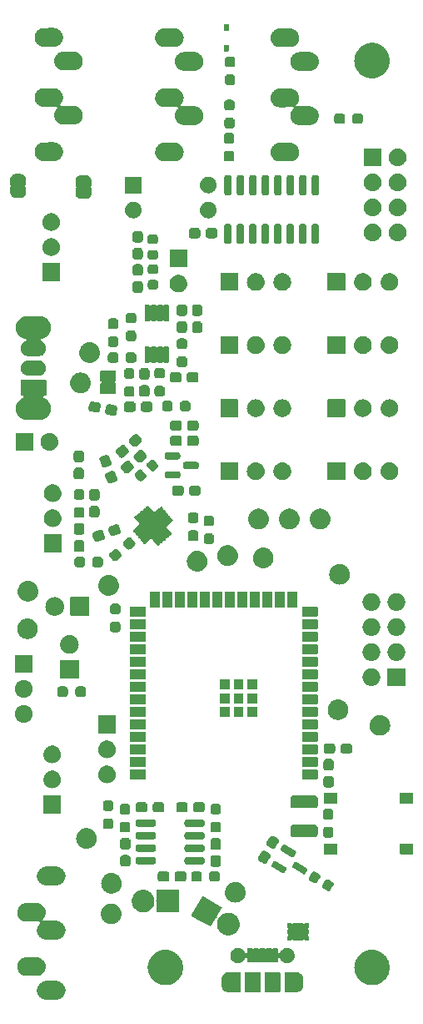
<source format=gbr>
G04 #@! TF.GenerationSoftware,KiCad,Pcbnew,8.0.3*
G04 #@! TF.CreationDate,2024-08-04T14:16:49-04:00*
G04 #@! TF.ProjectId,MEAP_Rev4b,4d454150-5f52-4657-9634-622e6b696361,rev?*
G04 #@! TF.SameCoordinates,Original*
G04 #@! TF.FileFunction,Soldermask,Top*
G04 #@! TF.FilePolarity,Negative*
%FSLAX46Y46*%
G04 Gerber Fmt 4.6, Leading zero omitted, Abs format (unit mm)*
G04 Created by KiCad (PCBNEW 8.0.3) date 2024-08-04 14:16:49*
%MOMM*%
%LPD*%
G01*
G04 APERTURE LIST*
G04 APERTURE END LIST*
G36*
X23049824Y-113209482D02*
G01*
X23112152Y-113211931D01*
X23117765Y-113212820D01*
X23133214Y-113213579D01*
X23174856Y-113221862D01*
X23261916Y-113235651D01*
X23289918Y-113244749D01*
X23316061Y-113249950D01*
X23352956Y-113265232D01*
X23403784Y-113281748D01*
X23451399Y-113306009D01*
X23488298Y-113321293D01*
X23510463Y-113336103D01*
X23536693Y-113349468D01*
X23607990Y-113401268D01*
X23643308Y-113424867D01*
X23650846Y-113432405D01*
X23657370Y-113437145D01*
X23762854Y-113542629D01*
X23767593Y-113549152D01*
X23775133Y-113556692D01*
X23798734Y-113592014D01*
X23850531Y-113663306D01*
X23863894Y-113689533D01*
X23878707Y-113711702D01*
X23893993Y-113748605D01*
X23918251Y-113796215D01*
X23934764Y-113847035D01*
X23950050Y-113883939D01*
X23955251Y-113910086D01*
X23964348Y-113938083D01*
X23978134Y-114025125D01*
X23986421Y-114066786D01*
X23986421Y-114077447D01*
X23987683Y-114085415D01*
X23987683Y-114234584D01*
X23986421Y-114242551D01*
X23986421Y-114253214D01*
X23978133Y-114294877D01*
X23964348Y-114381916D01*
X23955251Y-114409910D01*
X23950050Y-114436061D01*
X23934762Y-114472968D01*
X23918251Y-114523784D01*
X23893995Y-114571388D01*
X23878707Y-114608298D01*
X23863892Y-114630470D01*
X23850531Y-114656693D01*
X23798742Y-114727973D01*
X23775133Y-114763308D01*
X23767591Y-114770849D01*
X23762854Y-114777370D01*
X23657370Y-114882854D01*
X23650849Y-114887591D01*
X23643308Y-114895133D01*
X23607973Y-114918742D01*
X23536693Y-114970531D01*
X23510470Y-114983892D01*
X23488298Y-114998707D01*
X23451388Y-115013995D01*
X23403784Y-115038251D01*
X23352968Y-115054762D01*
X23316061Y-115070050D01*
X23289910Y-115075251D01*
X23261916Y-115084348D01*
X23174883Y-115098132D01*
X23133214Y-115106421D01*
X23122259Y-115106466D01*
X23114392Y-115107713D01*
X22042282Y-115110992D01*
X22042246Y-115110990D01*
X22040000Y-115111000D01*
X22030077Y-115110512D01*
X21967847Y-115108068D01*
X21962241Y-115107180D01*
X21946786Y-115106421D01*
X21905123Y-115098133D01*
X21818083Y-115084348D01*
X21790086Y-115075251D01*
X21763939Y-115070050D01*
X21727035Y-115054764D01*
X21676215Y-115038251D01*
X21628605Y-115013993D01*
X21591702Y-114998707D01*
X21569533Y-114983894D01*
X21543306Y-114970531D01*
X21472014Y-114918734D01*
X21436692Y-114895133D01*
X21429152Y-114887593D01*
X21422629Y-114882854D01*
X21317145Y-114777370D01*
X21312405Y-114770846D01*
X21304867Y-114763308D01*
X21281268Y-114727990D01*
X21229468Y-114656693D01*
X21216103Y-114630463D01*
X21201293Y-114608298D01*
X21186009Y-114571399D01*
X21161748Y-114523784D01*
X21145232Y-114472956D01*
X21129950Y-114436061D01*
X21124749Y-114409918D01*
X21115651Y-114381916D01*
X21101864Y-114294867D01*
X21093579Y-114253214D01*
X21093579Y-114242552D01*
X21092317Y-114234584D01*
X21092317Y-114085415D01*
X21093579Y-114077446D01*
X21093579Y-114066786D01*
X21101863Y-114025136D01*
X21115651Y-113938083D01*
X21124750Y-113910078D01*
X21129950Y-113883939D01*
X21145231Y-113847046D01*
X21161748Y-113796215D01*
X21186011Y-113748595D01*
X21201293Y-113711702D01*
X21216101Y-113689539D01*
X21229468Y-113663306D01*
X21281277Y-113591996D01*
X21304867Y-113556692D01*
X21312402Y-113549156D01*
X21317145Y-113542629D01*
X21422629Y-113437145D01*
X21429156Y-113432402D01*
X21436692Y-113424867D01*
X21471996Y-113401277D01*
X21543306Y-113349468D01*
X21569539Y-113336101D01*
X21591702Y-113321293D01*
X21628595Y-113306011D01*
X21676215Y-113281748D01*
X21727046Y-113265231D01*
X21763939Y-113249950D01*
X21790078Y-113244750D01*
X21818083Y-113235651D01*
X21905144Y-113221862D01*
X21946786Y-113213579D01*
X21957732Y-113213533D01*
X21965607Y-113212286D01*
X23037717Y-113209007D01*
X23037775Y-113209009D01*
X23040000Y-113209000D01*
X23049824Y-113209482D01*
G37*
G36*
X41749516Y-112334882D02*
G01*
X41766061Y-112345938D01*
X41777117Y-112362483D01*
X41780999Y-112382000D01*
X41780999Y-114282000D01*
X41777117Y-114301517D01*
X41766061Y-114318062D01*
X41749516Y-114329118D01*
X41729999Y-114333000D01*
X40529999Y-114333000D01*
X40514238Y-114329865D01*
X40466190Y-114329865D01*
X40341024Y-114304968D01*
X40223120Y-114256131D01*
X40117009Y-114185230D01*
X40026769Y-114094990D01*
X39955868Y-113988879D01*
X39907031Y-113870975D01*
X39882134Y-113745809D01*
X39878999Y-112982000D01*
X39882134Y-112918191D01*
X39907031Y-112793025D01*
X39955868Y-112675121D01*
X40026769Y-112569010D01*
X40117009Y-112478770D01*
X40223120Y-112407869D01*
X40341024Y-112359032D01*
X40466190Y-112334135D01*
X40514238Y-112334135D01*
X40529999Y-112331000D01*
X41729999Y-112331000D01*
X41749516Y-112334882D01*
G37*
G36*
X43799516Y-112334882D02*
G01*
X43816061Y-112345938D01*
X43827117Y-112362483D01*
X43830999Y-112382000D01*
X43830999Y-114282000D01*
X43827117Y-114301517D01*
X43816061Y-114318062D01*
X43799516Y-114329118D01*
X43779999Y-114333000D01*
X42279999Y-114333000D01*
X42260482Y-114329118D01*
X42243937Y-114318062D01*
X42232881Y-114301517D01*
X42228999Y-114282000D01*
X42228999Y-112382000D01*
X42232881Y-112362483D01*
X42243937Y-112345938D01*
X42260482Y-112334882D01*
X42279999Y-112331000D01*
X43779999Y-112331000D01*
X43799516Y-112334882D01*
G37*
G36*
X45799516Y-112334882D02*
G01*
X45816061Y-112345938D01*
X45827117Y-112362483D01*
X45830999Y-112382000D01*
X45830999Y-114282000D01*
X45827117Y-114301517D01*
X45816061Y-114318062D01*
X45799516Y-114329118D01*
X45779999Y-114333000D01*
X44279999Y-114333000D01*
X44260482Y-114329118D01*
X44243937Y-114318062D01*
X44232881Y-114301517D01*
X44228999Y-114282000D01*
X44228999Y-112382000D01*
X44232881Y-112362483D01*
X44243937Y-112345938D01*
X44260482Y-112334882D01*
X44279999Y-112331000D01*
X45779999Y-112331000D01*
X45799516Y-112334882D01*
G37*
G36*
X47545760Y-112334135D02*
G01*
X47593808Y-112334135D01*
X47718974Y-112359032D01*
X47836878Y-112407869D01*
X47942989Y-112478770D01*
X48033229Y-112569010D01*
X48104130Y-112675121D01*
X48152967Y-112793025D01*
X48177864Y-112918191D01*
X48180999Y-113682000D01*
X48177864Y-113745809D01*
X48152967Y-113870975D01*
X48104130Y-113988879D01*
X48033229Y-114094990D01*
X47942989Y-114185230D01*
X47836878Y-114256131D01*
X47718974Y-114304968D01*
X47593808Y-114329865D01*
X47545760Y-114329865D01*
X47529999Y-114333000D01*
X46329999Y-114333000D01*
X46310482Y-114329118D01*
X46293937Y-114318062D01*
X46282881Y-114301517D01*
X46278999Y-114282000D01*
X46278999Y-112382000D01*
X46282881Y-112362483D01*
X46293937Y-112345938D01*
X46310482Y-112334882D01*
X46329999Y-112331000D01*
X47529999Y-112331000D01*
X47545760Y-112334135D01*
G37*
G36*
X34225951Y-110044036D02*
G01*
X34294589Y-110044036D01*
X34356570Y-110053378D01*
X34416269Y-110057648D01*
X34487044Y-110073044D01*
X34560760Y-110084155D01*
X34614924Y-110100862D01*
X34667305Y-110112257D01*
X34741110Y-110139785D01*
X34817979Y-110163496D01*
X34863658Y-110185493D01*
X34908030Y-110202044D01*
X34982770Y-110242855D01*
X35060500Y-110280288D01*
X35097412Y-110305454D01*
X35133522Y-110325172D01*
X35206907Y-110380107D01*
X35282905Y-110431922D01*
X35311220Y-110458194D01*
X35339192Y-110479134D01*
X35408708Y-110548650D01*
X35480226Y-110615009D01*
X35500540Y-110640482D01*
X35520865Y-110660807D01*
X35583896Y-110745007D01*
X35648056Y-110825461D01*
X35661317Y-110848429D01*
X35674827Y-110866477D01*
X35728719Y-110965173D01*
X35782645Y-111058575D01*
X35790119Y-111077618D01*
X35797955Y-111091969D01*
X35840138Y-111205066D01*
X35880987Y-111309146D01*
X35884184Y-111323157D01*
X35887742Y-111332694D01*
X35915789Y-111461626D01*
X35940884Y-111571575D01*
X35941502Y-111579830D01*
X35942351Y-111583730D01*
X35953985Y-111746395D01*
X35961000Y-111840000D01*
X35953984Y-111933612D01*
X35942351Y-112096269D01*
X35941502Y-112100168D01*
X35940884Y-112108425D01*
X35915784Y-112218393D01*
X35887742Y-112347305D01*
X35884185Y-112356840D01*
X35880987Y-112370854D01*
X35840131Y-112474952D01*
X35797955Y-112588030D01*
X35790120Y-112602377D01*
X35782645Y-112621425D01*
X35728709Y-112714843D01*
X35674827Y-112813522D01*
X35661319Y-112831565D01*
X35648056Y-112854539D01*
X35583884Y-112935007D01*
X35520865Y-113019192D01*
X35500544Y-113039512D01*
X35480226Y-113064991D01*
X35408694Y-113131362D01*
X35339192Y-113200865D01*
X35311225Y-113221800D01*
X35282905Y-113248078D01*
X35206892Y-113299902D01*
X35133522Y-113354827D01*
X35097420Y-113374540D01*
X35060500Y-113399712D01*
X34982755Y-113437151D01*
X34908030Y-113477955D01*
X34863667Y-113494501D01*
X34817979Y-113516504D01*
X34741094Y-113540219D01*
X34667305Y-113567742D01*
X34614935Y-113579134D01*
X34560760Y-113595845D01*
X34487029Y-113606958D01*
X34416269Y-113622351D01*
X34356582Y-113626619D01*
X34294589Y-113635964D01*
X34225937Y-113635964D01*
X34160000Y-113640680D01*
X34094062Y-113635964D01*
X34025411Y-113635964D01*
X33963418Y-113626620D01*
X33903730Y-113622351D01*
X33832967Y-113606957D01*
X33759240Y-113595845D01*
X33705066Y-113579134D01*
X33652694Y-113567742D01*
X33578899Y-113540217D01*
X33502021Y-113516504D01*
X33456336Y-113494503D01*
X33411969Y-113477955D01*
X33337236Y-113437147D01*
X33259500Y-113399712D01*
X33222583Y-113374542D01*
X33186477Y-113354827D01*
X33113095Y-113299894D01*
X33037095Y-113248078D01*
X33008778Y-113221803D01*
X32980807Y-113200865D01*
X32911291Y-113131349D01*
X32839774Y-113064991D01*
X32819459Y-113039517D01*
X32799134Y-113019192D01*
X32736099Y-112934986D01*
X32671944Y-112854539D01*
X32658683Y-112831571D01*
X32645172Y-112813522D01*
X32591272Y-112714812D01*
X32537355Y-112621425D01*
X32529882Y-112602384D01*
X32522044Y-112588030D01*
X32479848Y-112474901D01*
X32439013Y-112370854D01*
X32435816Y-112356847D01*
X32432257Y-112347305D01*
X32404193Y-112218300D01*
X32379116Y-112108425D01*
X32378497Y-112100175D01*
X32377648Y-112096269D01*
X32365993Y-111933319D01*
X32359000Y-111840000D01*
X32365992Y-111746687D01*
X32377648Y-111583730D01*
X32378497Y-111579823D01*
X32379116Y-111571575D01*
X32404189Y-111461720D01*
X32432257Y-111332694D01*
X32435816Y-111323150D01*
X32439013Y-111309146D01*
X32479840Y-111205118D01*
X32522044Y-111091969D01*
X32529883Y-111077612D01*
X32537355Y-111058575D01*
X32591262Y-110965205D01*
X32645172Y-110866477D01*
X32658686Y-110848424D01*
X32671944Y-110825461D01*
X32736086Y-110745028D01*
X32799134Y-110660807D01*
X32819463Y-110640477D01*
X32839774Y-110615009D01*
X32911277Y-110548663D01*
X32980807Y-110479134D01*
X33008783Y-110458190D01*
X33037095Y-110431922D01*
X33113080Y-110380115D01*
X33186477Y-110325172D01*
X33222591Y-110305452D01*
X33259500Y-110280288D01*
X33337220Y-110242859D01*
X33411969Y-110202044D01*
X33456345Y-110185492D01*
X33502021Y-110163496D01*
X33578884Y-110139787D01*
X33652694Y-110112257D01*
X33705077Y-110100861D01*
X33759240Y-110084155D01*
X33832952Y-110073044D01*
X33903730Y-110057648D01*
X33963430Y-110053378D01*
X34025411Y-110044036D01*
X34094048Y-110044036D01*
X34160000Y-110039319D01*
X34225951Y-110044036D01*
G37*
G36*
X55225951Y-110044036D02*
G01*
X55294589Y-110044036D01*
X55356570Y-110053378D01*
X55416269Y-110057648D01*
X55487044Y-110073044D01*
X55560760Y-110084155D01*
X55614924Y-110100862D01*
X55667305Y-110112257D01*
X55741110Y-110139785D01*
X55817979Y-110163496D01*
X55863658Y-110185493D01*
X55908030Y-110202044D01*
X55982770Y-110242855D01*
X56060500Y-110280288D01*
X56097412Y-110305454D01*
X56133522Y-110325172D01*
X56206907Y-110380107D01*
X56282905Y-110431922D01*
X56311220Y-110458194D01*
X56339192Y-110479134D01*
X56408708Y-110548650D01*
X56480226Y-110615009D01*
X56500540Y-110640482D01*
X56520865Y-110660807D01*
X56583896Y-110745007D01*
X56648056Y-110825461D01*
X56661317Y-110848429D01*
X56674827Y-110866477D01*
X56728719Y-110965173D01*
X56782645Y-111058575D01*
X56790119Y-111077618D01*
X56797955Y-111091969D01*
X56840138Y-111205066D01*
X56880987Y-111309146D01*
X56884184Y-111323157D01*
X56887742Y-111332694D01*
X56915789Y-111461626D01*
X56940884Y-111571575D01*
X56941502Y-111579830D01*
X56942351Y-111583730D01*
X56953985Y-111746395D01*
X56961000Y-111840000D01*
X56953984Y-111933612D01*
X56942351Y-112096269D01*
X56941502Y-112100168D01*
X56940884Y-112108425D01*
X56915784Y-112218393D01*
X56887742Y-112347305D01*
X56884185Y-112356840D01*
X56880987Y-112370854D01*
X56840131Y-112474952D01*
X56797955Y-112588030D01*
X56790120Y-112602377D01*
X56782645Y-112621425D01*
X56728709Y-112714843D01*
X56674827Y-112813522D01*
X56661319Y-112831565D01*
X56648056Y-112854539D01*
X56583884Y-112935007D01*
X56520865Y-113019192D01*
X56500544Y-113039512D01*
X56480226Y-113064991D01*
X56408694Y-113131362D01*
X56339192Y-113200865D01*
X56311225Y-113221800D01*
X56282905Y-113248078D01*
X56206892Y-113299902D01*
X56133522Y-113354827D01*
X56097420Y-113374540D01*
X56060500Y-113399712D01*
X55982755Y-113437151D01*
X55908030Y-113477955D01*
X55863667Y-113494501D01*
X55817979Y-113516504D01*
X55741094Y-113540219D01*
X55667305Y-113567742D01*
X55614935Y-113579134D01*
X55560760Y-113595845D01*
X55487029Y-113606958D01*
X55416269Y-113622351D01*
X55356582Y-113626619D01*
X55294589Y-113635964D01*
X55225937Y-113635964D01*
X55160000Y-113640680D01*
X55094062Y-113635964D01*
X55025411Y-113635964D01*
X54963418Y-113626620D01*
X54903730Y-113622351D01*
X54832967Y-113606957D01*
X54759240Y-113595845D01*
X54705066Y-113579134D01*
X54652694Y-113567742D01*
X54578899Y-113540217D01*
X54502021Y-113516504D01*
X54456336Y-113494503D01*
X54411969Y-113477955D01*
X54337236Y-113437147D01*
X54259500Y-113399712D01*
X54222583Y-113374542D01*
X54186477Y-113354827D01*
X54113095Y-113299894D01*
X54037095Y-113248078D01*
X54008778Y-113221803D01*
X53980807Y-113200865D01*
X53911291Y-113131349D01*
X53839774Y-113064991D01*
X53819459Y-113039517D01*
X53799134Y-113019192D01*
X53736099Y-112934986D01*
X53671944Y-112854539D01*
X53658683Y-112831571D01*
X53645172Y-112813522D01*
X53591272Y-112714812D01*
X53537355Y-112621425D01*
X53529882Y-112602384D01*
X53522044Y-112588030D01*
X53479848Y-112474901D01*
X53439013Y-112370854D01*
X53435816Y-112356847D01*
X53432257Y-112347305D01*
X53404193Y-112218300D01*
X53379116Y-112108425D01*
X53378497Y-112100175D01*
X53377648Y-112096269D01*
X53365993Y-111933319D01*
X53359000Y-111840000D01*
X53365992Y-111746687D01*
X53377648Y-111583730D01*
X53378497Y-111579823D01*
X53379116Y-111571575D01*
X53404189Y-111461720D01*
X53432257Y-111332694D01*
X53435816Y-111323150D01*
X53439013Y-111309146D01*
X53479840Y-111205118D01*
X53522044Y-111091969D01*
X53529883Y-111077612D01*
X53537355Y-111058575D01*
X53591262Y-110965205D01*
X53645172Y-110866477D01*
X53658686Y-110848424D01*
X53671944Y-110825461D01*
X53736086Y-110745028D01*
X53799134Y-110660807D01*
X53819463Y-110640477D01*
X53839774Y-110615009D01*
X53911277Y-110548663D01*
X53980807Y-110479134D01*
X54008783Y-110458190D01*
X54037095Y-110431922D01*
X54113080Y-110380115D01*
X54186477Y-110325172D01*
X54222591Y-110305452D01*
X54259500Y-110280288D01*
X54337220Y-110242859D01*
X54411969Y-110202044D01*
X54456345Y-110185492D01*
X54502021Y-110163496D01*
X54578884Y-110139787D01*
X54652694Y-110112257D01*
X54705077Y-110100861D01*
X54759240Y-110084155D01*
X54832952Y-110073044D01*
X54903730Y-110057648D01*
X54963430Y-110053378D01*
X55025411Y-110044036D01*
X55094048Y-110044036D01*
X55160000Y-110039319D01*
X55225951Y-110044036D01*
G37*
G36*
X21049825Y-110809483D02*
G01*
X21112153Y-110811932D01*
X21117766Y-110812821D01*
X21133215Y-110813580D01*
X21174857Y-110821863D01*
X21261917Y-110835652D01*
X21289919Y-110844750D01*
X21316062Y-110849951D01*
X21352957Y-110865233D01*
X21403785Y-110881749D01*
X21451400Y-110906010D01*
X21488299Y-110921294D01*
X21510464Y-110936104D01*
X21536694Y-110949469D01*
X21607991Y-111001269D01*
X21643309Y-111024868D01*
X21650847Y-111032406D01*
X21657371Y-111037146D01*
X21762855Y-111142630D01*
X21767594Y-111149153D01*
X21775134Y-111156693D01*
X21798735Y-111192015D01*
X21850532Y-111263307D01*
X21863895Y-111289534D01*
X21878708Y-111311703D01*
X21893994Y-111348606D01*
X21918252Y-111396216D01*
X21934765Y-111447036D01*
X21950051Y-111483940D01*
X21955252Y-111510087D01*
X21964349Y-111538084D01*
X21978135Y-111625126D01*
X21986422Y-111666787D01*
X21986422Y-111677448D01*
X21987684Y-111685416D01*
X21987684Y-111834585D01*
X21986422Y-111842552D01*
X21986422Y-111853215D01*
X21978134Y-111894878D01*
X21964349Y-111981917D01*
X21955252Y-112009911D01*
X21950051Y-112036062D01*
X21934763Y-112072969D01*
X21918252Y-112123785D01*
X21893996Y-112171389D01*
X21878708Y-112208299D01*
X21863893Y-112230471D01*
X21850532Y-112256694D01*
X21798743Y-112327974D01*
X21775134Y-112363309D01*
X21767592Y-112370850D01*
X21762855Y-112377371D01*
X21657371Y-112482855D01*
X21650850Y-112487592D01*
X21643309Y-112495134D01*
X21607974Y-112518743D01*
X21536694Y-112570532D01*
X21510471Y-112583893D01*
X21488299Y-112598708D01*
X21451389Y-112613996D01*
X21403785Y-112638252D01*
X21352969Y-112654763D01*
X21316062Y-112670051D01*
X21289911Y-112675252D01*
X21261917Y-112684349D01*
X21174884Y-112698133D01*
X21133215Y-112706422D01*
X21122260Y-112706467D01*
X21114393Y-112707714D01*
X20042283Y-112710993D01*
X20042247Y-112710991D01*
X20040001Y-112711001D01*
X20030078Y-112710513D01*
X19967848Y-112708069D01*
X19962242Y-112707181D01*
X19946787Y-112706422D01*
X19905124Y-112698134D01*
X19818084Y-112684349D01*
X19790087Y-112675252D01*
X19763940Y-112670051D01*
X19727036Y-112654765D01*
X19676216Y-112638252D01*
X19628606Y-112613994D01*
X19591703Y-112598708D01*
X19569534Y-112583895D01*
X19543307Y-112570532D01*
X19472015Y-112518735D01*
X19436693Y-112495134D01*
X19429153Y-112487594D01*
X19422630Y-112482855D01*
X19317146Y-112377371D01*
X19312406Y-112370847D01*
X19304868Y-112363309D01*
X19281269Y-112327991D01*
X19229469Y-112256694D01*
X19216104Y-112230464D01*
X19201294Y-112208299D01*
X19186010Y-112171400D01*
X19161749Y-112123785D01*
X19145233Y-112072957D01*
X19129951Y-112036062D01*
X19124750Y-112009919D01*
X19115652Y-111981917D01*
X19101865Y-111894868D01*
X19093580Y-111853215D01*
X19093580Y-111842553D01*
X19092318Y-111834585D01*
X19092318Y-111685416D01*
X19093580Y-111677447D01*
X19093580Y-111666787D01*
X19101864Y-111625137D01*
X19115652Y-111538084D01*
X19124751Y-111510079D01*
X19129951Y-111483940D01*
X19145232Y-111447047D01*
X19161749Y-111396216D01*
X19186012Y-111348596D01*
X19201294Y-111311703D01*
X19216102Y-111289540D01*
X19229469Y-111263307D01*
X19281278Y-111191997D01*
X19304868Y-111156693D01*
X19312403Y-111149157D01*
X19317146Y-111142630D01*
X19422630Y-111037146D01*
X19429157Y-111032403D01*
X19436693Y-111024868D01*
X19471997Y-111001278D01*
X19543307Y-110949469D01*
X19569540Y-110936102D01*
X19591703Y-110921294D01*
X19628596Y-110906012D01*
X19676216Y-110881749D01*
X19727047Y-110865232D01*
X19763940Y-110849951D01*
X19790079Y-110844751D01*
X19818084Y-110835652D01*
X19905145Y-110821863D01*
X19946787Y-110813580D01*
X19957733Y-110813534D01*
X19965608Y-110812287D01*
X21037718Y-110809008D01*
X21037776Y-110809010D01*
X21040001Y-110809001D01*
X21049825Y-110809483D01*
G37*
G36*
X46573807Y-109860936D02*
G01*
X46611038Y-109860936D01*
X46653037Y-109869863D01*
X46702675Y-109875456D01*
X46738768Y-109888085D01*
X46769586Y-109894636D01*
X46813996Y-109914408D01*
X46866693Y-109932848D01*
X46894122Y-109950082D01*
X46917654Y-109960560D01*
X46961535Y-109992442D01*
X47013827Y-110025299D01*
X47032604Y-110044076D01*
X47048783Y-110055831D01*
X47088784Y-110100256D01*
X47136700Y-110148172D01*
X47147719Y-110165709D01*
X47157241Y-110176284D01*
X47189806Y-110232689D01*
X47229151Y-110295306D01*
X47234064Y-110309348D01*
X47238280Y-110316650D01*
X47259868Y-110383092D01*
X47286543Y-110459324D01*
X47287554Y-110468299D01*
X47288368Y-110470804D01*
X47295745Y-110541001D01*
X47305999Y-110632000D01*
X47295745Y-110723005D01*
X47288368Y-110793195D01*
X47287554Y-110795698D01*
X47286543Y-110804676D01*
X47259864Y-110880920D01*
X47238280Y-110947349D01*
X47234065Y-110954648D01*
X47229151Y-110968694D01*
X47189798Y-111031322D01*
X47157241Y-111087715D01*
X47147721Y-111098286D01*
X47136700Y-111115828D01*
X47088775Y-111163752D01*
X47048783Y-111208168D01*
X47032608Y-111219919D01*
X47013827Y-111238701D01*
X46961525Y-111271564D01*
X46917654Y-111303439D01*
X46894127Y-111313913D01*
X46866693Y-111331152D01*
X46813986Y-111349594D01*
X46769586Y-111369363D01*
X46738774Y-111375912D01*
X46702675Y-111388544D01*
X46653034Y-111394137D01*
X46611038Y-111403064D01*
X46573807Y-111403064D01*
X46529999Y-111408000D01*
X46486191Y-111403064D01*
X46448960Y-111403064D01*
X46406962Y-111394137D01*
X46357323Y-111388544D01*
X46321224Y-111375912D01*
X46290411Y-111369363D01*
X46246007Y-111349593D01*
X46193305Y-111331152D01*
X46165872Y-111313915D01*
X46142343Y-111303439D01*
X46098465Y-111271559D01*
X46046171Y-111238701D01*
X46027392Y-111219922D01*
X46011214Y-111208168D01*
X45971212Y-111163742D01*
X45923298Y-111115828D01*
X45912278Y-111098290D01*
X45902756Y-111087715D01*
X45870185Y-111031300D01*
X45830847Y-110968694D01*
X45825934Y-110954653D01*
X45821711Y-110947339D01*
X45799892Y-110880229D01*
X45791285Y-110855631D01*
X45580999Y-110888957D01*
X45580999Y-111307000D01*
X45577117Y-111326517D01*
X45566061Y-111343062D01*
X45549516Y-111354118D01*
X45529999Y-111358000D01*
X45129999Y-111358000D01*
X45110482Y-111354118D01*
X45093937Y-111343062D01*
X45082881Y-111326517D01*
X45081644Y-111320298D01*
X45071851Y-111305627D01*
X44938147Y-111305627D01*
X44928354Y-111320297D01*
X44927117Y-111326517D01*
X44916061Y-111343062D01*
X44899516Y-111354118D01*
X44879999Y-111358000D01*
X44479999Y-111358000D01*
X44460482Y-111354118D01*
X44443937Y-111343062D01*
X44432881Y-111326517D01*
X44431644Y-111320298D01*
X44421851Y-111305627D01*
X44288147Y-111305627D01*
X44278354Y-111320297D01*
X44277117Y-111326517D01*
X44266061Y-111343062D01*
X44249516Y-111354118D01*
X44229999Y-111358000D01*
X43829999Y-111358000D01*
X43810482Y-111354118D01*
X43793937Y-111343062D01*
X43782881Y-111326517D01*
X43781644Y-111320298D01*
X43771851Y-111305627D01*
X43638147Y-111305627D01*
X43628354Y-111320297D01*
X43627117Y-111326517D01*
X43616061Y-111343062D01*
X43599516Y-111354118D01*
X43579999Y-111358000D01*
X43179999Y-111358000D01*
X43160482Y-111354118D01*
X43143937Y-111343062D01*
X43132881Y-111326517D01*
X43131644Y-111320298D01*
X43121851Y-111305627D01*
X42988147Y-111305627D01*
X42978354Y-111320297D01*
X42977117Y-111326517D01*
X42966061Y-111343062D01*
X42949516Y-111354118D01*
X42929999Y-111358000D01*
X42529999Y-111358000D01*
X42510482Y-111354118D01*
X42493937Y-111343062D01*
X42482881Y-111326517D01*
X42478999Y-111307000D01*
X42478999Y-110888926D01*
X42268704Y-110855656D01*
X42259453Y-110882094D01*
X42238269Y-110947370D01*
X42234064Y-110954653D01*
X42229151Y-110968694D01*
X42189804Y-111031313D01*
X42157241Y-111087715D01*
X42147721Y-111098286D01*
X42136700Y-111115828D01*
X42088775Y-111163752D01*
X42048783Y-111208168D01*
X42032608Y-111219919D01*
X42013827Y-111238701D01*
X41961525Y-111271564D01*
X41917654Y-111303439D01*
X41894127Y-111313913D01*
X41866693Y-111331152D01*
X41813986Y-111349594D01*
X41769586Y-111369363D01*
X41738774Y-111375912D01*
X41702675Y-111388544D01*
X41653034Y-111394137D01*
X41611038Y-111403064D01*
X41573807Y-111403064D01*
X41529999Y-111408000D01*
X41486191Y-111403064D01*
X41448960Y-111403064D01*
X41406962Y-111394137D01*
X41357323Y-111388544D01*
X41321224Y-111375912D01*
X41290411Y-111369363D01*
X41246007Y-111349593D01*
X41193305Y-111331152D01*
X41165872Y-111313915D01*
X41142343Y-111303439D01*
X41098465Y-111271559D01*
X41046171Y-111238701D01*
X41027392Y-111219922D01*
X41011214Y-111208168D01*
X40971212Y-111163742D01*
X40923298Y-111115828D01*
X40912278Y-111098290D01*
X40902756Y-111087715D01*
X40870186Y-111031302D01*
X40830847Y-110968694D01*
X40825933Y-110954652D01*
X40821717Y-110947349D01*
X40800119Y-110880880D01*
X40773455Y-110804676D01*
X40772444Y-110795703D01*
X40771629Y-110793195D01*
X40764238Y-110722873D01*
X40753999Y-110632000D01*
X40764237Y-110541133D01*
X40771629Y-110470804D01*
X40772444Y-110468295D01*
X40773455Y-110459324D01*
X40800115Y-110383132D01*
X40821717Y-110316650D01*
X40825934Y-110309344D01*
X40830847Y-110295306D01*
X40870179Y-110232708D01*
X40902756Y-110176284D01*
X40912280Y-110165706D01*
X40923298Y-110148172D01*
X40971202Y-110100267D01*
X41011213Y-110055832D01*
X41027394Y-110044075D01*
X41046171Y-110025299D01*
X41098458Y-109992444D01*
X41142345Y-109960559D01*
X41165878Y-109950081D01*
X41193305Y-109932848D01*
X41245996Y-109914410D01*
X41290411Y-109894636D01*
X41321230Y-109888085D01*
X41357323Y-109875456D01*
X41406959Y-109869863D01*
X41448960Y-109860936D01*
X41486191Y-109860936D01*
X41529999Y-109856000D01*
X41573807Y-109860936D01*
X41611038Y-109860936D01*
X41653037Y-109869863D01*
X41702675Y-109875456D01*
X41738768Y-109888085D01*
X41769586Y-109894636D01*
X41813996Y-109914408D01*
X41866693Y-109932848D01*
X41894122Y-109950082D01*
X41917654Y-109960560D01*
X41961535Y-109992442D01*
X42013827Y-110025299D01*
X42032604Y-110044076D01*
X42048783Y-110055831D01*
X42088784Y-110100256D01*
X42136700Y-110148172D01*
X42147719Y-110165709D01*
X42157241Y-110176284D01*
X42189808Y-110232693D01*
X42229151Y-110295306D01*
X42234063Y-110309346D01*
X42238280Y-110316649D01*
X42259834Y-110382995D01*
X42268708Y-110408356D01*
X42478999Y-110375053D01*
X42478999Y-109969310D01*
X42478999Y-109957000D01*
X42482881Y-109937483D01*
X42493937Y-109920938D01*
X42510482Y-109909882D01*
X42529999Y-109906000D01*
X42929999Y-109906000D01*
X42949516Y-109909882D01*
X42966061Y-109920938D01*
X42977117Y-109937483D01*
X42978339Y-109943629D01*
X42988192Y-109958372D01*
X43121806Y-109958372D01*
X43131658Y-109943628D01*
X43132881Y-109937483D01*
X43143937Y-109920938D01*
X43160482Y-109909882D01*
X43179999Y-109906000D01*
X43579999Y-109906000D01*
X43599516Y-109909882D01*
X43616061Y-109920938D01*
X43627117Y-109937483D01*
X43628339Y-109943629D01*
X43638192Y-109958372D01*
X43771806Y-109958372D01*
X43781658Y-109943628D01*
X43782881Y-109937483D01*
X43793937Y-109920938D01*
X43810482Y-109909882D01*
X43829999Y-109906000D01*
X44229999Y-109906000D01*
X44249516Y-109909882D01*
X44266061Y-109920938D01*
X44277117Y-109937483D01*
X44278339Y-109943629D01*
X44288192Y-109958372D01*
X44421806Y-109958372D01*
X44431658Y-109943628D01*
X44432881Y-109937483D01*
X44443937Y-109920938D01*
X44460482Y-109909882D01*
X44479999Y-109906000D01*
X44879999Y-109906000D01*
X44899516Y-109909882D01*
X44916061Y-109920938D01*
X44927117Y-109937483D01*
X44928339Y-109943629D01*
X44938192Y-109958372D01*
X45071806Y-109958372D01*
X45081658Y-109943628D01*
X45082881Y-109937483D01*
X45093937Y-109920938D01*
X45110482Y-109909882D01*
X45129999Y-109906000D01*
X45529999Y-109906000D01*
X45549516Y-109909882D01*
X45566061Y-109920938D01*
X45577117Y-109937483D01*
X45580999Y-109957000D01*
X45580999Y-110375049D01*
X45791286Y-110408364D01*
X45800021Y-110383400D01*
X45821714Y-110316654D01*
X45825935Y-110309341D01*
X45830847Y-110295306D01*
X45870176Y-110232714D01*
X45902756Y-110176284D01*
X45912280Y-110165706D01*
X45923298Y-110148172D01*
X45971202Y-110100267D01*
X46011213Y-110055832D01*
X46027394Y-110044075D01*
X46046171Y-110025299D01*
X46098458Y-109992444D01*
X46142345Y-109960559D01*
X46165878Y-109950081D01*
X46193305Y-109932848D01*
X46245996Y-109914410D01*
X46290411Y-109894636D01*
X46321230Y-109888085D01*
X46357323Y-109875456D01*
X46406959Y-109869863D01*
X46448960Y-109860936D01*
X46486191Y-109860936D01*
X46529999Y-109856000D01*
X46573807Y-109860936D01*
G37*
G36*
X48674149Y-107340014D02*
G01*
X48721110Y-107371392D01*
X48752488Y-107418353D01*
X48763506Y-107473746D01*
X48763506Y-107686246D01*
X48752488Y-107741639D01*
X48721110Y-107788600D01*
X48674149Y-107819978D01*
X48667991Y-107821202D01*
X48642577Y-107838184D01*
X48642575Y-107971810D01*
X48667991Y-107988792D01*
X48674146Y-107990017D01*
X48721107Y-108021395D01*
X48752485Y-108068356D01*
X48763503Y-108123749D01*
X48763503Y-108336249D01*
X48752485Y-108391642D01*
X48721107Y-108438603D01*
X48674146Y-108469981D01*
X48667987Y-108471206D01*
X48642581Y-108488182D01*
X48642581Y-108621809D01*
X48667990Y-108638787D01*
X48674147Y-108640012D01*
X48721108Y-108671390D01*
X48752486Y-108718351D01*
X48763504Y-108773744D01*
X48763504Y-108986244D01*
X48752486Y-109041637D01*
X48721108Y-109088598D01*
X48674147Y-109119976D01*
X48618754Y-109130994D01*
X48431254Y-109130994D01*
X48375861Y-109119976D01*
X48328900Y-109088598D01*
X48308552Y-109058145D01*
X48210318Y-109038612D01*
X48177053Y-109060839D01*
X48173565Y-109066060D01*
X48157020Y-109077116D01*
X48137503Y-109080998D01*
X47137503Y-109080998D01*
X47117986Y-109077116D01*
X47101441Y-109066060D01*
X47097953Y-109060841D01*
X47064680Y-109038609D01*
X46966451Y-109058151D01*
X46946104Y-109088604D01*
X46899143Y-109119982D01*
X46843750Y-109131000D01*
X46656250Y-109131000D01*
X46600857Y-109119982D01*
X46553896Y-109088604D01*
X46522518Y-109041643D01*
X46511500Y-108986250D01*
X46511500Y-108773750D01*
X46522518Y-108718357D01*
X46553896Y-108671396D01*
X46600857Y-108640018D01*
X46607008Y-108638794D01*
X46632430Y-108621808D01*
X46632428Y-108488184D01*
X46607015Y-108471203D01*
X46600860Y-108469979D01*
X46553899Y-108438601D01*
X46522521Y-108391640D01*
X46511503Y-108336247D01*
X46511503Y-108123747D01*
X46522521Y-108068354D01*
X46553899Y-108021393D01*
X46600860Y-107990015D01*
X46607011Y-107988791D01*
X46632425Y-107971810D01*
X46632423Y-107838185D01*
X46607016Y-107821208D01*
X46600859Y-107819984D01*
X46553898Y-107788606D01*
X46522520Y-107741645D01*
X46511502Y-107686252D01*
X46511502Y-107473752D01*
X46522520Y-107418359D01*
X46553898Y-107371398D01*
X46600859Y-107340020D01*
X46656252Y-107329002D01*
X46843752Y-107329002D01*
X46899145Y-107340020D01*
X46946106Y-107371398D01*
X46966451Y-107401846D01*
X47064682Y-107421384D01*
X47097955Y-107399151D01*
X47101441Y-107393936D01*
X47117986Y-107382880D01*
X47137503Y-107378998D01*
X48137503Y-107378998D01*
X48157020Y-107382880D01*
X48173565Y-107393936D01*
X48177050Y-107399152D01*
X48210319Y-107421382D01*
X48308551Y-107401848D01*
X48328902Y-107371392D01*
X48375863Y-107340014D01*
X48431256Y-107328996D01*
X48618756Y-107328996D01*
X48674149Y-107340014D01*
G37*
G36*
X21049825Y-105309483D02*
G01*
X21112153Y-105311932D01*
X21117766Y-105312821D01*
X21133215Y-105313580D01*
X21174857Y-105321863D01*
X21261917Y-105335652D01*
X21289919Y-105344750D01*
X21316062Y-105349951D01*
X21352957Y-105365233D01*
X21403785Y-105381749D01*
X21451400Y-105406010D01*
X21488299Y-105421294D01*
X21510464Y-105436104D01*
X21536694Y-105449469D01*
X21607991Y-105501269D01*
X21643309Y-105524868D01*
X21650847Y-105532406D01*
X21657371Y-105537146D01*
X21762855Y-105642630D01*
X21767594Y-105649153D01*
X21775134Y-105656693D01*
X21798735Y-105692015D01*
X21850532Y-105763307D01*
X21863895Y-105789534D01*
X21878708Y-105811703D01*
X21893994Y-105848606D01*
X21918252Y-105896216D01*
X21934765Y-105947036D01*
X21950051Y-105983940D01*
X21955252Y-106010087D01*
X21964349Y-106038084D01*
X21978135Y-106125126D01*
X21986422Y-106166787D01*
X21986422Y-106177448D01*
X21987684Y-106185416D01*
X21987684Y-106334585D01*
X21986422Y-106342552D01*
X21986422Y-106353215D01*
X21978134Y-106394878D01*
X21964349Y-106481917D01*
X21955252Y-106509911D01*
X21950051Y-106536062D01*
X21934763Y-106572969D01*
X21918252Y-106623785D01*
X21893996Y-106671389D01*
X21878708Y-106708299D01*
X21863893Y-106730471D01*
X21850532Y-106756694D01*
X21798749Y-106827966D01*
X21775134Y-106863309D01*
X21767589Y-106870853D01*
X21762852Y-106877374D01*
X21653388Y-106986837D01*
X21735847Y-107148676D01*
X21905145Y-107121862D01*
X21946786Y-107113579D01*
X21957731Y-107113533D01*
X21965606Y-107112286D01*
X23037717Y-107109007D01*
X23037775Y-107109009D01*
X23040000Y-107109000D01*
X23049824Y-107109482D01*
X23112152Y-107111931D01*
X23117765Y-107112820D01*
X23133214Y-107113579D01*
X23174856Y-107121862D01*
X23261916Y-107135651D01*
X23289918Y-107144749D01*
X23316061Y-107149950D01*
X23352956Y-107165232D01*
X23403784Y-107181748D01*
X23451399Y-107206009D01*
X23488298Y-107221293D01*
X23510463Y-107236103D01*
X23536693Y-107249468D01*
X23607990Y-107301268D01*
X23643308Y-107324867D01*
X23650846Y-107332405D01*
X23657370Y-107337145D01*
X23762854Y-107442629D01*
X23767593Y-107449152D01*
X23775133Y-107456692D01*
X23798734Y-107492014D01*
X23850531Y-107563306D01*
X23863894Y-107589533D01*
X23878707Y-107611702D01*
X23893993Y-107648605D01*
X23918251Y-107696215D01*
X23934764Y-107747035D01*
X23950050Y-107783939D01*
X23955251Y-107810086D01*
X23964348Y-107838083D01*
X23978134Y-107925125D01*
X23986421Y-107966786D01*
X23986421Y-107977447D01*
X23987683Y-107985415D01*
X23987683Y-108134584D01*
X23986421Y-108142551D01*
X23986421Y-108153214D01*
X23978133Y-108194877D01*
X23964348Y-108281916D01*
X23955251Y-108309910D01*
X23950050Y-108336061D01*
X23934762Y-108372968D01*
X23918251Y-108423784D01*
X23893995Y-108471388D01*
X23878707Y-108508298D01*
X23863892Y-108530470D01*
X23850531Y-108556693D01*
X23798742Y-108627973D01*
X23775133Y-108663308D01*
X23767591Y-108670849D01*
X23762854Y-108677370D01*
X23657370Y-108782854D01*
X23650849Y-108787591D01*
X23643308Y-108795133D01*
X23607973Y-108818742D01*
X23536693Y-108870531D01*
X23510470Y-108883892D01*
X23488298Y-108898707D01*
X23451388Y-108913995D01*
X23403784Y-108938251D01*
X23352968Y-108954762D01*
X23316061Y-108970050D01*
X23289910Y-108975251D01*
X23261916Y-108984348D01*
X23174883Y-108998132D01*
X23133214Y-109006421D01*
X23122259Y-109006466D01*
X23114392Y-109007713D01*
X22042282Y-109010992D01*
X22042246Y-109010990D01*
X22040000Y-109011000D01*
X22030077Y-109010512D01*
X21967847Y-109008068D01*
X21962241Y-109007180D01*
X21946786Y-109006421D01*
X21905123Y-108998133D01*
X21818083Y-108984348D01*
X21790086Y-108975251D01*
X21763939Y-108970050D01*
X21727035Y-108954764D01*
X21676215Y-108938251D01*
X21628605Y-108913993D01*
X21591702Y-108898707D01*
X21569533Y-108883894D01*
X21543306Y-108870531D01*
X21472014Y-108818734D01*
X21436692Y-108795133D01*
X21429152Y-108787593D01*
X21422629Y-108782854D01*
X21317145Y-108677370D01*
X21312405Y-108670846D01*
X21304867Y-108663308D01*
X21281268Y-108627990D01*
X21229468Y-108556693D01*
X21216103Y-108530463D01*
X21201293Y-108508298D01*
X21186009Y-108471399D01*
X21161748Y-108423784D01*
X21145232Y-108372956D01*
X21129950Y-108336061D01*
X21124749Y-108309918D01*
X21115651Y-108281916D01*
X21101864Y-108194867D01*
X21093579Y-108153214D01*
X21093579Y-108142552D01*
X21092317Y-108134584D01*
X21092317Y-107985415D01*
X21093579Y-107977446D01*
X21093579Y-107966786D01*
X21101863Y-107925136D01*
X21115651Y-107838083D01*
X21124750Y-107810078D01*
X21129950Y-107783939D01*
X21145231Y-107747046D01*
X21161748Y-107696215D01*
X21186011Y-107648595D01*
X21201293Y-107611702D01*
X21216101Y-107589539D01*
X21229468Y-107563306D01*
X21281276Y-107491997D01*
X21304867Y-107456692D01*
X21312402Y-107449156D01*
X21317148Y-107442625D01*
X21426612Y-107333160D01*
X21344151Y-107171324D01*
X21174889Y-107198132D01*
X21133215Y-107206422D01*
X21122260Y-107206467D01*
X21114393Y-107207714D01*
X20042283Y-107210993D01*
X20042247Y-107210991D01*
X20040001Y-107211001D01*
X20030078Y-107210513D01*
X19967848Y-107208069D01*
X19962242Y-107207181D01*
X19946787Y-107206422D01*
X19905124Y-107198134D01*
X19818084Y-107184349D01*
X19790087Y-107175252D01*
X19763940Y-107170051D01*
X19727036Y-107154765D01*
X19676216Y-107138252D01*
X19628606Y-107113994D01*
X19591703Y-107098708D01*
X19569534Y-107083895D01*
X19543307Y-107070532D01*
X19472015Y-107018735D01*
X19436693Y-106995134D01*
X19429153Y-106987594D01*
X19422630Y-106982855D01*
X19317146Y-106877371D01*
X19312406Y-106870847D01*
X19304868Y-106863309D01*
X19281269Y-106827991D01*
X19229469Y-106756694D01*
X19216104Y-106730464D01*
X19201294Y-106708299D01*
X19186010Y-106671400D01*
X19161749Y-106623785D01*
X19145233Y-106572957D01*
X19129951Y-106536062D01*
X19124750Y-106509919D01*
X19115652Y-106481917D01*
X19101865Y-106394868D01*
X19093580Y-106353215D01*
X19093580Y-106342553D01*
X19092318Y-106334585D01*
X19092318Y-106185416D01*
X19093580Y-106177447D01*
X19093580Y-106166787D01*
X19101864Y-106125137D01*
X19115652Y-106038084D01*
X19124751Y-106010079D01*
X19129951Y-105983940D01*
X19145232Y-105947047D01*
X19161749Y-105896216D01*
X19186012Y-105848596D01*
X19201294Y-105811703D01*
X19216102Y-105789540D01*
X19229469Y-105763307D01*
X19281278Y-105691997D01*
X19304868Y-105656693D01*
X19312403Y-105649157D01*
X19317146Y-105642630D01*
X19422630Y-105537146D01*
X19429157Y-105532403D01*
X19436693Y-105524868D01*
X19471997Y-105501278D01*
X19543307Y-105449469D01*
X19569540Y-105436102D01*
X19591703Y-105421294D01*
X19628596Y-105406012D01*
X19676216Y-105381749D01*
X19727047Y-105365232D01*
X19763940Y-105349951D01*
X19790079Y-105344751D01*
X19818084Y-105335652D01*
X19905145Y-105321863D01*
X19946787Y-105313580D01*
X19957733Y-105313534D01*
X19965608Y-105312287D01*
X21037718Y-105309008D01*
X21037776Y-105309010D01*
X21040001Y-105309001D01*
X21049825Y-105309483D01*
G37*
G36*
X37973167Y-104623205D02*
G01*
X37983832Y-104629362D01*
X37983833Y-104629363D01*
X39867757Y-105717046D01*
X39867760Y-105717048D01*
X39878423Y-105723205D01*
X39893384Y-105736325D01*
X39902185Y-105754172D01*
X39903487Y-105774029D01*
X39897090Y-105792872D01*
X39355823Y-106730373D01*
X39557663Y-106858961D01*
X39562323Y-106852305D01*
X39571400Y-106834077D01*
X39622066Y-106766983D01*
X39668647Y-106700460D01*
X39683578Y-106685528D01*
X39699401Y-106664576D01*
X39757444Y-106611662D01*
X39810460Y-106558647D01*
X39832624Y-106543127D01*
X39856368Y-106521482D01*
X39918308Y-106483129D01*
X39974737Y-106443618D01*
X40004649Y-106429669D01*
X40036955Y-106409667D01*
X40099546Y-106385419D01*
X40156499Y-106358862D01*
X40194119Y-106348781D01*
X40235014Y-106332939D01*
X40295304Y-106321668D01*
X40350216Y-106306955D01*
X40394950Y-106303041D01*
X40443799Y-106293910D01*
X40499328Y-106293910D01*
X40550000Y-106289477D01*
X40600672Y-106293910D01*
X40656201Y-106293910D01*
X40705050Y-106303041D01*
X40749783Y-106306955D01*
X40804691Y-106321667D01*
X40864986Y-106332939D01*
X40905882Y-106348782D01*
X40943500Y-106358862D01*
X41000449Y-106385417D01*
X41063045Y-106409667D01*
X41095350Y-106429669D01*
X41125263Y-106443618D01*
X41181688Y-106483127D01*
X41243632Y-106521482D01*
X41267378Y-106543130D01*
X41289539Y-106558647D01*
X41342543Y-106611651D01*
X41400599Y-106664576D01*
X41416424Y-106685532D01*
X41431352Y-106700460D01*
X41477922Y-106766969D01*
X41528600Y-106834077D01*
X41537677Y-106852307D01*
X41546381Y-106864737D01*
X41583430Y-106944191D01*
X41623276Y-107024211D01*
X41627239Y-107038139D01*
X41631137Y-107046499D01*
X41655709Y-107138204D01*
X41681402Y-107228504D01*
X41682192Y-107237039D01*
X41683044Y-107240216D01*
X41692447Y-107347707D01*
X41701000Y-107440000D01*
X41692447Y-107532299D01*
X41683044Y-107639783D01*
X41682193Y-107642958D01*
X41681402Y-107651496D01*
X41655705Y-107741811D01*
X41631137Y-107833500D01*
X41627239Y-107841857D01*
X41623276Y-107855789D01*
X41583427Y-107935815D01*
X41546381Y-108015263D01*
X41537678Y-108027691D01*
X41528600Y-108045923D01*
X41477917Y-108113037D01*
X41431352Y-108179539D01*
X41416427Y-108194463D01*
X41400599Y-108215424D01*
X41342532Y-108268358D01*
X41289539Y-108321352D01*
X41267383Y-108336865D01*
X41243632Y-108358518D01*
X41181675Y-108396879D01*
X41125263Y-108436381D01*
X41095357Y-108450325D01*
X41063045Y-108470333D01*
X41000436Y-108494587D01*
X40943500Y-108521137D01*
X40905890Y-108531214D01*
X40864986Y-108547061D01*
X40804679Y-108558334D01*
X40749783Y-108573044D01*
X40705060Y-108576956D01*
X40656201Y-108586090D01*
X40600660Y-108586090D01*
X40550000Y-108590522D01*
X40499340Y-108586090D01*
X40443799Y-108586090D01*
X40394940Y-108576956D01*
X40350216Y-108573044D01*
X40295317Y-108558333D01*
X40235014Y-108547061D01*
X40194111Y-108531215D01*
X40156499Y-108521137D01*
X40099557Y-108494585D01*
X40036955Y-108470333D01*
X40004645Y-108450327D01*
X39974736Y-108436381D01*
X39918315Y-108396874D01*
X39856368Y-108358518D01*
X39832619Y-108336868D01*
X39810460Y-108321352D01*
X39757456Y-108268348D01*
X39699401Y-108215424D01*
X39683575Y-108194467D01*
X39668647Y-108179539D01*
X39622069Y-108113019D01*
X39571400Y-108045923D01*
X39562324Y-108027696D01*
X39553618Y-108015263D01*
X39516556Y-107935783D01*
X39476724Y-107855789D01*
X39472761Y-107841863D01*
X39468862Y-107833500D01*
X39444277Y-107741751D01*
X39418598Y-107651496D01*
X39417807Y-107642964D01*
X39416955Y-107639783D01*
X39407534Y-107532106D01*
X39399000Y-107440000D01*
X39407534Y-107347900D01*
X39416955Y-107240216D01*
X39417807Y-107237034D01*
X39418598Y-107228504D01*
X39444265Y-107138290D01*
X39468862Y-107046496D01*
X39472764Y-107038126D01*
X39476724Y-107024211D01*
X39516526Y-106944278D01*
X39550634Y-106871132D01*
X39338355Y-106760628D01*
X38797090Y-107698128D01*
X38783970Y-107713089D01*
X38766123Y-107721890D01*
X38746266Y-107723192D01*
X38727423Y-107716795D01*
X37782639Y-107171324D01*
X36832832Y-106622953D01*
X36832830Y-106622951D01*
X36822167Y-106616795D01*
X36807206Y-106603675D01*
X36798405Y-106585828D01*
X36797103Y-106565971D01*
X36803500Y-106547128D01*
X36809657Y-106536463D01*
X36809658Y-106536461D01*
X37897341Y-104652537D01*
X37897345Y-104652531D01*
X37903500Y-104641872D01*
X37916620Y-104626911D01*
X37934467Y-104618110D01*
X37954324Y-104616808D01*
X37973167Y-104623205D01*
G37*
G36*
X28690938Y-105354017D02*
G01*
X28736923Y-105354017D01*
X28788139Y-105363590D01*
X28845040Y-105369195D01*
X28888261Y-105382306D01*
X28927474Y-105389636D01*
X28981785Y-105410676D01*
X29042200Y-105429003D01*
X29076720Y-105447454D01*
X29108232Y-105459662D01*
X29162977Y-105493559D01*
X29223904Y-105526125D01*
X29249506Y-105547136D01*
X29273048Y-105561713D01*
X29325212Y-105609267D01*
X29383169Y-105656831D01*
X29400342Y-105677757D01*
X29416301Y-105692305D01*
X29462629Y-105753653D01*
X29513875Y-105816096D01*
X29523783Y-105834634D01*
X29533122Y-105847000D01*
X29570274Y-105921613D01*
X29610997Y-105997800D01*
X29615340Y-106012117D01*
X29619528Y-106020528D01*
X29644267Y-106107476D01*
X29670805Y-106194960D01*
X29671676Y-106203811D01*
X29672577Y-106206975D01*
X29681938Y-106308002D01*
X29691000Y-106400000D01*
X29681938Y-106492005D01*
X29672577Y-106593024D01*
X29671676Y-106596187D01*
X29670805Y-106605040D01*
X29644262Y-106692538D01*
X29619528Y-106779471D01*
X29615341Y-106787879D01*
X29610997Y-106802200D01*
X29570267Y-106878399D01*
X29533122Y-106952999D01*
X29523785Y-106965362D01*
X29513875Y-106983904D01*
X29462620Y-107046357D01*
X29416301Y-107107694D01*
X29400345Y-107122238D01*
X29383169Y-107143169D01*
X29325201Y-107190741D01*
X29273048Y-107238286D01*
X29249511Y-107252859D01*
X29223904Y-107273875D01*
X29162965Y-107306447D01*
X29108232Y-107340337D01*
X29076726Y-107352542D01*
X29042200Y-107370997D01*
X28981773Y-107389327D01*
X28927474Y-107410363D01*
X28888268Y-107417691D01*
X28845040Y-107430805D01*
X28788136Y-107436409D01*
X28736923Y-107445983D01*
X28690938Y-107445983D01*
X28640000Y-107451000D01*
X28589062Y-107445983D01*
X28543077Y-107445983D01*
X28491863Y-107436409D01*
X28434960Y-107430805D01*
X28391732Y-107417692D01*
X28352525Y-107410363D01*
X28298221Y-107389325D01*
X28237800Y-107370997D01*
X28203275Y-107352543D01*
X28171767Y-107340337D01*
X28117027Y-107306443D01*
X28056096Y-107273875D01*
X28030491Y-107252861D01*
X28006951Y-107238286D01*
X27954788Y-107190733D01*
X27896831Y-107143169D01*
X27879656Y-107122242D01*
X27863698Y-107107694D01*
X27817367Y-107046342D01*
X27766125Y-106983904D01*
X27756216Y-106965366D01*
X27746877Y-106952999D01*
X27709717Y-106878372D01*
X27669003Y-106802200D01*
X27664660Y-106787884D01*
X27660471Y-106779471D01*
X27635721Y-106692485D01*
X27609195Y-106605040D01*
X27608323Y-106596192D01*
X27607422Y-106593024D01*
X27598044Y-106491833D01*
X27589000Y-106400000D01*
X27598044Y-106308173D01*
X27607422Y-106206975D01*
X27608323Y-106203805D01*
X27609195Y-106194960D01*
X27635716Y-106107529D01*
X27660471Y-106020528D01*
X27664661Y-106012112D01*
X27669003Y-105997800D01*
X27709710Y-105921641D01*
X27746877Y-105847000D01*
X27756218Y-105834629D01*
X27766125Y-105816096D01*
X27817357Y-105753668D01*
X27863698Y-105692305D01*
X27879660Y-105677753D01*
X27896831Y-105656831D01*
X27954777Y-105609275D01*
X28006951Y-105561713D01*
X28030496Y-105547134D01*
X28056096Y-105526125D01*
X28117015Y-105493563D01*
X28171767Y-105459662D01*
X28203282Y-105447452D01*
X28237800Y-105429003D01*
X28298209Y-105410677D01*
X28352525Y-105389636D01*
X28391739Y-105382305D01*
X28434960Y-105369195D01*
X28491860Y-105363590D01*
X28543077Y-105354017D01*
X28589062Y-105354017D01*
X28640000Y-105349000D01*
X28690938Y-105354017D01*
G37*
G36*
X35549517Y-103962882D02*
G01*
X35566062Y-103973938D01*
X35577118Y-103990483D01*
X35581000Y-104010000D01*
X35581000Y-106210000D01*
X35577118Y-106229517D01*
X35566062Y-106246062D01*
X35549517Y-106257118D01*
X35530000Y-106261000D01*
X33330000Y-106261000D01*
X33310483Y-106257118D01*
X33293938Y-106246062D01*
X33282882Y-106229517D01*
X33279000Y-106210000D01*
X33279000Y-105127472D01*
X33040346Y-105117053D01*
X33032440Y-105202367D01*
X33023044Y-105309783D01*
X33022193Y-105312958D01*
X33021402Y-105321496D01*
X32995705Y-105411811D01*
X32971137Y-105503500D01*
X32967239Y-105511857D01*
X32963276Y-105525789D01*
X32923427Y-105605815D01*
X32886381Y-105685263D01*
X32877678Y-105697691D01*
X32868600Y-105715923D01*
X32817917Y-105783037D01*
X32771352Y-105849539D01*
X32756427Y-105864463D01*
X32740599Y-105885424D01*
X32682532Y-105938358D01*
X32629539Y-105991352D01*
X32607383Y-106006865D01*
X32583632Y-106028518D01*
X32521675Y-106066879D01*
X32465263Y-106106381D01*
X32435357Y-106120325D01*
X32403045Y-106140333D01*
X32340436Y-106164587D01*
X32283500Y-106191137D01*
X32245890Y-106201214D01*
X32204986Y-106217061D01*
X32144679Y-106228334D01*
X32089783Y-106243044D01*
X32045060Y-106246956D01*
X31996201Y-106256090D01*
X31940660Y-106256090D01*
X31890000Y-106260522D01*
X31839340Y-106256090D01*
X31783799Y-106256090D01*
X31734940Y-106246956D01*
X31690216Y-106243044D01*
X31635317Y-106228333D01*
X31575014Y-106217061D01*
X31534111Y-106201215D01*
X31496499Y-106191137D01*
X31439557Y-106164585D01*
X31376955Y-106140333D01*
X31344645Y-106120327D01*
X31314736Y-106106381D01*
X31258315Y-106066874D01*
X31196368Y-106028518D01*
X31172619Y-106006868D01*
X31150460Y-105991352D01*
X31097456Y-105938348D01*
X31039401Y-105885424D01*
X31023575Y-105864467D01*
X31008647Y-105849539D01*
X30962069Y-105783019D01*
X30911400Y-105715923D01*
X30902324Y-105697696D01*
X30893618Y-105685263D01*
X30856556Y-105605783D01*
X30816724Y-105525789D01*
X30812761Y-105511863D01*
X30808862Y-105503500D01*
X30784277Y-105411751D01*
X30758598Y-105321496D01*
X30757807Y-105312964D01*
X30756955Y-105309783D01*
X30747534Y-105202106D01*
X30739000Y-105110000D01*
X30747534Y-105017900D01*
X30756955Y-104910216D01*
X30757807Y-104907034D01*
X30758598Y-104898504D01*
X30784273Y-104808264D01*
X30808862Y-104716499D01*
X30812762Y-104708134D01*
X30816724Y-104694211D01*
X30856553Y-104614222D01*
X30893618Y-104534737D01*
X30902324Y-104522302D01*
X30911400Y-104504077D01*
X30962063Y-104436987D01*
X31008647Y-104370460D01*
X31023578Y-104355528D01*
X31039401Y-104334576D01*
X31097444Y-104281662D01*
X31150460Y-104228647D01*
X31172624Y-104213127D01*
X31196368Y-104191482D01*
X31258308Y-104153129D01*
X31314737Y-104113618D01*
X31344649Y-104099669D01*
X31376955Y-104079667D01*
X31439546Y-104055419D01*
X31496499Y-104028862D01*
X31534119Y-104018781D01*
X31575014Y-104002939D01*
X31635304Y-103991668D01*
X31690216Y-103976955D01*
X31734950Y-103973041D01*
X31783799Y-103963910D01*
X31839328Y-103963910D01*
X31890000Y-103959477D01*
X31940672Y-103963910D01*
X31996201Y-103963910D01*
X32045050Y-103973041D01*
X32089783Y-103976955D01*
X32144691Y-103991667D01*
X32204986Y-104002939D01*
X32245882Y-104018782D01*
X32283500Y-104028862D01*
X32340449Y-104055417D01*
X32403045Y-104079667D01*
X32435350Y-104099669D01*
X32465263Y-104113618D01*
X32521688Y-104153127D01*
X32583632Y-104191482D01*
X32607378Y-104213130D01*
X32629539Y-104228647D01*
X32682543Y-104281651D01*
X32740599Y-104334576D01*
X32756424Y-104355532D01*
X32771352Y-104370460D01*
X32817922Y-104436969D01*
X32868600Y-104504077D01*
X32877677Y-104522307D01*
X32886381Y-104534737D01*
X32923430Y-104614191D01*
X32963276Y-104694211D01*
X32967239Y-104708139D01*
X32971137Y-104716499D01*
X32995709Y-104808204D01*
X33021402Y-104898504D01*
X33022192Y-104907039D01*
X33023044Y-104910216D01*
X33032443Y-105017658D01*
X33040346Y-105102944D01*
X33279000Y-105092526D01*
X33279000Y-104022310D01*
X33279000Y-104010000D01*
X33282882Y-103990483D01*
X33293938Y-103973938D01*
X33310483Y-103962882D01*
X33330000Y-103959000D01*
X35530000Y-103959000D01*
X35549517Y-103962882D01*
G37*
G36*
X41310938Y-103174017D02*
G01*
X41356923Y-103174017D01*
X41408139Y-103183590D01*
X41465040Y-103189195D01*
X41508261Y-103202306D01*
X41547474Y-103209636D01*
X41601785Y-103230676D01*
X41662200Y-103249003D01*
X41696720Y-103267454D01*
X41728232Y-103279662D01*
X41782977Y-103313559D01*
X41843904Y-103346125D01*
X41869506Y-103367136D01*
X41893048Y-103381713D01*
X41945212Y-103429267D01*
X42003169Y-103476831D01*
X42020342Y-103497757D01*
X42036301Y-103512305D01*
X42082629Y-103573653D01*
X42133875Y-103636096D01*
X42143783Y-103654634D01*
X42153122Y-103667000D01*
X42190274Y-103741613D01*
X42230997Y-103817800D01*
X42235340Y-103832117D01*
X42239528Y-103840528D01*
X42264267Y-103927476D01*
X42290805Y-104014960D01*
X42291676Y-104023811D01*
X42292577Y-104026975D01*
X42301938Y-104128002D01*
X42311000Y-104220000D01*
X42301938Y-104312005D01*
X42292577Y-104413024D01*
X42291676Y-104416187D01*
X42290805Y-104425040D01*
X42264262Y-104512538D01*
X42239528Y-104599471D01*
X42235341Y-104607879D01*
X42230997Y-104622200D01*
X42190267Y-104698399D01*
X42153122Y-104772999D01*
X42143785Y-104785362D01*
X42133875Y-104803904D01*
X42082620Y-104866357D01*
X42036301Y-104927694D01*
X42020345Y-104942238D01*
X42003169Y-104963169D01*
X41945201Y-105010741D01*
X41893048Y-105058286D01*
X41869511Y-105072859D01*
X41843904Y-105093875D01*
X41782965Y-105126447D01*
X41728232Y-105160337D01*
X41696726Y-105172542D01*
X41662200Y-105190997D01*
X41601773Y-105209327D01*
X41547474Y-105230363D01*
X41508268Y-105237691D01*
X41465040Y-105250805D01*
X41408136Y-105256409D01*
X41356923Y-105265983D01*
X41310938Y-105265983D01*
X41260000Y-105271000D01*
X41209062Y-105265983D01*
X41163077Y-105265983D01*
X41111863Y-105256409D01*
X41054960Y-105250805D01*
X41011732Y-105237692D01*
X40972525Y-105230363D01*
X40918221Y-105209325D01*
X40857800Y-105190997D01*
X40823275Y-105172543D01*
X40791767Y-105160337D01*
X40737027Y-105126443D01*
X40676096Y-105093875D01*
X40650491Y-105072861D01*
X40626951Y-105058286D01*
X40574788Y-105010733D01*
X40516831Y-104963169D01*
X40499656Y-104942242D01*
X40483698Y-104927694D01*
X40437367Y-104866342D01*
X40386125Y-104803904D01*
X40376216Y-104785366D01*
X40366877Y-104772999D01*
X40329717Y-104698372D01*
X40289003Y-104622200D01*
X40284660Y-104607884D01*
X40280471Y-104599471D01*
X40255721Y-104512485D01*
X40229195Y-104425040D01*
X40228323Y-104416192D01*
X40227422Y-104413024D01*
X40218044Y-104311833D01*
X40209000Y-104220000D01*
X40218044Y-104128173D01*
X40227422Y-104026975D01*
X40228323Y-104023805D01*
X40229195Y-104014960D01*
X40255716Y-103927529D01*
X40280471Y-103840528D01*
X40284661Y-103832112D01*
X40289003Y-103817800D01*
X40329710Y-103741641D01*
X40366877Y-103667000D01*
X40376218Y-103654629D01*
X40386125Y-103636096D01*
X40437357Y-103573668D01*
X40483698Y-103512305D01*
X40499660Y-103497753D01*
X40516831Y-103476831D01*
X40574777Y-103429275D01*
X40626951Y-103381713D01*
X40650496Y-103367134D01*
X40676096Y-103346125D01*
X40737015Y-103313563D01*
X40791767Y-103279662D01*
X40823282Y-103267452D01*
X40857800Y-103249003D01*
X40918209Y-103230677D01*
X40972525Y-103209636D01*
X41011739Y-103202305D01*
X41054960Y-103189195D01*
X41111860Y-103183590D01*
X41163077Y-103174017D01*
X41209062Y-103174017D01*
X41260000Y-103169000D01*
X41310938Y-103174017D01*
G37*
G36*
X28720938Y-102254017D02*
G01*
X28766923Y-102254017D01*
X28818139Y-102263590D01*
X28875040Y-102269195D01*
X28918261Y-102282306D01*
X28957474Y-102289636D01*
X29011785Y-102310676D01*
X29072200Y-102329003D01*
X29106720Y-102347454D01*
X29138232Y-102359662D01*
X29192977Y-102393559D01*
X29253904Y-102426125D01*
X29279506Y-102447136D01*
X29303048Y-102461713D01*
X29355212Y-102509267D01*
X29413169Y-102556831D01*
X29430342Y-102577757D01*
X29446301Y-102592305D01*
X29492629Y-102653653D01*
X29543875Y-102716096D01*
X29553783Y-102734634D01*
X29563122Y-102747000D01*
X29600274Y-102821613D01*
X29640997Y-102897800D01*
X29645340Y-102912117D01*
X29649528Y-102920528D01*
X29674267Y-103007476D01*
X29700805Y-103094960D01*
X29701676Y-103103811D01*
X29702577Y-103106975D01*
X29711938Y-103208002D01*
X29721000Y-103300000D01*
X29711938Y-103392005D01*
X29702577Y-103493024D01*
X29701676Y-103496187D01*
X29700805Y-103505040D01*
X29674262Y-103592538D01*
X29649528Y-103679471D01*
X29645341Y-103687879D01*
X29640997Y-103702200D01*
X29600267Y-103778399D01*
X29563122Y-103852999D01*
X29553785Y-103865362D01*
X29543875Y-103883904D01*
X29492620Y-103946357D01*
X29446301Y-104007694D01*
X29430345Y-104022238D01*
X29413169Y-104043169D01*
X29355201Y-104090741D01*
X29303048Y-104138286D01*
X29279511Y-104152859D01*
X29253904Y-104173875D01*
X29192965Y-104206447D01*
X29138232Y-104240337D01*
X29106726Y-104252542D01*
X29072200Y-104270997D01*
X29011773Y-104289327D01*
X28957474Y-104310363D01*
X28918268Y-104317691D01*
X28875040Y-104330805D01*
X28818136Y-104336409D01*
X28766923Y-104345983D01*
X28720938Y-104345983D01*
X28670000Y-104351000D01*
X28619062Y-104345983D01*
X28573077Y-104345983D01*
X28521863Y-104336409D01*
X28464960Y-104330805D01*
X28421732Y-104317692D01*
X28382525Y-104310363D01*
X28328221Y-104289325D01*
X28267800Y-104270997D01*
X28233275Y-104252543D01*
X28201767Y-104240337D01*
X28147027Y-104206443D01*
X28086096Y-104173875D01*
X28060491Y-104152861D01*
X28036951Y-104138286D01*
X27984788Y-104090733D01*
X27926831Y-104043169D01*
X27909656Y-104022242D01*
X27893698Y-104007694D01*
X27847367Y-103946342D01*
X27796125Y-103883904D01*
X27786216Y-103865366D01*
X27776877Y-103852999D01*
X27739717Y-103778372D01*
X27699003Y-103702200D01*
X27694660Y-103687884D01*
X27690471Y-103679471D01*
X27665721Y-103592485D01*
X27639195Y-103505040D01*
X27638323Y-103496192D01*
X27637422Y-103493024D01*
X27628044Y-103391833D01*
X27619000Y-103300000D01*
X27628044Y-103208173D01*
X27637422Y-103106975D01*
X27638323Y-103103805D01*
X27639195Y-103094960D01*
X27665716Y-103007529D01*
X27690471Y-102920528D01*
X27694661Y-102912112D01*
X27699003Y-102897800D01*
X27739710Y-102821641D01*
X27776877Y-102747000D01*
X27786218Y-102734629D01*
X27796125Y-102716096D01*
X27847357Y-102653668D01*
X27893698Y-102592305D01*
X27909660Y-102577753D01*
X27926831Y-102556831D01*
X27984777Y-102509275D01*
X28036951Y-102461713D01*
X28060496Y-102447134D01*
X28086096Y-102426125D01*
X28147015Y-102393563D01*
X28201767Y-102359662D01*
X28233282Y-102347452D01*
X28267800Y-102329003D01*
X28328209Y-102310677D01*
X28382525Y-102289636D01*
X28421739Y-102282305D01*
X28464960Y-102269195D01*
X28521860Y-102263590D01*
X28573077Y-102254017D01*
X28619062Y-102254017D01*
X28670000Y-102249000D01*
X28720938Y-102254017D01*
G37*
G36*
X50681935Y-102913533D02*
G01*
X50688432Y-102913874D01*
X50730427Y-102929995D01*
X50767547Y-102942596D01*
X50938561Y-103041331D01*
X51137919Y-103156430D01*
X51137920Y-103156431D01*
X51146433Y-103161346D01*
X51175881Y-103187171D01*
X51210861Y-103215497D01*
X51214406Y-103220956D01*
X51225565Y-103230742D01*
X51240723Y-103261480D01*
X51256564Y-103285873D01*
X51261099Y-103302800D01*
X51272116Y-103325140D01*
X51273745Y-103349997D01*
X51278280Y-103366921D01*
X51276758Y-103395957D01*
X51279001Y-103430166D01*
X51274229Y-103444222D01*
X51273889Y-103450716D01*
X51257776Y-103492688D01*
X51245168Y-103529831D01*
X50988918Y-103973669D01*
X50963079Y-104003132D01*
X50934766Y-104038097D01*
X50929309Y-104041640D01*
X50919522Y-104052801D01*
X50888779Y-104067961D01*
X50864390Y-104083800D01*
X50847464Y-104088334D01*
X50825124Y-104099352D01*
X50800265Y-104100981D01*
X50783342Y-104105516D01*
X50754306Y-104103994D01*
X50720098Y-104106237D01*
X50706041Y-104101465D01*
X50699547Y-104101125D01*
X50657566Y-104085009D01*
X50620433Y-104072404D01*
X50241547Y-103853654D01*
X50212095Y-103827826D01*
X50177118Y-103799502D01*
X50173572Y-103794043D01*
X50162415Y-103784258D01*
X50147257Y-103753521D01*
X50131415Y-103729126D01*
X50126878Y-103712196D01*
X50115864Y-103689860D01*
X50114234Y-103665006D01*
X50109699Y-103648078D01*
X50111220Y-103619033D01*
X50108979Y-103584834D01*
X50113749Y-103570781D01*
X50114090Y-103564283D01*
X50130214Y-103522279D01*
X50142812Y-103485169D01*
X50208998Y-103370531D01*
X50394146Y-103049844D01*
X50394149Y-103049839D01*
X50399062Y-103041331D01*
X50424876Y-103011894D01*
X50453213Y-102976902D01*
X50458674Y-102973355D01*
X50468458Y-102962199D01*
X50499190Y-102947043D01*
X50523589Y-102931199D01*
X50540520Y-102926662D01*
X50562856Y-102915648D01*
X50587708Y-102914018D01*
X50604637Y-102909483D01*
X50633681Y-102911004D01*
X50667882Y-102908763D01*
X50681935Y-102913533D01*
G37*
G36*
X23049824Y-101609482D02*
G01*
X23112152Y-101611931D01*
X23117765Y-101612820D01*
X23133214Y-101613579D01*
X23174856Y-101621862D01*
X23261916Y-101635651D01*
X23289918Y-101644749D01*
X23316061Y-101649950D01*
X23352956Y-101665232D01*
X23403784Y-101681748D01*
X23451399Y-101706009D01*
X23488298Y-101721293D01*
X23510463Y-101736103D01*
X23536693Y-101749468D01*
X23607990Y-101801268D01*
X23643308Y-101824867D01*
X23650846Y-101832405D01*
X23657370Y-101837145D01*
X23762854Y-101942629D01*
X23767593Y-101949152D01*
X23775133Y-101956692D01*
X23798734Y-101992014D01*
X23850531Y-102063306D01*
X23863894Y-102089533D01*
X23878707Y-102111702D01*
X23893993Y-102148605D01*
X23918251Y-102196215D01*
X23934764Y-102247035D01*
X23950050Y-102283939D01*
X23955251Y-102310086D01*
X23964348Y-102338083D01*
X23978134Y-102425125D01*
X23986421Y-102466786D01*
X23986421Y-102477447D01*
X23987683Y-102485415D01*
X23987683Y-102634584D01*
X23986421Y-102642551D01*
X23986421Y-102653214D01*
X23978133Y-102694877D01*
X23964348Y-102781916D01*
X23955251Y-102809910D01*
X23950050Y-102836061D01*
X23934762Y-102872968D01*
X23918251Y-102923784D01*
X23893995Y-102971388D01*
X23878707Y-103008298D01*
X23863892Y-103030470D01*
X23850531Y-103056693D01*
X23798742Y-103127973D01*
X23775133Y-103163308D01*
X23767591Y-103170849D01*
X23762854Y-103177370D01*
X23657370Y-103282854D01*
X23650849Y-103287591D01*
X23643308Y-103295133D01*
X23607973Y-103318742D01*
X23536693Y-103370531D01*
X23510470Y-103383892D01*
X23488298Y-103398707D01*
X23451388Y-103413995D01*
X23403784Y-103438251D01*
X23352968Y-103454762D01*
X23316061Y-103470050D01*
X23289910Y-103475251D01*
X23261916Y-103484348D01*
X23174883Y-103498132D01*
X23133214Y-103506421D01*
X23122259Y-103506466D01*
X23114392Y-103507713D01*
X22042282Y-103510992D01*
X22042246Y-103510990D01*
X22040000Y-103511000D01*
X22030077Y-103510512D01*
X21967847Y-103508068D01*
X21962241Y-103507180D01*
X21946786Y-103506421D01*
X21905123Y-103498133D01*
X21818083Y-103484348D01*
X21790086Y-103475251D01*
X21763939Y-103470050D01*
X21727035Y-103454764D01*
X21676215Y-103438251D01*
X21628605Y-103413993D01*
X21591702Y-103398707D01*
X21569533Y-103383894D01*
X21543306Y-103370531D01*
X21472014Y-103318734D01*
X21436692Y-103295133D01*
X21429152Y-103287593D01*
X21422629Y-103282854D01*
X21317145Y-103177370D01*
X21312405Y-103170846D01*
X21304867Y-103163308D01*
X21281268Y-103127990D01*
X21229468Y-103056693D01*
X21216103Y-103030463D01*
X21201293Y-103008298D01*
X21186009Y-102971399D01*
X21161748Y-102923784D01*
X21145232Y-102872956D01*
X21129950Y-102836061D01*
X21124749Y-102809918D01*
X21115651Y-102781916D01*
X21101864Y-102694867D01*
X21093579Y-102653214D01*
X21093579Y-102642552D01*
X21092317Y-102634584D01*
X21092317Y-102485415D01*
X21093579Y-102477446D01*
X21093579Y-102466786D01*
X21101863Y-102425136D01*
X21115651Y-102338083D01*
X21124750Y-102310078D01*
X21129950Y-102283939D01*
X21145231Y-102247046D01*
X21161748Y-102196215D01*
X21186011Y-102148595D01*
X21201293Y-102111702D01*
X21216101Y-102089539D01*
X21229468Y-102063306D01*
X21281277Y-101991996D01*
X21304867Y-101956692D01*
X21312402Y-101949156D01*
X21317145Y-101942629D01*
X21422629Y-101837145D01*
X21429156Y-101832402D01*
X21436692Y-101824867D01*
X21471996Y-101801277D01*
X21543306Y-101749468D01*
X21569539Y-101736101D01*
X21591702Y-101721293D01*
X21628595Y-101706011D01*
X21676215Y-101681748D01*
X21727046Y-101665231D01*
X21763939Y-101649950D01*
X21790078Y-101644750D01*
X21818083Y-101635651D01*
X21905144Y-101621862D01*
X21946786Y-101613579D01*
X21957732Y-101613533D01*
X21965607Y-101612286D01*
X23037717Y-101609007D01*
X23037775Y-101609009D01*
X23040000Y-101609000D01*
X23049824Y-101609482D01*
G37*
G36*
X49317945Y-102126033D02*
G01*
X49324442Y-102126374D01*
X49366437Y-102142495D01*
X49403557Y-102155096D01*
X49626720Y-102283939D01*
X49773929Y-102368930D01*
X49773930Y-102368931D01*
X49782443Y-102373846D01*
X49811891Y-102399671D01*
X49846871Y-102427997D01*
X49850416Y-102433456D01*
X49861575Y-102443242D01*
X49876733Y-102473980D01*
X49892574Y-102498373D01*
X49897109Y-102515300D01*
X49908126Y-102537640D01*
X49909755Y-102562497D01*
X49914290Y-102579421D01*
X49912768Y-102608457D01*
X49915011Y-102642666D01*
X49910239Y-102656722D01*
X49909899Y-102663216D01*
X49893786Y-102705188D01*
X49881178Y-102742331D01*
X49624928Y-103186169D01*
X49599089Y-103215632D01*
X49570776Y-103250597D01*
X49565319Y-103254140D01*
X49555532Y-103265301D01*
X49524789Y-103280461D01*
X49500400Y-103296300D01*
X49483474Y-103300834D01*
X49461134Y-103311852D01*
X49436275Y-103313481D01*
X49419352Y-103318016D01*
X49390316Y-103316494D01*
X49356108Y-103318737D01*
X49342051Y-103313965D01*
X49335557Y-103313625D01*
X49293576Y-103297509D01*
X49256443Y-103284904D01*
X48877557Y-103066154D01*
X48848105Y-103040326D01*
X48813128Y-103012002D01*
X48809582Y-103006543D01*
X48798425Y-102996758D01*
X48783267Y-102966021D01*
X48767425Y-102941626D01*
X48762888Y-102924696D01*
X48751874Y-102902360D01*
X48750244Y-102877506D01*
X48745709Y-102860578D01*
X48747230Y-102831533D01*
X48744989Y-102797334D01*
X48749759Y-102783281D01*
X48750100Y-102776783D01*
X48766224Y-102734779D01*
X48778822Y-102697669D01*
X48839654Y-102592305D01*
X49030156Y-102262344D01*
X49030159Y-102262339D01*
X49035072Y-102253831D01*
X49060886Y-102224394D01*
X49089223Y-102189402D01*
X49094684Y-102185855D01*
X49104468Y-102174699D01*
X49135200Y-102159543D01*
X49159599Y-102143699D01*
X49176530Y-102139162D01*
X49198866Y-102128148D01*
X49223718Y-102126518D01*
X49240647Y-102121983D01*
X49269691Y-102123504D01*
X49303892Y-102121263D01*
X49317945Y-102126033D01*
G37*
G36*
X37641051Y-102096664D02*
G01*
X37656433Y-102103456D01*
X37663669Y-102104602D01*
X37693801Y-102119955D01*
X37738041Y-102139489D01*
X37813011Y-102214459D01*
X37832547Y-102258705D01*
X37847897Y-102288830D01*
X37849042Y-102296063D01*
X37855836Y-102311449D01*
X37863499Y-102377501D01*
X37863499Y-102852501D01*
X37855836Y-102918553D01*
X37849042Y-102933939D01*
X37847897Y-102941171D01*
X37832551Y-102971288D01*
X37813011Y-103015543D01*
X37738041Y-103090513D01*
X37693786Y-103110053D01*
X37663669Y-103125399D01*
X37656437Y-103126544D01*
X37641051Y-103133338D01*
X37574999Y-103141001D01*
X37074999Y-103141001D01*
X37008947Y-103133338D01*
X36993561Y-103126544D01*
X36986328Y-103125399D01*
X36956203Y-103110049D01*
X36911957Y-103090513D01*
X36836987Y-103015543D01*
X36817453Y-102971303D01*
X36802100Y-102941171D01*
X36800954Y-102933935D01*
X36794162Y-102918553D01*
X36786499Y-102852501D01*
X36786499Y-102377501D01*
X36794162Y-102311449D01*
X36800953Y-102296066D01*
X36802100Y-102288830D01*
X36817456Y-102258691D01*
X36836987Y-102214459D01*
X36911957Y-102139489D01*
X36956189Y-102119958D01*
X36986328Y-102104602D01*
X36993564Y-102103455D01*
X37008947Y-102096664D01*
X37074999Y-102089001D01*
X37574999Y-102089001D01*
X37641051Y-102096664D01*
G37*
G36*
X34333549Y-102096663D02*
G01*
X34348931Y-102103455D01*
X34356167Y-102104601D01*
X34386299Y-102119954D01*
X34430539Y-102139488D01*
X34505509Y-102214458D01*
X34525045Y-102258704D01*
X34540395Y-102288829D01*
X34541540Y-102296062D01*
X34548334Y-102311448D01*
X34555997Y-102377500D01*
X34555997Y-102852500D01*
X34548334Y-102918552D01*
X34541540Y-102933938D01*
X34540395Y-102941170D01*
X34525049Y-102971287D01*
X34505509Y-103015542D01*
X34430539Y-103090512D01*
X34386284Y-103110052D01*
X34356167Y-103125398D01*
X34348935Y-103126543D01*
X34333549Y-103133337D01*
X34267497Y-103141000D01*
X33667497Y-103141000D01*
X33601445Y-103133337D01*
X33586059Y-103126543D01*
X33578826Y-103125398D01*
X33548701Y-103110048D01*
X33504455Y-103090512D01*
X33429485Y-103015542D01*
X33409951Y-102971302D01*
X33394598Y-102941170D01*
X33393452Y-102933934D01*
X33386660Y-102918552D01*
X33378997Y-102852500D01*
X33378997Y-102377500D01*
X33386660Y-102311448D01*
X33393451Y-102296065D01*
X33394598Y-102288829D01*
X33409954Y-102258690D01*
X33429485Y-102214458D01*
X33504455Y-102139488D01*
X33548687Y-102119957D01*
X33578826Y-102104601D01*
X33586062Y-102103454D01*
X33601445Y-102096663D01*
X33667497Y-102089000D01*
X34267497Y-102089000D01*
X34333549Y-102096663D01*
G37*
G36*
X39466047Y-102096662D02*
G01*
X39481429Y-102103454D01*
X39488665Y-102104600D01*
X39518797Y-102119953D01*
X39563037Y-102139487D01*
X39638007Y-102214457D01*
X39657543Y-102258703D01*
X39672893Y-102288828D01*
X39674038Y-102296061D01*
X39680832Y-102311447D01*
X39688495Y-102377499D01*
X39688495Y-102852499D01*
X39680832Y-102918551D01*
X39674038Y-102933937D01*
X39672893Y-102941169D01*
X39657547Y-102971286D01*
X39638007Y-103015541D01*
X39563037Y-103090511D01*
X39518782Y-103110051D01*
X39488665Y-103125397D01*
X39481433Y-103126542D01*
X39466047Y-103133336D01*
X39399995Y-103140999D01*
X38899995Y-103140999D01*
X38833943Y-103133336D01*
X38818557Y-103126542D01*
X38811324Y-103125397D01*
X38781199Y-103110047D01*
X38736953Y-103090511D01*
X38661983Y-103015541D01*
X38642449Y-102971301D01*
X38627096Y-102941169D01*
X38625950Y-102933933D01*
X38619158Y-102918551D01*
X38611495Y-102852499D01*
X38611495Y-102377499D01*
X38619158Y-102311447D01*
X38625949Y-102296064D01*
X38627096Y-102288828D01*
X38642452Y-102258689D01*
X38661983Y-102214457D01*
X38736953Y-102139487D01*
X38781185Y-102119956D01*
X38811324Y-102104600D01*
X38818560Y-102103453D01*
X38833943Y-102096662D01*
X38899995Y-102088999D01*
X39399995Y-102088999D01*
X39466047Y-102096662D01*
G37*
G36*
X36058551Y-102096659D02*
G01*
X36073933Y-102103451D01*
X36081169Y-102104597D01*
X36111301Y-102119950D01*
X36155541Y-102139484D01*
X36230511Y-102214454D01*
X36250047Y-102258700D01*
X36265397Y-102288825D01*
X36266542Y-102296058D01*
X36273336Y-102311444D01*
X36280999Y-102377496D01*
X36280999Y-102852496D01*
X36273336Y-102918548D01*
X36266542Y-102933934D01*
X36265397Y-102941166D01*
X36250051Y-102971283D01*
X36230511Y-103015538D01*
X36155541Y-103090508D01*
X36111286Y-103110048D01*
X36081169Y-103125394D01*
X36073937Y-103126539D01*
X36058551Y-103133333D01*
X35992499Y-103140996D01*
X35392499Y-103140996D01*
X35326447Y-103133333D01*
X35311061Y-103126539D01*
X35303828Y-103125394D01*
X35273703Y-103110044D01*
X35229457Y-103090508D01*
X35154487Y-103015538D01*
X35134953Y-102971298D01*
X35119600Y-102941166D01*
X35118454Y-102933930D01*
X35111662Y-102918548D01*
X35103999Y-102852496D01*
X35103999Y-102377496D01*
X35111662Y-102311444D01*
X35118453Y-102296061D01*
X35119600Y-102288825D01*
X35134956Y-102258686D01*
X35154487Y-102214454D01*
X35229457Y-102139484D01*
X35273689Y-102119953D01*
X35303828Y-102104597D01*
X35311064Y-102103450D01*
X35326447Y-102096659D01*
X35392499Y-102088996D01*
X35992499Y-102088996D01*
X36058551Y-102096659D01*
G37*
G36*
X47422663Y-101156555D02*
G01*
X47431775Y-101157353D01*
X47462474Y-101170069D01*
X47477962Y-101175327D01*
X48495542Y-101762827D01*
X48507840Y-101773612D01*
X48534201Y-101793839D01*
X48539446Y-101801329D01*
X48554506Y-101814537D01*
X48568345Y-101842602D01*
X48575461Y-101852764D01*
X48577964Y-101862108D01*
X48589192Y-101884876D01*
X48590852Y-101910206D01*
X48593356Y-101919550D01*
X48592274Y-101931905D01*
X48594322Y-101963134D01*
X48587882Y-101982103D01*
X48587086Y-101991211D01*
X48574374Y-102021897D01*
X48569113Y-102037398D01*
X48419113Y-102297206D01*
X48408319Y-102309513D01*
X48388100Y-102335865D01*
X48380611Y-102341108D01*
X48367403Y-102356170D01*
X48339333Y-102370011D01*
X48329175Y-102377125D01*
X48319832Y-102379628D01*
X48297064Y-102390856D01*
X48271732Y-102392516D01*
X48262389Y-102395020D01*
X48250033Y-102393938D01*
X48218806Y-102395986D01*
X48199837Y-102389547D01*
X48190728Y-102388750D01*
X48160037Y-102376036D01*
X48144542Y-102370777D01*
X47126962Y-101783277D01*
X47114661Y-101772489D01*
X47088302Y-101752264D01*
X47083056Y-101744773D01*
X47067998Y-101731567D01*
X47054158Y-101703502D01*
X47047042Y-101693339D01*
X47044537Y-101683991D01*
X47033312Y-101661228D01*
X47031651Y-101635901D01*
X47029147Y-101626553D01*
X47030228Y-101614191D01*
X47028182Y-101582970D01*
X47034619Y-101564005D01*
X47035417Y-101554892D01*
X47048135Y-101524187D01*
X47053391Y-101508706D01*
X47119656Y-101393931D01*
X47199292Y-101255997D01*
X47199293Y-101255994D01*
X47203391Y-101248898D01*
X47214170Y-101236606D01*
X47234403Y-101210238D01*
X47241896Y-101204991D01*
X47255101Y-101189934D01*
X47283161Y-101176096D01*
X47293328Y-101168978D01*
X47302677Y-101166472D01*
X47325440Y-101155248D01*
X47350765Y-101153587D01*
X47360114Y-101151083D01*
X47372476Y-101152164D01*
X47403698Y-101150118D01*
X47422663Y-101156555D01*
G37*
G36*
X45323870Y-101041780D02*
G01*
X45332982Y-101042578D01*
X45363681Y-101055294D01*
X45379169Y-101060552D01*
X46396749Y-101648052D01*
X46409047Y-101658837D01*
X46435408Y-101679064D01*
X46440653Y-101686554D01*
X46455713Y-101699762D01*
X46469552Y-101727827D01*
X46476668Y-101737989D01*
X46479171Y-101747333D01*
X46490399Y-101770101D01*
X46492059Y-101795431D01*
X46494563Y-101804775D01*
X46493481Y-101817130D01*
X46495529Y-101848359D01*
X46489089Y-101867328D01*
X46488293Y-101876436D01*
X46475581Y-101907122D01*
X46470320Y-101922623D01*
X46320320Y-102182431D01*
X46309526Y-102194738D01*
X46289307Y-102221090D01*
X46281818Y-102226333D01*
X46268610Y-102241395D01*
X46240540Y-102255236D01*
X46230382Y-102262350D01*
X46221039Y-102264853D01*
X46198271Y-102276081D01*
X46172939Y-102277741D01*
X46163596Y-102280245D01*
X46151240Y-102279163D01*
X46120013Y-102281211D01*
X46101044Y-102274772D01*
X46091935Y-102273975D01*
X46061244Y-102261261D01*
X46045749Y-102256002D01*
X45028169Y-101668502D01*
X45015868Y-101657714D01*
X44989509Y-101637489D01*
X44984263Y-101629998D01*
X44969205Y-101616792D01*
X44955365Y-101588727D01*
X44948249Y-101578564D01*
X44945744Y-101569216D01*
X44934519Y-101546453D01*
X44932858Y-101521126D01*
X44930354Y-101511778D01*
X44931435Y-101499416D01*
X44929389Y-101468195D01*
X44935826Y-101449230D01*
X44936624Y-101440117D01*
X44949342Y-101409412D01*
X44954598Y-101393931D01*
X44999489Y-101316177D01*
X45100499Y-101141222D01*
X45100500Y-101141219D01*
X45104598Y-101134123D01*
X45115377Y-101121831D01*
X45135610Y-101095463D01*
X45143103Y-101090216D01*
X45156308Y-101075159D01*
X45184368Y-101061321D01*
X45194535Y-101054203D01*
X45203884Y-101051697D01*
X45226647Y-101040473D01*
X45251972Y-101038812D01*
X45261321Y-101036308D01*
X45273683Y-101037389D01*
X45304905Y-101035343D01*
X45323870Y-101041780D01*
G37*
G36*
X39573552Y-100459163D02*
G01*
X39588934Y-100465955D01*
X39596170Y-100467101D01*
X39626302Y-100482454D01*
X39670542Y-100501988D01*
X39745512Y-100576958D01*
X39765048Y-100621204D01*
X39780398Y-100651329D01*
X39781543Y-100658562D01*
X39788337Y-100673948D01*
X39796000Y-100740000D01*
X39796000Y-101340000D01*
X39788337Y-101406052D01*
X39781543Y-101421438D01*
X39780398Y-101428670D01*
X39765052Y-101458787D01*
X39745512Y-101503042D01*
X39670542Y-101578012D01*
X39626287Y-101597552D01*
X39596170Y-101612898D01*
X39588938Y-101614043D01*
X39573552Y-101620837D01*
X39507500Y-101628500D01*
X39032500Y-101628500D01*
X38966448Y-101620837D01*
X38951062Y-101614043D01*
X38943829Y-101612898D01*
X38913704Y-101597548D01*
X38869458Y-101578012D01*
X38794488Y-101503042D01*
X38774954Y-101458802D01*
X38759601Y-101428670D01*
X38758455Y-101421434D01*
X38751663Y-101406052D01*
X38744000Y-101340000D01*
X38744000Y-100740000D01*
X38751663Y-100673948D01*
X38758454Y-100658565D01*
X38759601Y-100651329D01*
X38774957Y-100621190D01*
X38794488Y-100576958D01*
X38869458Y-100501988D01*
X38913690Y-100482457D01*
X38943829Y-100467101D01*
X38951065Y-100465954D01*
X38966448Y-100459163D01*
X39032500Y-100451500D01*
X39507500Y-100451500D01*
X39573552Y-100459163D01*
G37*
G36*
X30383549Y-100446662D02*
G01*
X30398931Y-100453454D01*
X30406167Y-100454600D01*
X30436299Y-100469953D01*
X30480539Y-100489487D01*
X30555509Y-100564457D01*
X30575045Y-100608703D01*
X30590395Y-100638828D01*
X30591540Y-100646061D01*
X30598334Y-100661447D01*
X30605997Y-100727499D01*
X30605997Y-101327499D01*
X30598334Y-101393551D01*
X30591540Y-101408937D01*
X30590395Y-101416169D01*
X30575049Y-101446286D01*
X30555509Y-101490541D01*
X30480539Y-101565511D01*
X30436284Y-101585051D01*
X30406167Y-101600397D01*
X30398935Y-101601542D01*
X30383549Y-101608336D01*
X30317497Y-101615999D01*
X29842497Y-101615999D01*
X29776445Y-101608336D01*
X29761059Y-101601542D01*
X29753826Y-101600397D01*
X29723701Y-101585047D01*
X29679455Y-101565511D01*
X29604485Y-101490541D01*
X29584951Y-101446301D01*
X29569598Y-101416169D01*
X29568452Y-101408933D01*
X29561660Y-101393551D01*
X29553997Y-101327499D01*
X29553997Y-100727499D01*
X29561660Y-100661447D01*
X29568451Y-100646064D01*
X29569598Y-100638828D01*
X29584954Y-100608689D01*
X29604485Y-100564457D01*
X29679455Y-100489487D01*
X29723687Y-100469956D01*
X29753826Y-100454600D01*
X29761062Y-100453453D01*
X29776445Y-100446662D01*
X29842497Y-100438999D01*
X30317497Y-100438999D01*
X30383549Y-100446662D01*
G37*
G36*
X33006040Y-100677190D02*
G01*
X33038987Y-100681528D01*
X33047274Y-100685392D01*
X33066919Y-100689300D01*
X33092938Y-100706686D01*
X33104180Y-100711928D01*
X33111019Y-100718767D01*
X33132128Y-100732872D01*
X33146232Y-100753980D01*
X33153071Y-100760819D01*
X33158312Y-100772058D01*
X33175700Y-100798081D01*
X33179607Y-100817727D01*
X33183471Y-100826012D01*
X33187806Y-100858946D01*
X33191000Y-100875000D01*
X33191000Y-101175000D01*
X33187806Y-101191054D01*
X33183471Y-101223987D01*
X33179608Y-101232270D01*
X33175700Y-101251919D01*
X33158310Y-101277943D01*
X33153071Y-101289180D01*
X33146234Y-101296016D01*
X33132128Y-101317128D01*
X33111016Y-101331234D01*
X33104180Y-101338071D01*
X33092943Y-101343310D01*
X33066919Y-101360700D01*
X33047270Y-101364608D01*
X33038987Y-101368471D01*
X33006054Y-101372806D01*
X32990000Y-101376000D01*
X31340000Y-101376000D01*
X31323946Y-101372806D01*
X31291012Y-101368471D01*
X31282727Y-101364607D01*
X31263081Y-101360700D01*
X31237058Y-101343312D01*
X31225819Y-101338071D01*
X31218980Y-101331232D01*
X31197872Y-101317128D01*
X31183767Y-101296019D01*
X31176928Y-101289180D01*
X31171686Y-101277938D01*
X31154300Y-101251919D01*
X31150392Y-101232274D01*
X31146528Y-101223987D01*
X31142190Y-101191040D01*
X31139000Y-101175000D01*
X31139000Y-100875000D01*
X31142190Y-100858961D01*
X31146528Y-100826012D01*
X31150392Y-100817723D01*
X31154300Y-100798081D01*
X31171684Y-100772063D01*
X31176928Y-100760819D01*
X31183769Y-100753977D01*
X31197872Y-100732872D01*
X31218977Y-100718769D01*
X31225819Y-100711928D01*
X31237063Y-100706684D01*
X31263081Y-100689300D01*
X31282723Y-100685392D01*
X31291012Y-100681528D01*
X31323961Y-100677190D01*
X31340000Y-100674000D01*
X32990000Y-100674000D01*
X33006040Y-100677190D01*
G37*
G36*
X37956040Y-100677190D02*
G01*
X37988987Y-100681528D01*
X37997274Y-100685392D01*
X38016919Y-100689300D01*
X38042938Y-100706686D01*
X38054180Y-100711928D01*
X38061019Y-100718767D01*
X38082128Y-100732872D01*
X38096232Y-100753980D01*
X38103071Y-100760819D01*
X38108312Y-100772058D01*
X38125700Y-100798081D01*
X38129607Y-100817727D01*
X38133471Y-100826012D01*
X38137806Y-100858946D01*
X38141000Y-100875000D01*
X38141000Y-101175000D01*
X38137806Y-101191054D01*
X38133471Y-101223987D01*
X38129608Y-101232270D01*
X38125700Y-101251919D01*
X38108310Y-101277943D01*
X38103071Y-101289180D01*
X38096234Y-101296016D01*
X38082128Y-101317128D01*
X38061016Y-101331234D01*
X38054180Y-101338071D01*
X38042943Y-101343310D01*
X38016919Y-101360700D01*
X37997270Y-101364608D01*
X37988987Y-101368471D01*
X37956054Y-101372806D01*
X37940000Y-101376000D01*
X36290000Y-101376000D01*
X36273946Y-101372806D01*
X36241012Y-101368471D01*
X36232727Y-101364607D01*
X36213081Y-101360700D01*
X36187058Y-101343312D01*
X36175819Y-101338071D01*
X36168980Y-101331232D01*
X36147872Y-101317128D01*
X36133767Y-101296019D01*
X36126928Y-101289180D01*
X36121686Y-101277938D01*
X36104300Y-101251919D01*
X36100392Y-101232274D01*
X36096528Y-101223987D01*
X36092190Y-101191040D01*
X36089000Y-101175000D01*
X36089000Y-100875000D01*
X36092190Y-100858961D01*
X36096528Y-100826012D01*
X36100392Y-100817723D01*
X36104300Y-100798081D01*
X36121684Y-100772063D01*
X36126928Y-100760819D01*
X36133769Y-100753977D01*
X36147872Y-100732872D01*
X36168977Y-100718769D01*
X36175819Y-100711928D01*
X36187063Y-100706684D01*
X36213081Y-100689300D01*
X36232723Y-100685392D01*
X36241012Y-100681528D01*
X36273961Y-100677190D01*
X36290000Y-100674000D01*
X37940000Y-100674000D01*
X37956040Y-100677190D01*
G37*
G36*
X44178959Y-99995948D02*
G01*
X44212726Y-99997718D01*
X44219562Y-100000342D01*
X44236284Y-100002152D01*
X44297318Y-100028542D01*
X44305839Y-100033461D01*
X44305840Y-100033462D01*
X44647954Y-100230982D01*
X44708680Y-100266042D01*
X44762051Y-100305704D01*
X44771978Y-100319280D01*
X44777669Y-100323888D01*
X44796079Y-100352237D01*
X44824635Y-100391287D01*
X44852075Y-100493698D01*
X44846869Y-100541800D01*
X44845101Y-100575549D01*
X44842477Y-100582382D01*
X44840668Y-100599106D01*
X44814278Y-100660140D01*
X44623829Y-100990007D01*
X44527213Y-101157353D01*
X44514278Y-101179756D01*
X44474616Y-101233127D01*
X44461036Y-101243057D01*
X44456432Y-101248743D01*
X44428099Y-101267142D01*
X44389033Y-101295710D01*
X44286623Y-101323151D01*
X44238521Y-101317945D01*
X44204771Y-101316177D01*
X44197937Y-101313553D01*
X44181214Y-101311744D01*
X44120180Y-101285354D01*
X43708818Y-101047854D01*
X43655447Y-101008192D01*
X43645518Y-100994615D01*
X43639828Y-100990007D01*
X43621415Y-100961653D01*
X43592863Y-100922609D01*
X43565423Y-100820198D01*
X43570626Y-100772114D01*
X43572396Y-100738346D01*
X43575020Y-100731508D01*
X43576830Y-100714790D01*
X43603220Y-100653756D01*
X43608138Y-100645236D01*
X43608140Y-100645233D01*
X43898298Y-100142662D01*
X43898304Y-100142654D01*
X43903220Y-100134140D01*
X43942882Y-100080769D01*
X43956457Y-100070842D01*
X43961065Y-100065152D01*
X43989418Y-100046739D01*
X44028465Y-100018186D01*
X44130875Y-99990745D01*
X44178959Y-99995948D01*
G37*
G36*
X46273868Y-99396326D02*
G01*
X46282980Y-99397124D01*
X46313679Y-99409840D01*
X46329167Y-99415098D01*
X47346747Y-100002598D01*
X47359045Y-100013383D01*
X47385406Y-100033610D01*
X47390651Y-100041100D01*
X47405711Y-100054308D01*
X47419550Y-100082373D01*
X47426666Y-100092535D01*
X47429169Y-100101879D01*
X47440397Y-100124647D01*
X47442057Y-100149977D01*
X47444561Y-100159321D01*
X47443479Y-100171676D01*
X47445527Y-100202905D01*
X47439087Y-100221874D01*
X47438291Y-100230982D01*
X47425579Y-100261668D01*
X47420318Y-100277169D01*
X47270318Y-100536977D01*
X47259524Y-100549284D01*
X47239305Y-100575636D01*
X47231816Y-100580879D01*
X47218608Y-100595941D01*
X47190538Y-100609782D01*
X47180380Y-100616896D01*
X47171037Y-100619399D01*
X47148269Y-100630627D01*
X47122937Y-100632287D01*
X47113594Y-100634791D01*
X47101238Y-100633709D01*
X47070011Y-100635757D01*
X47051042Y-100629318D01*
X47041933Y-100628521D01*
X47011242Y-100615807D01*
X46995747Y-100610548D01*
X45978167Y-100023048D01*
X45965866Y-100012260D01*
X45939507Y-99992035D01*
X45934261Y-99984544D01*
X45919203Y-99971338D01*
X45905363Y-99943273D01*
X45898247Y-99933110D01*
X45895742Y-99923762D01*
X45884517Y-99900999D01*
X45882856Y-99875672D01*
X45880352Y-99866324D01*
X45881433Y-99853962D01*
X45879387Y-99822741D01*
X45885824Y-99803776D01*
X45886622Y-99794663D01*
X45899340Y-99763958D01*
X45904596Y-99748477D01*
X45981660Y-99614998D01*
X46050497Y-99495768D01*
X46050498Y-99495765D01*
X46054596Y-99488669D01*
X46065375Y-99476377D01*
X46085608Y-99450009D01*
X46093101Y-99444762D01*
X46106306Y-99429705D01*
X46134366Y-99415867D01*
X46144533Y-99408749D01*
X46153882Y-99406243D01*
X46176645Y-99395019D01*
X46201970Y-99393358D01*
X46211319Y-99390854D01*
X46223681Y-99391935D01*
X46254903Y-99389889D01*
X46273868Y-99396326D01*
G37*
G36*
X51584519Y-99262882D02*
G01*
X51601064Y-99273938D01*
X51612120Y-99290483D01*
X51616002Y-99310000D01*
X51616002Y-100310000D01*
X51612120Y-100329517D01*
X51601064Y-100346062D01*
X51584519Y-100357118D01*
X51565002Y-100361000D01*
X50315002Y-100361000D01*
X50295485Y-100357118D01*
X50278940Y-100346062D01*
X50267884Y-100329517D01*
X50264002Y-100310000D01*
X50264002Y-99310000D01*
X50267884Y-99290483D01*
X50278940Y-99273938D01*
X50295485Y-99262882D01*
X50315002Y-99259000D01*
X51565002Y-99259000D01*
X51584519Y-99262882D01*
G37*
G36*
X59334517Y-99262882D02*
G01*
X59351062Y-99273938D01*
X59362118Y-99290483D01*
X59366000Y-99310000D01*
X59366000Y-100310000D01*
X59362118Y-100329517D01*
X59351062Y-100346062D01*
X59334517Y-100357118D01*
X59315000Y-100361000D01*
X58065000Y-100361000D01*
X58045483Y-100357118D01*
X58028938Y-100346062D01*
X58017882Y-100329517D01*
X58014000Y-100310000D01*
X58014000Y-99310000D01*
X58017882Y-99290483D01*
X58028938Y-99273938D01*
X58045483Y-99262882D01*
X58065000Y-99259000D01*
X59315000Y-99259000D01*
X59334517Y-99262882D01*
G37*
G36*
X33006040Y-99407190D02*
G01*
X33038987Y-99411528D01*
X33047274Y-99415392D01*
X33066919Y-99419300D01*
X33092938Y-99436686D01*
X33104180Y-99441928D01*
X33111019Y-99448767D01*
X33132128Y-99462872D01*
X33146232Y-99483980D01*
X33153071Y-99490819D01*
X33158312Y-99502058D01*
X33175700Y-99528081D01*
X33179607Y-99547727D01*
X33183471Y-99556012D01*
X33187806Y-99588946D01*
X33191000Y-99605000D01*
X33191000Y-99905000D01*
X33187806Y-99921054D01*
X33183471Y-99953987D01*
X33179608Y-99962270D01*
X33175700Y-99981919D01*
X33158310Y-100007943D01*
X33153071Y-100019180D01*
X33146234Y-100026016D01*
X33132128Y-100047128D01*
X33111016Y-100061234D01*
X33104180Y-100068071D01*
X33092943Y-100073310D01*
X33066919Y-100090700D01*
X33047270Y-100094608D01*
X33038987Y-100098471D01*
X33006054Y-100102806D01*
X32990000Y-100106000D01*
X31340000Y-100106000D01*
X31323946Y-100102806D01*
X31291012Y-100098471D01*
X31282727Y-100094607D01*
X31263081Y-100090700D01*
X31237058Y-100073312D01*
X31225819Y-100068071D01*
X31218980Y-100061232D01*
X31197872Y-100047128D01*
X31183767Y-100026019D01*
X31176928Y-100019180D01*
X31171686Y-100007938D01*
X31154300Y-99981919D01*
X31150392Y-99962274D01*
X31146528Y-99953987D01*
X31142190Y-99921040D01*
X31139000Y-99905000D01*
X31139000Y-99605000D01*
X31142190Y-99588961D01*
X31146528Y-99556012D01*
X31150392Y-99547723D01*
X31154300Y-99528081D01*
X31171684Y-99502063D01*
X31176928Y-99490819D01*
X31183769Y-99483977D01*
X31197872Y-99462872D01*
X31218977Y-99448769D01*
X31225819Y-99441928D01*
X31237063Y-99436684D01*
X31263081Y-99419300D01*
X31282723Y-99415392D01*
X31291012Y-99411528D01*
X31323961Y-99407190D01*
X31340000Y-99404000D01*
X32990000Y-99404000D01*
X33006040Y-99407190D01*
G37*
G36*
X37956040Y-99407190D02*
G01*
X37988987Y-99411528D01*
X37997274Y-99415392D01*
X38016919Y-99419300D01*
X38042938Y-99436686D01*
X38054180Y-99441928D01*
X38061019Y-99448767D01*
X38082128Y-99462872D01*
X38096232Y-99483980D01*
X38103071Y-99490819D01*
X38108312Y-99502058D01*
X38125700Y-99528081D01*
X38129607Y-99547727D01*
X38133471Y-99556012D01*
X38137806Y-99588946D01*
X38141000Y-99605000D01*
X38141000Y-99905000D01*
X38137806Y-99921054D01*
X38133471Y-99953987D01*
X38129608Y-99962270D01*
X38125700Y-99981919D01*
X38108310Y-100007943D01*
X38103071Y-100019180D01*
X38096234Y-100026016D01*
X38082128Y-100047128D01*
X38061016Y-100061234D01*
X38054180Y-100068071D01*
X38042943Y-100073310D01*
X38016919Y-100090700D01*
X37997270Y-100094608D01*
X37988987Y-100098471D01*
X37956054Y-100102806D01*
X37940000Y-100106000D01*
X36290000Y-100106000D01*
X36273946Y-100102806D01*
X36241012Y-100098471D01*
X36232727Y-100094607D01*
X36213081Y-100090700D01*
X36187058Y-100073312D01*
X36175819Y-100068071D01*
X36168980Y-100061232D01*
X36147872Y-100047128D01*
X36133767Y-100026019D01*
X36126928Y-100019180D01*
X36121686Y-100007938D01*
X36104300Y-99981919D01*
X36100392Y-99962274D01*
X36096528Y-99953987D01*
X36092190Y-99921040D01*
X36089000Y-99905000D01*
X36089000Y-99605000D01*
X36092190Y-99588961D01*
X36096528Y-99556012D01*
X36100392Y-99547723D01*
X36104300Y-99528081D01*
X36121684Y-99502063D01*
X36126928Y-99490819D01*
X36133769Y-99483977D01*
X36147872Y-99462872D01*
X36168977Y-99448769D01*
X36175819Y-99441928D01*
X36187063Y-99436684D01*
X36213081Y-99419300D01*
X36232723Y-99415392D01*
X36241012Y-99411528D01*
X36273961Y-99407190D01*
X36290000Y-99404000D01*
X37940000Y-99404000D01*
X37956040Y-99407190D01*
G37*
G36*
X39573550Y-98734161D02*
G01*
X39588932Y-98740953D01*
X39596168Y-98742099D01*
X39626300Y-98757452D01*
X39670540Y-98776986D01*
X39745510Y-98851956D01*
X39765046Y-98896202D01*
X39780396Y-98926327D01*
X39781541Y-98933560D01*
X39788335Y-98948946D01*
X39795998Y-99014998D01*
X39795998Y-99614998D01*
X39788335Y-99681050D01*
X39781541Y-99696436D01*
X39780396Y-99703668D01*
X39765050Y-99733785D01*
X39745510Y-99778040D01*
X39670540Y-99853010D01*
X39626285Y-99872550D01*
X39596168Y-99887896D01*
X39588936Y-99889041D01*
X39573550Y-99895835D01*
X39507498Y-99903498D01*
X39032498Y-99903498D01*
X38966446Y-99895835D01*
X38951060Y-99889041D01*
X38943827Y-99887896D01*
X38913702Y-99872546D01*
X38869456Y-99853010D01*
X38794486Y-99778040D01*
X38774952Y-99733800D01*
X38759599Y-99703668D01*
X38758453Y-99696432D01*
X38751661Y-99681050D01*
X38743998Y-99614998D01*
X38743998Y-99014998D01*
X38751661Y-98948946D01*
X38758452Y-98933563D01*
X38759599Y-98926327D01*
X38774955Y-98896188D01*
X38794486Y-98851956D01*
X38869456Y-98776986D01*
X38913688Y-98757455D01*
X38943827Y-98742099D01*
X38951063Y-98740952D01*
X38966446Y-98734161D01*
X39032498Y-98726498D01*
X39507498Y-98726498D01*
X39573550Y-98734161D01*
G37*
G36*
X30383551Y-98721660D02*
G01*
X30398933Y-98728452D01*
X30406169Y-98729598D01*
X30436301Y-98744951D01*
X30480541Y-98764485D01*
X30555511Y-98839455D01*
X30575047Y-98883701D01*
X30590397Y-98913826D01*
X30591542Y-98921059D01*
X30598336Y-98936445D01*
X30605999Y-99002497D01*
X30605999Y-99602497D01*
X30598336Y-99668549D01*
X30591542Y-99683935D01*
X30590397Y-99691167D01*
X30575051Y-99721284D01*
X30555511Y-99765539D01*
X30480541Y-99840509D01*
X30436286Y-99860049D01*
X30406169Y-99875395D01*
X30398937Y-99876540D01*
X30383551Y-99883334D01*
X30317499Y-99890997D01*
X29842499Y-99890997D01*
X29776447Y-99883334D01*
X29761061Y-99876540D01*
X29753828Y-99875395D01*
X29723703Y-99860045D01*
X29679457Y-99840509D01*
X29604487Y-99765539D01*
X29584953Y-99721299D01*
X29569600Y-99691167D01*
X29568454Y-99683931D01*
X29561662Y-99668549D01*
X29553999Y-99602497D01*
X29553999Y-99002497D01*
X29561662Y-98936445D01*
X29568453Y-98921062D01*
X29569600Y-98913826D01*
X29584956Y-98883687D01*
X29604487Y-98839455D01*
X29679457Y-98764485D01*
X29723689Y-98744954D01*
X29753828Y-98729598D01*
X29761064Y-98728451D01*
X29776447Y-98721660D01*
X29842499Y-98713997D01*
X30317499Y-98713997D01*
X30383551Y-98721660D01*
G37*
G36*
X45041461Y-98502052D02*
G01*
X45075228Y-98503822D01*
X45082064Y-98506446D01*
X45098786Y-98508256D01*
X45159820Y-98534646D01*
X45168341Y-98539565D01*
X45168342Y-98539566D01*
X45492117Y-98726498D01*
X45571182Y-98772146D01*
X45624553Y-98811808D01*
X45634480Y-98825384D01*
X45640171Y-98829992D01*
X45658581Y-98858341D01*
X45687137Y-98897391D01*
X45714577Y-98999802D01*
X45709371Y-99047904D01*
X45707603Y-99081653D01*
X45704979Y-99088486D01*
X45703170Y-99105210D01*
X45676780Y-99166244D01*
X45486331Y-99496111D01*
X45386775Y-99668549D01*
X45376780Y-99685860D01*
X45337118Y-99739231D01*
X45323538Y-99749161D01*
X45318934Y-99754847D01*
X45290601Y-99773246D01*
X45251535Y-99801814D01*
X45149125Y-99829255D01*
X45101023Y-99824049D01*
X45067273Y-99822281D01*
X45060439Y-99819657D01*
X45043716Y-99817848D01*
X44982682Y-99791458D01*
X44571320Y-99553958D01*
X44517949Y-99514296D01*
X44508020Y-99500719D01*
X44502330Y-99496111D01*
X44483917Y-99467757D01*
X44455365Y-99428713D01*
X44427925Y-99326302D01*
X44433128Y-99278218D01*
X44434898Y-99244450D01*
X44437522Y-99237612D01*
X44439332Y-99220894D01*
X44465722Y-99159860D01*
X44470640Y-99151340D01*
X44470642Y-99151337D01*
X44760800Y-98648766D01*
X44760806Y-98648758D01*
X44765722Y-98640244D01*
X44805384Y-98586873D01*
X44818959Y-98576946D01*
X44823567Y-98571256D01*
X44851920Y-98552843D01*
X44890967Y-98524290D01*
X44993377Y-98496849D01*
X45041461Y-98502052D01*
G37*
G36*
X26180938Y-97704017D02*
G01*
X26226923Y-97704017D01*
X26278139Y-97713590D01*
X26335040Y-97719195D01*
X26378261Y-97732306D01*
X26417474Y-97739636D01*
X26471785Y-97760676D01*
X26532200Y-97779003D01*
X26566720Y-97797454D01*
X26598232Y-97809662D01*
X26652977Y-97843559D01*
X26713904Y-97876125D01*
X26739506Y-97897136D01*
X26763048Y-97911713D01*
X26815212Y-97959267D01*
X26873169Y-98006831D01*
X26890342Y-98027757D01*
X26906301Y-98042305D01*
X26952629Y-98103653D01*
X27003875Y-98166096D01*
X27013783Y-98184634D01*
X27023122Y-98197000D01*
X27060274Y-98271613D01*
X27100997Y-98347800D01*
X27105340Y-98362117D01*
X27109528Y-98370528D01*
X27134267Y-98457476D01*
X27160805Y-98544960D01*
X27161676Y-98553811D01*
X27162577Y-98556975D01*
X27171938Y-98658002D01*
X27181000Y-98750000D01*
X27171938Y-98842005D01*
X27162577Y-98943024D01*
X27161676Y-98946187D01*
X27160805Y-98955040D01*
X27134262Y-99042538D01*
X27109528Y-99129471D01*
X27105341Y-99137879D01*
X27100997Y-99152200D01*
X27060267Y-99228399D01*
X27023122Y-99302999D01*
X27013785Y-99315362D01*
X27003875Y-99333904D01*
X26952620Y-99396357D01*
X26906301Y-99457694D01*
X26890345Y-99472238D01*
X26873169Y-99493169D01*
X26815201Y-99540741D01*
X26763048Y-99588286D01*
X26739511Y-99602859D01*
X26713904Y-99623875D01*
X26652965Y-99656447D01*
X26598232Y-99690337D01*
X26566726Y-99702542D01*
X26532200Y-99720997D01*
X26471773Y-99739327D01*
X26417474Y-99760363D01*
X26378268Y-99767691D01*
X26335040Y-99780805D01*
X26278136Y-99786409D01*
X26226923Y-99795983D01*
X26180938Y-99795983D01*
X26130000Y-99801000D01*
X26079062Y-99795983D01*
X26033077Y-99795983D01*
X25981863Y-99786409D01*
X25924960Y-99780805D01*
X25881732Y-99767692D01*
X25842525Y-99760363D01*
X25788221Y-99739325D01*
X25727800Y-99720997D01*
X25693275Y-99702543D01*
X25661767Y-99690337D01*
X25607027Y-99656443D01*
X25546096Y-99623875D01*
X25520491Y-99602861D01*
X25496951Y-99588286D01*
X25444788Y-99540733D01*
X25386831Y-99493169D01*
X25369656Y-99472242D01*
X25353698Y-99457694D01*
X25307367Y-99396342D01*
X25256125Y-99333904D01*
X25246216Y-99315366D01*
X25236877Y-99302999D01*
X25199717Y-99228372D01*
X25159003Y-99152200D01*
X25154660Y-99137884D01*
X25150471Y-99129471D01*
X25125721Y-99042485D01*
X25099195Y-98955040D01*
X25098323Y-98946192D01*
X25097422Y-98943024D01*
X25088044Y-98841833D01*
X25079000Y-98750000D01*
X25088044Y-98658173D01*
X25097422Y-98556975D01*
X25098323Y-98553805D01*
X25099195Y-98544960D01*
X25125716Y-98457529D01*
X25150471Y-98370528D01*
X25154661Y-98362112D01*
X25159003Y-98347800D01*
X25199710Y-98271641D01*
X25236877Y-98197000D01*
X25246218Y-98184629D01*
X25256125Y-98166096D01*
X25307357Y-98103668D01*
X25353698Y-98042305D01*
X25369660Y-98027753D01*
X25386831Y-98006831D01*
X25444777Y-97959275D01*
X25496951Y-97911713D01*
X25520496Y-97897134D01*
X25546096Y-97876125D01*
X25607015Y-97843563D01*
X25661767Y-97809662D01*
X25693282Y-97797452D01*
X25727800Y-97779003D01*
X25788209Y-97760677D01*
X25842525Y-97739636D01*
X25881739Y-97732305D01*
X25924960Y-97719195D01*
X25981860Y-97713590D01*
X26033077Y-97704017D01*
X26079062Y-97704017D01*
X26130000Y-97699000D01*
X26180938Y-97704017D01*
G37*
G36*
X33006040Y-98137190D02*
G01*
X33038987Y-98141528D01*
X33047274Y-98145392D01*
X33066919Y-98149300D01*
X33092938Y-98166686D01*
X33104180Y-98171928D01*
X33111019Y-98178767D01*
X33132128Y-98192872D01*
X33146232Y-98213980D01*
X33153071Y-98220819D01*
X33158312Y-98232058D01*
X33175700Y-98258081D01*
X33179607Y-98277727D01*
X33183471Y-98286012D01*
X33187806Y-98318946D01*
X33191000Y-98335000D01*
X33191000Y-98635000D01*
X33187806Y-98651054D01*
X33183471Y-98683987D01*
X33179608Y-98692270D01*
X33175700Y-98711919D01*
X33158310Y-98737943D01*
X33153071Y-98749180D01*
X33146234Y-98756016D01*
X33132128Y-98777128D01*
X33111016Y-98791234D01*
X33104180Y-98798071D01*
X33092943Y-98803310D01*
X33066919Y-98820700D01*
X33047270Y-98824608D01*
X33038987Y-98828471D01*
X33006054Y-98832806D01*
X32990000Y-98836000D01*
X31340000Y-98836000D01*
X31323946Y-98832806D01*
X31291012Y-98828471D01*
X31282727Y-98824607D01*
X31263081Y-98820700D01*
X31237058Y-98803312D01*
X31225819Y-98798071D01*
X31218980Y-98791232D01*
X31197872Y-98777128D01*
X31183767Y-98756019D01*
X31176928Y-98749180D01*
X31171686Y-98737938D01*
X31154300Y-98711919D01*
X31150392Y-98692274D01*
X31146528Y-98683987D01*
X31142190Y-98651040D01*
X31139000Y-98635000D01*
X31139000Y-98335000D01*
X31142190Y-98318961D01*
X31146528Y-98286012D01*
X31150392Y-98277723D01*
X31154300Y-98258081D01*
X31171684Y-98232063D01*
X31176928Y-98220819D01*
X31183769Y-98213977D01*
X31197872Y-98192872D01*
X31218977Y-98178769D01*
X31225819Y-98171928D01*
X31237063Y-98166684D01*
X31263081Y-98149300D01*
X31282723Y-98145392D01*
X31291012Y-98141528D01*
X31323961Y-98137190D01*
X31340000Y-98134000D01*
X32990000Y-98134000D01*
X33006040Y-98137190D01*
G37*
G36*
X37956040Y-98137190D02*
G01*
X37988987Y-98141528D01*
X37997274Y-98145392D01*
X38016919Y-98149300D01*
X38042938Y-98166686D01*
X38054180Y-98171928D01*
X38061019Y-98178767D01*
X38082128Y-98192872D01*
X38096232Y-98213980D01*
X38103071Y-98220819D01*
X38108312Y-98232058D01*
X38125700Y-98258081D01*
X38129607Y-98277727D01*
X38133471Y-98286012D01*
X38137806Y-98318946D01*
X38141000Y-98335000D01*
X38141000Y-98635000D01*
X38137806Y-98651054D01*
X38133471Y-98683987D01*
X38129608Y-98692270D01*
X38125700Y-98711919D01*
X38108310Y-98737943D01*
X38103071Y-98749180D01*
X38096234Y-98756016D01*
X38082128Y-98777128D01*
X38061016Y-98791234D01*
X38054180Y-98798071D01*
X38042943Y-98803310D01*
X38016919Y-98820700D01*
X37997270Y-98824608D01*
X37988987Y-98828471D01*
X37956054Y-98832806D01*
X37940000Y-98836000D01*
X36290000Y-98836000D01*
X36273946Y-98832806D01*
X36241012Y-98828471D01*
X36232727Y-98824607D01*
X36213081Y-98820700D01*
X36187058Y-98803312D01*
X36175819Y-98798071D01*
X36168980Y-98791232D01*
X36147872Y-98777128D01*
X36133767Y-98756019D01*
X36126928Y-98749180D01*
X36121686Y-98737938D01*
X36104300Y-98711919D01*
X36100392Y-98692274D01*
X36096528Y-98683987D01*
X36092190Y-98651040D01*
X36089000Y-98635000D01*
X36089000Y-98335000D01*
X36092190Y-98318961D01*
X36096528Y-98286012D01*
X36100392Y-98277723D01*
X36104300Y-98258081D01*
X36121684Y-98232063D01*
X36126928Y-98220819D01*
X36133769Y-98213977D01*
X36147872Y-98192872D01*
X36168977Y-98178769D01*
X36175819Y-98171928D01*
X36187063Y-98166684D01*
X36213081Y-98149300D01*
X36232723Y-98145392D01*
X36241012Y-98141528D01*
X36273961Y-98137190D01*
X36290000Y-98134000D01*
X37940000Y-98134000D01*
X37956040Y-98137190D01*
G37*
G36*
X51013553Y-97601662D02*
G01*
X51028935Y-97608454D01*
X51036171Y-97609600D01*
X51066303Y-97624953D01*
X51110543Y-97644487D01*
X51185513Y-97719457D01*
X51205049Y-97763703D01*
X51220399Y-97793828D01*
X51221544Y-97801061D01*
X51228338Y-97816447D01*
X51236001Y-97882499D01*
X51236001Y-98382499D01*
X51228338Y-98448551D01*
X51221544Y-98463937D01*
X51220399Y-98471169D01*
X51205053Y-98501286D01*
X51185513Y-98545541D01*
X51110543Y-98620511D01*
X51066288Y-98640051D01*
X51036171Y-98655397D01*
X51028939Y-98656542D01*
X51013553Y-98663336D01*
X50947501Y-98670999D01*
X50472501Y-98670999D01*
X50406449Y-98663336D01*
X50391063Y-98656542D01*
X50383830Y-98655397D01*
X50353705Y-98640047D01*
X50309459Y-98620511D01*
X50234489Y-98545541D01*
X50214955Y-98501301D01*
X50199602Y-98471169D01*
X50198456Y-98463933D01*
X50191664Y-98448551D01*
X50184001Y-98382499D01*
X50184001Y-97882499D01*
X50191664Y-97816447D01*
X50198455Y-97801064D01*
X50199602Y-97793828D01*
X50214958Y-97763689D01*
X50234489Y-97719457D01*
X50309459Y-97644487D01*
X50353691Y-97624956D01*
X50383830Y-97609600D01*
X50391066Y-97608453D01*
X50406449Y-97601662D01*
X50472501Y-97593999D01*
X50947501Y-97593999D01*
X51013553Y-97601662D01*
G37*
G36*
X49418914Y-97376995D02*
G01*
X49434726Y-97383976D01*
X49442531Y-97385213D01*
X49475039Y-97401776D01*
X49520106Y-97421676D01*
X49598324Y-97499894D01*
X49618226Y-97544967D01*
X49634786Y-97577468D01*
X49636021Y-97585270D01*
X49643005Y-97601086D01*
X49651000Y-97670000D01*
X49651000Y-98320000D01*
X49643005Y-98388914D01*
X49636021Y-98404729D01*
X49634786Y-98412531D01*
X49618229Y-98445024D01*
X49598324Y-98490106D01*
X49520106Y-98568324D01*
X49475024Y-98588229D01*
X49442531Y-98604786D01*
X49434729Y-98606021D01*
X49418914Y-98613005D01*
X49350000Y-98621000D01*
X47150000Y-98621000D01*
X47081086Y-98613005D01*
X47065270Y-98606021D01*
X47057468Y-98604786D01*
X47024967Y-98588226D01*
X46979894Y-98568324D01*
X46901676Y-98490106D01*
X46881776Y-98445039D01*
X46865213Y-98412531D01*
X46863976Y-98404726D01*
X46856995Y-98388914D01*
X46849000Y-98320000D01*
X46849000Y-97670000D01*
X46856995Y-97601086D01*
X46863976Y-97585274D01*
X46865213Y-97577468D01*
X46881780Y-97544953D01*
X46901676Y-97499894D01*
X46979894Y-97421676D01*
X47024953Y-97401780D01*
X47057468Y-97385213D01*
X47065274Y-97383976D01*
X47081086Y-97376995D01*
X47150000Y-97369000D01*
X49350000Y-97369000D01*
X49418914Y-97376995D01*
G37*
G36*
X30343550Y-97084161D02*
G01*
X30358932Y-97090953D01*
X30366168Y-97092099D01*
X30396300Y-97107452D01*
X30440540Y-97126986D01*
X30515510Y-97201956D01*
X30535046Y-97246202D01*
X30550396Y-97276327D01*
X30551541Y-97283560D01*
X30558335Y-97298946D01*
X30565998Y-97364998D01*
X30565998Y-97864998D01*
X30558335Y-97931050D01*
X30551541Y-97946436D01*
X30550396Y-97953668D01*
X30535050Y-97983785D01*
X30515510Y-98028040D01*
X30440540Y-98103010D01*
X30396285Y-98122550D01*
X30366168Y-98137896D01*
X30358936Y-98139041D01*
X30343550Y-98145835D01*
X30277498Y-98153498D01*
X29802498Y-98153498D01*
X29736446Y-98145835D01*
X29721060Y-98139041D01*
X29713827Y-98137896D01*
X29683702Y-98122546D01*
X29639456Y-98103010D01*
X29564486Y-98028040D01*
X29544952Y-97983800D01*
X29529599Y-97953668D01*
X29528453Y-97946432D01*
X29521661Y-97931050D01*
X29513998Y-97864998D01*
X29513998Y-97364998D01*
X29521661Y-97298946D01*
X29528452Y-97283563D01*
X29529599Y-97276327D01*
X29544955Y-97246188D01*
X29564486Y-97201956D01*
X29639456Y-97126986D01*
X29683688Y-97107455D01*
X29713827Y-97092099D01*
X29721063Y-97090952D01*
X29736446Y-97084161D01*
X29802498Y-97076498D01*
X30277498Y-97076498D01*
X30343550Y-97084161D01*
G37*
G36*
X39573550Y-97074161D02*
G01*
X39588932Y-97080953D01*
X39596168Y-97082099D01*
X39626300Y-97097452D01*
X39670540Y-97116986D01*
X39745510Y-97191956D01*
X39765046Y-97236202D01*
X39780396Y-97266327D01*
X39781541Y-97273560D01*
X39788335Y-97288946D01*
X39795998Y-97354998D01*
X39795998Y-97854998D01*
X39788335Y-97921050D01*
X39781541Y-97936436D01*
X39780396Y-97943668D01*
X39765050Y-97973785D01*
X39745510Y-98018040D01*
X39670540Y-98093010D01*
X39626285Y-98112550D01*
X39596168Y-98127896D01*
X39588936Y-98129041D01*
X39573550Y-98135835D01*
X39507498Y-98143498D01*
X39032498Y-98143498D01*
X38966446Y-98135835D01*
X38951060Y-98129041D01*
X38943827Y-98127896D01*
X38913702Y-98112546D01*
X38869456Y-98093010D01*
X38794486Y-98018040D01*
X38774952Y-97973800D01*
X38759599Y-97943668D01*
X38758453Y-97936432D01*
X38751661Y-97921050D01*
X38743998Y-97854998D01*
X38743998Y-97354998D01*
X38751661Y-97288946D01*
X38758452Y-97273563D01*
X38759599Y-97266327D01*
X38774955Y-97236188D01*
X38794486Y-97191956D01*
X38869456Y-97116986D01*
X38913688Y-97097455D01*
X38943827Y-97082099D01*
X38951063Y-97080952D01*
X38966446Y-97074161D01*
X39032498Y-97066498D01*
X39507498Y-97066498D01*
X39573550Y-97074161D01*
G37*
G36*
X28633550Y-96724161D02*
G01*
X28648932Y-96730953D01*
X28656168Y-96732099D01*
X28686300Y-96747452D01*
X28730540Y-96766986D01*
X28805510Y-96841956D01*
X28825046Y-96886202D01*
X28840396Y-96916327D01*
X28841541Y-96923560D01*
X28848335Y-96938946D01*
X28855998Y-97004998D01*
X28855998Y-97504998D01*
X28848335Y-97571050D01*
X28841541Y-97586436D01*
X28840396Y-97593668D01*
X28825050Y-97623785D01*
X28805510Y-97668040D01*
X28730540Y-97743010D01*
X28686285Y-97762550D01*
X28656168Y-97777896D01*
X28648936Y-97779041D01*
X28633550Y-97785835D01*
X28567498Y-97793498D01*
X28092498Y-97793498D01*
X28026446Y-97785835D01*
X28011060Y-97779041D01*
X28003827Y-97777896D01*
X27973702Y-97762546D01*
X27929456Y-97743010D01*
X27854486Y-97668040D01*
X27834952Y-97623800D01*
X27819599Y-97593668D01*
X27818453Y-97586432D01*
X27811661Y-97571050D01*
X27803998Y-97504998D01*
X27803998Y-97004998D01*
X27811661Y-96938946D01*
X27818452Y-96923563D01*
X27819599Y-96916327D01*
X27834955Y-96886188D01*
X27854486Y-96841956D01*
X27929456Y-96766986D01*
X27973688Y-96747455D01*
X28003827Y-96732099D01*
X28011063Y-96730952D01*
X28026446Y-96724161D01*
X28092498Y-96716498D01*
X28567498Y-96716498D01*
X28633550Y-96724161D01*
G37*
G36*
X33006040Y-96867190D02*
G01*
X33038987Y-96871528D01*
X33047274Y-96875392D01*
X33066919Y-96879300D01*
X33092938Y-96896686D01*
X33104180Y-96901928D01*
X33111019Y-96908767D01*
X33132128Y-96922872D01*
X33146232Y-96943980D01*
X33153071Y-96950819D01*
X33158312Y-96962058D01*
X33175700Y-96988081D01*
X33179607Y-97007727D01*
X33183471Y-97016012D01*
X33187806Y-97048946D01*
X33191000Y-97065000D01*
X33191000Y-97365000D01*
X33187806Y-97381054D01*
X33183471Y-97413987D01*
X33179608Y-97422270D01*
X33175700Y-97441919D01*
X33158310Y-97467943D01*
X33153071Y-97479180D01*
X33146234Y-97486016D01*
X33132128Y-97507128D01*
X33111016Y-97521234D01*
X33104180Y-97528071D01*
X33092943Y-97533310D01*
X33066919Y-97550700D01*
X33047270Y-97554608D01*
X33038987Y-97558471D01*
X33006054Y-97562806D01*
X32990000Y-97566000D01*
X31340000Y-97566000D01*
X31323946Y-97562806D01*
X31291012Y-97558471D01*
X31282727Y-97554607D01*
X31263081Y-97550700D01*
X31237058Y-97533312D01*
X31225819Y-97528071D01*
X31218980Y-97521232D01*
X31197872Y-97507128D01*
X31183767Y-97486019D01*
X31176928Y-97479180D01*
X31171686Y-97467938D01*
X31154300Y-97441919D01*
X31150392Y-97422274D01*
X31146528Y-97413987D01*
X31142190Y-97381040D01*
X31139000Y-97365000D01*
X31139000Y-97065000D01*
X31142190Y-97048961D01*
X31146528Y-97016012D01*
X31150392Y-97007723D01*
X31154300Y-96988081D01*
X31171684Y-96962063D01*
X31176928Y-96950819D01*
X31183769Y-96943977D01*
X31197872Y-96922872D01*
X31218977Y-96908769D01*
X31225819Y-96901928D01*
X31237063Y-96896684D01*
X31263081Y-96879300D01*
X31282723Y-96875392D01*
X31291012Y-96871528D01*
X31323961Y-96867190D01*
X31340000Y-96864000D01*
X32990000Y-96864000D01*
X33006040Y-96867190D01*
G37*
G36*
X37956040Y-96867190D02*
G01*
X37988987Y-96871528D01*
X37997274Y-96875392D01*
X38016919Y-96879300D01*
X38042938Y-96896686D01*
X38054180Y-96901928D01*
X38061019Y-96908767D01*
X38082128Y-96922872D01*
X38096232Y-96943980D01*
X38103071Y-96950819D01*
X38108312Y-96962058D01*
X38125700Y-96988081D01*
X38129607Y-97007727D01*
X38133471Y-97016012D01*
X38137806Y-97048946D01*
X38141000Y-97065000D01*
X38141000Y-97365000D01*
X38137806Y-97381054D01*
X38133471Y-97413987D01*
X38129608Y-97422270D01*
X38125700Y-97441919D01*
X38108310Y-97467943D01*
X38103071Y-97479180D01*
X38096234Y-97486016D01*
X38082128Y-97507128D01*
X38061016Y-97521234D01*
X38054180Y-97528071D01*
X38042943Y-97533310D01*
X38016919Y-97550700D01*
X37997270Y-97554608D01*
X37988987Y-97558471D01*
X37956054Y-97562806D01*
X37940000Y-97566000D01*
X36290000Y-97566000D01*
X36273946Y-97562806D01*
X36241012Y-97558471D01*
X36232727Y-97554607D01*
X36213081Y-97550700D01*
X36187058Y-97533312D01*
X36175819Y-97528071D01*
X36168980Y-97521232D01*
X36147872Y-97507128D01*
X36133767Y-97486019D01*
X36126928Y-97479180D01*
X36121686Y-97467938D01*
X36104300Y-97441919D01*
X36100392Y-97422274D01*
X36096528Y-97413987D01*
X36092190Y-97381040D01*
X36089000Y-97365000D01*
X36089000Y-97065000D01*
X36092190Y-97048961D01*
X36096528Y-97016012D01*
X36100392Y-97007723D01*
X36104300Y-96988081D01*
X36121684Y-96962063D01*
X36126928Y-96950819D01*
X36133769Y-96943977D01*
X36147872Y-96922872D01*
X36168977Y-96908769D01*
X36175819Y-96901928D01*
X36187063Y-96896684D01*
X36213081Y-96879300D01*
X36232723Y-96875392D01*
X36241012Y-96871528D01*
X36273961Y-96867190D01*
X36290000Y-96864000D01*
X37940000Y-96864000D01*
X37956040Y-96867190D01*
G37*
G36*
X51013551Y-95776664D02*
G01*
X51028933Y-95783456D01*
X51036169Y-95784602D01*
X51066301Y-95799955D01*
X51110541Y-95819489D01*
X51185511Y-95894459D01*
X51205047Y-95938705D01*
X51220397Y-95968830D01*
X51221542Y-95976063D01*
X51228336Y-95991449D01*
X51235999Y-96057501D01*
X51235999Y-96557501D01*
X51228336Y-96623553D01*
X51221542Y-96638939D01*
X51220397Y-96646171D01*
X51205051Y-96676288D01*
X51185511Y-96720543D01*
X51110541Y-96795513D01*
X51066286Y-96815053D01*
X51036169Y-96830399D01*
X51028937Y-96831544D01*
X51013551Y-96838338D01*
X50947499Y-96846001D01*
X50472499Y-96846001D01*
X50406447Y-96838338D01*
X50391061Y-96831544D01*
X50383828Y-96830399D01*
X50353703Y-96815049D01*
X50309457Y-96795513D01*
X50234487Y-96720543D01*
X50214953Y-96676303D01*
X50199600Y-96646171D01*
X50198454Y-96638935D01*
X50191662Y-96623553D01*
X50183999Y-96557501D01*
X50183999Y-96057501D01*
X50191662Y-95991449D01*
X50198453Y-95976066D01*
X50199600Y-95968830D01*
X50214956Y-95938691D01*
X50234487Y-95894459D01*
X50309457Y-95819489D01*
X50353689Y-95799958D01*
X50383828Y-95784602D01*
X50391064Y-95783455D01*
X50406447Y-95776664D01*
X50472499Y-95769001D01*
X50947499Y-95769001D01*
X51013551Y-95776664D01*
G37*
G36*
X30343552Y-95259163D02*
G01*
X30358934Y-95265955D01*
X30366170Y-95267101D01*
X30396302Y-95282454D01*
X30440542Y-95301988D01*
X30515512Y-95376958D01*
X30535048Y-95421204D01*
X30550398Y-95451329D01*
X30551543Y-95458562D01*
X30558337Y-95473948D01*
X30566000Y-95540000D01*
X30566000Y-96040000D01*
X30558337Y-96106052D01*
X30551543Y-96121438D01*
X30550398Y-96128670D01*
X30535052Y-96158787D01*
X30515512Y-96203042D01*
X30440542Y-96278012D01*
X30396287Y-96297552D01*
X30366170Y-96312898D01*
X30358938Y-96314043D01*
X30343552Y-96320837D01*
X30277500Y-96328500D01*
X29802500Y-96328500D01*
X29736448Y-96320837D01*
X29721062Y-96314043D01*
X29713829Y-96312898D01*
X29683704Y-96297548D01*
X29639458Y-96278012D01*
X29564488Y-96203042D01*
X29544954Y-96158802D01*
X29529601Y-96128670D01*
X29528455Y-96121434D01*
X29521663Y-96106052D01*
X29514000Y-96040000D01*
X29514000Y-95540000D01*
X29521663Y-95473948D01*
X29528454Y-95458565D01*
X29529601Y-95451329D01*
X29544957Y-95421190D01*
X29564488Y-95376958D01*
X29639458Y-95301988D01*
X29683690Y-95282457D01*
X29713829Y-95267101D01*
X29721065Y-95265954D01*
X29736448Y-95259163D01*
X29802500Y-95251500D01*
X30277500Y-95251500D01*
X30343552Y-95259163D01*
G37*
G36*
X39573552Y-95249163D02*
G01*
X39588934Y-95255955D01*
X39596170Y-95257101D01*
X39626302Y-95272454D01*
X39670542Y-95291988D01*
X39745512Y-95366958D01*
X39765048Y-95411204D01*
X39780398Y-95441329D01*
X39781543Y-95448562D01*
X39788337Y-95463948D01*
X39796000Y-95530000D01*
X39796000Y-96030000D01*
X39788337Y-96096052D01*
X39781543Y-96111438D01*
X39780398Y-96118670D01*
X39765052Y-96148787D01*
X39745512Y-96193042D01*
X39670542Y-96268012D01*
X39626287Y-96287552D01*
X39596170Y-96302898D01*
X39588938Y-96304043D01*
X39573552Y-96310837D01*
X39507500Y-96318500D01*
X39032500Y-96318500D01*
X38966448Y-96310837D01*
X38951062Y-96304043D01*
X38943829Y-96302898D01*
X38913704Y-96287548D01*
X38869458Y-96268012D01*
X38794488Y-96193042D01*
X38774954Y-96148802D01*
X38759601Y-96118670D01*
X38758455Y-96111434D01*
X38751663Y-96096052D01*
X38744000Y-96030000D01*
X38744000Y-95530000D01*
X38751663Y-95463948D01*
X38758454Y-95448565D01*
X38759601Y-95441329D01*
X38774957Y-95411190D01*
X38794488Y-95366958D01*
X38869458Y-95291988D01*
X38913690Y-95272457D01*
X38943829Y-95257101D01*
X38951065Y-95255954D01*
X38966448Y-95249163D01*
X39032500Y-95241500D01*
X39507500Y-95241500D01*
X39573552Y-95249163D01*
G37*
G36*
X23509517Y-94412882D02*
G01*
X23526062Y-94423938D01*
X23537118Y-94440483D01*
X23541000Y-94460000D01*
X23541000Y-96160000D01*
X23537118Y-96179517D01*
X23526062Y-96196062D01*
X23509517Y-96207118D01*
X23490000Y-96211000D01*
X21790000Y-96211000D01*
X21770483Y-96207118D01*
X21753938Y-96196062D01*
X21742882Y-96179517D01*
X21739000Y-96160000D01*
X21739000Y-94460000D01*
X21742882Y-94440483D01*
X21753938Y-94423938D01*
X21770483Y-94412882D01*
X21790000Y-94409000D01*
X23490000Y-94409000D01*
X23509517Y-94412882D01*
G37*
G36*
X32091050Y-95076661D02*
G01*
X32106432Y-95083453D01*
X32113668Y-95084599D01*
X32143800Y-95099952D01*
X32188040Y-95119486D01*
X32263010Y-95194456D01*
X32282546Y-95238702D01*
X32297896Y-95268827D01*
X32299041Y-95276060D01*
X32305835Y-95291446D01*
X32313498Y-95357498D01*
X32313498Y-95832498D01*
X32305835Y-95898550D01*
X32299041Y-95913936D01*
X32297896Y-95921168D01*
X32282550Y-95951285D01*
X32263010Y-95995540D01*
X32188040Y-96070510D01*
X32143785Y-96090050D01*
X32113668Y-96105396D01*
X32106436Y-96106541D01*
X32091050Y-96113335D01*
X32024998Y-96120998D01*
X31424998Y-96120998D01*
X31358946Y-96113335D01*
X31343560Y-96106541D01*
X31336327Y-96105396D01*
X31306202Y-96090046D01*
X31261956Y-96070510D01*
X31186986Y-95995540D01*
X31167452Y-95951300D01*
X31152099Y-95921168D01*
X31150953Y-95913932D01*
X31144161Y-95898550D01*
X31136498Y-95832498D01*
X31136498Y-95357498D01*
X31144161Y-95291446D01*
X31150952Y-95276063D01*
X31152099Y-95268827D01*
X31167455Y-95238688D01*
X31186986Y-95194456D01*
X31261956Y-95119486D01*
X31306188Y-95099955D01*
X31336327Y-95084599D01*
X31343563Y-95083452D01*
X31358946Y-95076661D01*
X31424998Y-95068998D01*
X32024998Y-95068998D01*
X32091050Y-95076661D01*
G37*
G36*
X33816050Y-95076661D02*
G01*
X33831432Y-95083453D01*
X33838668Y-95084599D01*
X33868800Y-95099952D01*
X33913040Y-95119486D01*
X33988010Y-95194456D01*
X34007546Y-95238702D01*
X34022896Y-95268827D01*
X34024041Y-95276060D01*
X34030835Y-95291446D01*
X34038498Y-95357498D01*
X34038498Y-95832498D01*
X34030835Y-95898550D01*
X34024041Y-95913936D01*
X34022896Y-95921168D01*
X34007550Y-95951285D01*
X33988010Y-95995540D01*
X33913040Y-96070510D01*
X33868785Y-96090050D01*
X33838668Y-96105396D01*
X33831436Y-96106541D01*
X33816050Y-96113335D01*
X33749998Y-96120998D01*
X33149998Y-96120998D01*
X33083946Y-96113335D01*
X33068560Y-96106541D01*
X33061327Y-96105396D01*
X33031202Y-96090046D01*
X32986956Y-96070510D01*
X32911986Y-95995540D01*
X32892452Y-95951300D01*
X32877099Y-95921168D01*
X32875953Y-95913932D01*
X32869161Y-95898550D01*
X32861498Y-95832498D01*
X32861498Y-95357498D01*
X32869161Y-95291446D01*
X32875952Y-95276063D01*
X32877099Y-95268827D01*
X32892455Y-95238688D01*
X32911986Y-95194456D01*
X32986956Y-95119486D01*
X33031188Y-95099955D01*
X33061327Y-95084599D01*
X33068563Y-95083452D01*
X33083946Y-95076661D01*
X33149998Y-95068998D01*
X33749998Y-95068998D01*
X33816050Y-95076661D01*
G37*
G36*
X36203549Y-95066663D02*
G01*
X36218931Y-95073455D01*
X36226167Y-95074601D01*
X36256299Y-95089954D01*
X36300539Y-95109488D01*
X36375509Y-95184458D01*
X36395045Y-95228704D01*
X36410395Y-95258829D01*
X36411540Y-95266062D01*
X36418334Y-95281448D01*
X36425997Y-95347500D01*
X36425997Y-95822500D01*
X36418334Y-95888552D01*
X36411540Y-95903938D01*
X36410395Y-95911170D01*
X36395049Y-95941287D01*
X36375509Y-95985542D01*
X36300539Y-96060512D01*
X36256284Y-96080052D01*
X36226167Y-96095398D01*
X36218935Y-96096543D01*
X36203549Y-96103337D01*
X36137497Y-96111000D01*
X35537497Y-96111000D01*
X35471445Y-96103337D01*
X35456059Y-96096543D01*
X35448826Y-96095398D01*
X35418701Y-96080048D01*
X35374455Y-96060512D01*
X35299485Y-95985542D01*
X35279951Y-95941302D01*
X35264598Y-95911170D01*
X35263452Y-95903934D01*
X35256660Y-95888552D01*
X35248997Y-95822500D01*
X35248997Y-95347500D01*
X35256660Y-95281448D01*
X35263451Y-95266065D01*
X35264598Y-95258829D01*
X35279954Y-95228690D01*
X35299485Y-95184458D01*
X35374455Y-95109488D01*
X35418687Y-95089957D01*
X35448826Y-95074601D01*
X35456062Y-95073454D01*
X35471445Y-95066663D01*
X35537497Y-95059000D01*
X36137497Y-95059000D01*
X36203549Y-95066663D01*
G37*
G36*
X37928551Y-95066659D02*
G01*
X37943933Y-95073451D01*
X37951169Y-95074597D01*
X37981301Y-95089950D01*
X38025541Y-95109484D01*
X38100511Y-95184454D01*
X38120047Y-95228700D01*
X38135397Y-95258825D01*
X38136542Y-95266058D01*
X38143336Y-95281444D01*
X38150999Y-95347496D01*
X38150999Y-95822496D01*
X38143336Y-95888548D01*
X38136542Y-95903934D01*
X38135397Y-95911166D01*
X38120051Y-95941283D01*
X38100511Y-95985538D01*
X38025541Y-96060508D01*
X37981286Y-96080048D01*
X37951169Y-96095394D01*
X37943937Y-96096539D01*
X37928551Y-96103333D01*
X37862499Y-96110996D01*
X37262499Y-96110996D01*
X37196447Y-96103333D01*
X37181061Y-96096539D01*
X37173828Y-96095394D01*
X37143703Y-96080044D01*
X37099457Y-96060508D01*
X37024487Y-95985538D01*
X37004953Y-95941298D01*
X36989600Y-95911166D01*
X36988454Y-95903930D01*
X36981662Y-95888548D01*
X36973999Y-95822496D01*
X36973999Y-95347496D01*
X36981662Y-95281444D01*
X36988453Y-95266061D01*
X36989600Y-95258825D01*
X37004956Y-95228686D01*
X37024487Y-95184454D01*
X37099457Y-95109484D01*
X37143689Y-95089953D01*
X37173828Y-95074597D01*
X37181064Y-95073450D01*
X37196447Y-95066659D01*
X37262499Y-95058996D01*
X37862499Y-95058996D01*
X37928551Y-95066659D01*
G37*
G36*
X28633552Y-94899163D02*
G01*
X28648934Y-94905955D01*
X28656170Y-94907101D01*
X28686302Y-94922454D01*
X28730542Y-94941988D01*
X28805512Y-95016958D01*
X28825048Y-95061204D01*
X28840398Y-95091329D01*
X28841543Y-95098562D01*
X28848337Y-95113948D01*
X28856000Y-95180000D01*
X28856000Y-95680000D01*
X28848337Y-95746052D01*
X28841543Y-95761438D01*
X28840398Y-95768670D01*
X28825052Y-95798787D01*
X28805512Y-95843042D01*
X28730542Y-95918012D01*
X28686287Y-95937552D01*
X28656170Y-95952898D01*
X28648938Y-95954043D01*
X28633552Y-95960837D01*
X28567500Y-95968500D01*
X28092500Y-95968500D01*
X28026448Y-95960837D01*
X28011062Y-95954043D01*
X28003829Y-95952898D01*
X27973704Y-95937548D01*
X27929458Y-95918012D01*
X27854488Y-95843042D01*
X27834954Y-95798802D01*
X27819601Y-95768670D01*
X27818455Y-95761434D01*
X27811663Y-95746052D01*
X27804000Y-95680000D01*
X27804000Y-95180000D01*
X27811663Y-95113948D01*
X27818454Y-95098565D01*
X27819601Y-95091329D01*
X27834957Y-95061190D01*
X27854488Y-95016958D01*
X27929458Y-94941988D01*
X27973690Y-94922457D01*
X28003829Y-94907101D01*
X28011065Y-94905954D01*
X28026448Y-94899163D01*
X28092500Y-94891500D01*
X28567500Y-94891500D01*
X28633552Y-94899163D01*
G37*
G36*
X49418914Y-94426995D02*
G01*
X49434726Y-94433976D01*
X49442531Y-94435213D01*
X49475039Y-94451776D01*
X49520106Y-94471676D01*
X49598324Y-94549894D01*
X49618226Y-94594967D01*
X49634786Y-94627468D01*
X49636021Y-94635270D01*
X49643005Y-94651086D01*
X49651000Y-94720000D01*
X49651000Y-95370000D01*
X49643005Y-95438914D01*
X49636021Y-95454729D01*
X49634786Y-95462531D01*
X49618229Y-95495024D01*
X49598324Y-95540106D01*
X49520106Y-95618324D01*
X49475024Y-95638229D01*
X49442531Y-95654786D01*
X49434729Y-95656021D01*
X49418914Y-95663005D01*
X49350000Y-95671000D01*
X47150000Y-95671000D01*
X47081086Y-95663005D01*
X47065270Y-95656021D01*
X47057468Y-95654786D01*
X47024967Y-95638226D01*
X46979894Y-95618324D01*
X46901676Y-95540106D01*
X46881776Y-95495039D01*
X46865213Y-95462531D01*
X46863976Y-95454726D01*
X46856995Y-95438914D01*
X46849000Y-95370000D01*
X46849000Y-94720000D01*
X46856995Y-94651086D01*
X46863976Y-94635274D01*
X46865213Y-94627468D01*
X46881780Y-94594953D01*
X46901676Y-94549894D01*
X46979894Y-94471676D01*
X47024953Y-94451780D01*
X47057468Y-94435213D01*
X47065274Y-94433976D01*
X47081086Y-94426995D01*
X47150000Y-94419000D01*
X49350000Y-94419000D01*
X49418914Y-94426995D01*
G37*
G36*
X51579518Y-94122882D02*
G01*
X51596063Y-94133938D01*
X51607119Y-94150483D01*
X51611001Y-94170000D01*
X51611001Y-95170000D01*
X51607119Y-95189517D01*
X51596063Y-95206062D01*
X51579518Y-95217118D01*
X51560001Y-95221000D01*
X50310001Y-95221000D01*
X50290484Y-95217118D01*
X50273939Y-95206062D01*
X50262883Y-95189517D01*
X50259001Y-95170000D01*
X50259001Y-94170000D01*
X50262883Y-94150483D01*
X50273939Y-94133938D01*
X50290484Y-94122882D01*
X50310001Y-94119000D01*
X51560001Y-94119000D01*
X51579518Y-94122882D01*
G37*
G36*
X59329516Y-94122882D02*
G01*
X59346061Y-94133938D01*
X59357117Y-94150483D01*
X59360999Y-94170000D01*
X59360999Y-95170000D01*
X59357117Y-95189517D01*
X59346061Y-95206062D01*
X59329516Y-95217118D01*
X59309999Y-95221000D01*
X58059999Y-95221000D01*
X58040482Y-95217118D01*
X58023937Y-95206062D01*
X58012881Y-95189517D01*
X58008999Y-95170000D01*
X58008999Y-94170000D01*
X58012881Y-94150483D01*
X58023937Y-94133938D01*
X58040482Y-94122882D01*
X58059999Y-94119000D01*
X59309999Y-94119000D01*
X59329516Y-94122882D01*
G37*
G36*
X22683983Y-91873936D02*
G01*
X22734180Y-91873936D01*
X22777524Y-91883149D01*
X22815659Y-91886905D01*
X22863566Y-91901437D01*
X22918424Y-91913098D01*
X22953530Y-91928728D01*
X22984566Y-91938143D01*
X23033884Y-91964504D01*
X23090500Y-91989711D01*
X23116822Y-92008835D01*
X23140232Y-92021348D01*
X23187988Y-92060540D01*
X23242887Y-92100427D01*
X23260711Y-92120223D01*
X23276675Y-92133324D01*
X23319572Y-92185594D01*
X23368924Y-92240405D01*
X23379292Y-92258363D01*
X23388651Y-92269767D01*
X23423273Y-92334542D01*
X23463104Y-92403530D01*
X23467685Y-92417630D01*
X23471856Y-92425433D01*
X23494852Y-92501242D01*
X23521311Y-92582672D01*
X23522242Y-92591532D01*
X23523094Y-92594340D01*
X23531384Y-92678513D01*
X23541000Y-92770000D01*
X23531383Y-92861494D01*
X23523094Y-92945659D01*
X23522242Y-92948466D01*
X23521311Y-92957328D01*
X23494848Y-93038771D01*
X23471856Y-93114566D01*
X23467686Y-93122366D01*
X23463104Y-93136470D01*
X23423266Y-93205470D01*
X23388651Y-93270232D01*
X23379294Y-93281633D01*
X23368924Y-93299595D01*
X23319563Y-93354415D01*
X23276675Y-93406675D01*
X23260714Y-93419773D01*
X23242887Y-93439573D01*
X23187977Y-93479467D01*
X23140232Y-93518651D01*
X23116827Y-93531161D01*
X23090500Y-93550289D01*
X23033873Y-93575500D01*
X22984566Y-93601856D01*
X22953537Y-93611268D01*
X22918424Y-93626902D01*
X22863555Y-93638564D01*
X22815659Y-93653094D01*
X22777532Y-93656849D01*
X22734180Y-93666064D01*
X22683973Y-93666064D01*
X22640000Y-93670395D01*
X22596027Y-93666064D01*
X22545820Y-93666064D01*
X22502467Y-93656849D01*
X22464340Y-93653094D01*
X22416441Y-93638563D01*
X22361576Y-93626902D01*
X22326464Y-93611269D01*
X22295433Y-93601856D01*
X22246120Y-93575498D01*
X22189500Y-93550289D01*
X22163175Y-93531163D01*
X22139767Y-93518651D01*
X22092013Y-93479460D01*
X22037113Y-93439573D01*
X22019287Y-93419776D01*
X22003324Y-93406675D01*
X21960425Y-93354402D01*
X21911076Y-93299595D01*
X21900708Y-93281637D01*
X21891348Y-93270232D01*
X21856719Y-93205447D01*
X21816896Y-93136470D01*
X21812315Y-93122371D01*
X21808143Y-93114566D01*
X21785136Y-93038725D01*
X21758689Y-92957328D01*
X21757758Y-92948471D01*
X21756905Y-92945659D01*
X21748600Y-92861342D01*
X21739000Y-92770000D01*
X21748599Y-92678664D01*
X21756905Y-92594340D01*
X21757758Y-92591527D01*
X21758689Y-92582672D01*
X21785132Y-92501288D01*
X21808143Y-92425433D01*
X21812315Y-92417626D01*
X21816896Y-92403530D01*
X21856712Y-92334565D01*
X21891348Y-92269767D01*
X21900710Y-92258359D01*
X21911076Y-92240405D01*
X21960416Y-92185607D01*
X22003324Y-92133324D01*
X22019291Y-92120219D01*
X22037113Y-92100427D01*
X22092002Y-92060546D01*
X22139767Y-92021348D01*
X22163180Y-92008833D01*
X22189500Y-91989711D01*
X22246109Y-91964506D01*
X22295433Y-91938143D01*
X22326471Y-91928727D01*
X22361576Y-91913098D01*
X22416430Y-91901438D01*
X22464340Y-91886905D01*
X22502476Y-91883148D01*
X22545820Y-91873936D01*
X22596016Y-91873936D01*
X22640000Y-91869604D01*
X22683983Y-91873936D01*
G37*
G36*
X51053550Y-92424165D02*
G01*
X51068932Y-92430957D01*
X51076168Y-92432103D01*
X51106300Y-92447456D01*
X51150540Y-92466990D01*
X51225510Y-92541960D01*
X51245046Y-92586206D01*
X51260396Y-92616331D01*
X51261541Y-92623564D01*
X51268335Y-92638950D01*
X51275998Y-92705002D01*
X51275998Y-93305002D01*
X51268335Y-93371054D01*
X51261541Y-93386440D01*
X51260396Y-93393672D01*
X51245050Y-93423789D01*
X51225510Y-93468044D01*
X51150540Y-93543014D01*
X51106285Y-93562554D01*
X51076168Y-93577900D01*
X51068936Y-93579045D01*
X51053550Y-93585839D01*
X50987498Y-93593502D01*
X50512498Y-93593502D01*
X50446446Y-93585839D01*
X50431060Y-93579045D01*
X50423827Y-93577900D01*
X50393702Y-93562550D01*
X50349456Y-93543014D01*
X50274486Y-93468044D01*
X50254952Y-93423804D01*
X50239599Y-93393672D01*
X50238453Y-93386436D01*
X50231661Y-93371054D01*
X50223998Y-93305002D01*
X50223998Y-92705002D01*
X50231661Y-92638950D01*
X50238452Y-92623567D01*
X50239599Y-92616331D01*
X50254955Y-92586192D01*
X50274486Y-92541960D01*
X50349456Y-92466990D01*
X50393688Y-92447459D01*
X50423827Y-92432103D01*
X50431063Y-92430956D01*
X50446446Y-92424165D01*
X50512498Y-92416502D01*
X50987498Y-92416502D01*
X51053550Y-92424165D01*
G37*
G36*
X28253983Y-91363936D02*
G01*
X28304180Y-91363936D01*
X28347524Y-91373149D01*
X28385659Y-91376905D01*
X28433566Y-91391437D01*
X28488424Y-91403098D01*
X28523530Y-91418728D01*
X28554566Y-91428143D01*
X28603884Y-91454504D01*
X28660500Y-91479711D01*
X28686822Y-91498835D01*
X28710232Y-91511348D01*
X28757988Y-91550540D01*
X28812887Y-91590427D01*
X28830711Y-91610223D01*
X28846675Y-91623324D01*
X28889572Y-91675594D01*
X28938924Y-91730405D01*
X28949292Y-91748363D01*
X28958651Y-91759767D01*
X28993273Y-91824542D01*
X29033104Y-91893530D01*
X29037685Y-91907630D01*
X29041856Y-91915433D01*
X29064852Y-91991242D01*
X29091311Y-92072672D01*
X29092242Y-92081532D01*
X29093094Y-92084340D01*
X29101384Y-92168513D01*
X29111000Y-92260000D01*
X29101383Y-92351494D01*
X29093094Y-92435659D01*
X29092242Y-92438466D01*
X29091311Y-92447328D01*
X29064848Y-92528771D01*
X29041856Y-92604566D01*
X29037686Y-92612366D01*
X29033104Y-92626470D01*
X28993266Y-92695470D01*
X28958651Y-92760232D01*
X28949294Y-92771633D01*
X28938924Y-92789595D01*
X28889563Y-92844415D01*
X28846675Y-92896675D01*
X28830714Y-92909773D01*
X28812887Y-92929573D01*
X28757977Y-92969467D01*
X28710232Y-93008651D01*
X28686827Y-93021161D01*
X28660500Y-93040289D01*
X28603873Y-93065500D01*
X28554566Y-93091856D01*
X28523537Y-93101268D01*
X28488424Y-93116902D01*
X28433555Y-93128564D01*
X28385659Y-93143094D01*
X28347532Y-93146849D01*
X28304180Y-93156064D01*
X28253973Y-93156064D01*
X28210000Y-93160395D01*
X28166027Y-93156064D01*
X28115820Y-93156064D01*
X28072467Y-93146849D01*
X28034340Y-93143094D01*
X27986441Y-93128563D01*
X27931576Y-93116902D01*
X27896464Y-93101269D01*
X27865433Y-93091856D01*
X27816120Y-93065498D01*
X27759500Y-93040289D01*
X27733175Y-93021163D01*
X27709767Y-93008651D01*
X27662013Y-92969460D01*
X27607113Y-92929573D01*
X27589287Y-92909776D01*
X27573324Y-92896675D01*
X27530425Y-92844402D01*
X27481076Y-92789595D01*
X27470708Y-92771637D01*
X27461348Y-92760232D01*
X27426719Y-92695447D01*
X27386896Y-92626470D01*
X27382315Y-92612371D01*
X27378143Y-92604566D01*
X27355136Y-92528725D01*
X27328689Y-92447328D01*
X27327758Y-92438471D01*
X27326905Y-92435659D01*
X27318600Y-92351342D01*
X27309000Y-92260000D01*
X27318599Y-92168664D01*
X27326905Y-92084340D01*
X27327758Y-92081527D01*
X27328689Y-92072672D01*
X27355132Y-91991288D01*
X27378143Y-91915433D01*
X27382315Y-91907626D01*
X27386896Y-91893530D01*
X27426712Y-91824565D01*
X27461348Y-91759767D01*
X27470710Y-91748359D01*
X27481076Y-91730405D01*
X27530416Y-91675607D01*
X27573324Y-91623324D01*
X27589291Y-91610219D01*
X27607113Y-91590427D01*
X27662002Y-91550546D01*
X27709767Y-91511348D01*
X27733180Y-91498833D01*
X27759500Y-91479711D01*
X27816109Y-91454506D01*
X27865433Y-91428143D01*
X27896471Y-91418727D01*
X27931576Y-91403098D01*
X27986430Y-91391438D01*
X28034340Y-91376905D01*
X28072476Y-91373148D01*
X28115820Y-91363936D01*
X28166016Y-91363936D01*
X28210000Y-91359604D01*
X28253983Y-91363936D01*
G37*
G36*
X32109514Y-91762884D02*
G01*
X32126059Y-91773940D01*
X32137115Y-91790485D01*
X32140997Y-91810002D01*
X32140997Y-92710002D01*
X32137115Y-92729519D01*
X32126059Y-92746064D01*
X32109514Y-92757120D01*
X32089997Y-92761002D01*
X30589997Y-92761002D01*
X30570480Y-92757120D01*
X30553935Y-92746064D01*
X30542879Y-92729519D01*
X30538997Y-92710002D01*
X30538997Y-91810002D01*
X30542879Y-91790485D01*
X30553935Y-91773940D01*
X30570480Y-91762884D01*
X30589997Y-91759002D01*
X32089997Y-91759002D01*
X32109514Y-91762884D01*
G37*
G36*
X49609514Y-91762884D02*
G01*
X49626059Y-91773940D01*
X49637115Y-91790485D01*
X49640997Y-91810002D01*
X49640997Y-92710002D01*
X49637115Y-92729519D01*
X49626059Y-92746064D01*
X49609514Y-92757120D01*
X49589997Y-92761002D01*
X48089997Y-92761002D01*
X48070480Y-92757120D01*
X48053935Y-92746064D01*
X48042879Y-92729519D01*
X48038997Y-92710002D01*
X48038997Y-91810002D01*
X48042879Y-91790485D01*
X48053935Y-91773940D01*
X48070480Y-91762884D01*
X48089997Y-91759002D01*
X49589997Y-91759002D01*
X49609514Y-91762884D01*
G37*
G36*
X51053552Y-90699163D02*
G01*
X51068934Y-90705955D01*
X51076170Y-90707101D01*
X51106302Y-90722454D01*
X51150542Y-90741988D01*
X51225512Y-90816958D01*
X51245048Y-90861204D01*
X51260398Y-90891329D01*
X51261543Y-90898562D01*
X51268337Y-90913948D01*
X51276000Y-90980000D01*
X51276000Y-91580000D01*
X51268337Y-91646052D01*
X51261543Y-91661438D01*
X51260398Y-91668670D01*
X51245052Y-91698787D01*
X51225512Y-91743042D01*
X51150542Y-91818012D01*
X51106287Y-91837552D01*
X51076170Y-91852898D01*
X51068938Y-91854043D01*
X51053552Y-91860837D01*
X50987500Y-91868500D01*
X50512500Y-91868500D01*
X50446448Y-91860837D01*
X50431062Y-91854043D01*
X50423829Y-91852898D01*
X50393704Y-91837548D01*
X50349458Y-91818012D01*
X50274488Y-91743042D01*
X50254954Y-91698802D01*
X50239601Y-91668670D01*
X50238455Y-91661434D01*
X50231663Y-91646052D01*
X50224000Y-91580000D01*
X50224000Y-90980000D01*
X50231663Y-90913948D01*
X50238454Y-90898565D01*
X50239601Y-90891329D01*
X50254957Y-90861190D01*
X50274488Y-90816958D01*
X50349458Y-90741988D01*
X50393690Y-90722457D01*
X50423829Y-90707101D01*
X50431065Y-90705954D01*
X50446448Y-90699163D01*
X50512500Y-90691500D01*
X50987500Y-90691500D01*
X51053552Y-90699163D01*
G37*
G36*
X32109514Y-90492884D02*
G01*
X32126059Y-90503940D01*
X32137115Y-90520485D01*
X32140997Y-90540002D01*
X32140997Y-91440002D01*
X32137115Y-91459519D01*
X32126059Y-91476064D01*
X32109514Y-91487120D01*
X32089997Y-91491002D01*
X30589997Y-91491002D01*
X30570480Y-91487120D01*
X30553935Y-91476064D01*
X30542879Y-91459519D01*
X30538997Y-91440002D01*
X30538997Y-90540002D01*
X30542879Y-90520485D01*
X30553935Y-90503940D01*
X30570480Y-90492884D01*
X30589997Y-90489002D01*
X32089997Y-90489002D01*
X32109514Y-90492884D01*
G37*
G36*
X49609514Y-90492884D02*
G01*
X49626059Y-90503940D01*
X49637115Y-90520485D01*
X49640997Y-90540002D01*
X49640997Y-91440002D01*
X49637115Y-91459519D01*
X49626059Y-91476064D01*
X49609514Y-91487120D01*
X49589997Y-91491002D01*
X48089997Y-91491002D01*
X48070480Y-91487120D01*
X48053935Y-91476064D01*
X48042879Y-91459519D01*
X48038997Y-91440002D01*
X48038997Y-90540002D01*
X48042879Y-90520485D01*
X48053935Y-90503940D01*
X48070480Y-90492884D01*
X48089997Y-90489002D01*
X49589997Y-90489002D01*
X49609514Y-90492884D01*
G37*
G36*
X22683983Y-89333936D02*
G01*
X22734180Y-89333936D01*
X22777524Y-89343149D01*
X22815659Y-89346905D01*
X22863566Y-89361437D01*
X22918424Y-89373098D01*
X22953530Y-89388728D01*
X22984566Y-89398143D01*
X23033884Y-89424504D01*
X23090500Y-89449711D01*
X23116822Y-89468835D01*
X23140232Y-89481348D01*
X23187988Y-89520540D01*
X23242887Y-89560427D01*
X23260711Y-89580223D01*
X23276675Y-89593324D01*
X23319572Y-89645594D01*
X23368924Y-89700405D01*
X23379292Y-89718363D01*
X23388651Y-89729767D01*
X23423273Y-89794542D01*
X23463104Y-89863530D01*
X23467685Y-89877630D01*
X23471856Y-89885433D01*
X23494852Y-89961242D01*
X23521311Y-90042672D01*
X23522242Y-90051532D01*
X23523094Y-90054340D01*
X23531384Y-90138513D01*
X23541000Y-90230000D01*
X23531383Y-90321494D01*
X23523094Y-90405659D01*
X23522242Y-90408466D01*
X23521311Y-90417328D01*
X23494848Y-90498771D01*
X23471856Y-90574566D01*
X23467686Y-90582366D01*
X23463104Y-90596470D01*
X23423266Y-90665470D01*
X23388651Y-90730232D01*
X23379294Y-90741633D01*
X23368924Y-90759595D01*
X23319563Y-90814415D01*
X23276675Y-90866675D01*
X23260714Y-90879773D01*
X23242887Y-90899573D01*
X23187977Y-90939467D01*
X23140232Y-90978651D01*
X23116827Y-90991161D01*
X23090500Y-91010289D01*
X23033873Y-91035500D01*
X22984566Y-91061856D01*
X22953537Y-91071268D01*
X22918424Y-91086902D01*
X22863555Y-91098564D01*
X22815659Y-91113094D01*
X22777532Y-91116849D01*
X22734180Y-91126064D01*
X22683973Y-91126064D01*
X22640000Y-91130395D01*
X22596027Y-91126064D01*
X22545820Y-91126064D01*
X22502467Y-91116849D01*
X22464340Y-91113094D01*
X22416441Y-91098563D01*
X22361576Y-91086902D01*
X22326464Y-91071269D01*
X22295433Y-91061856D01*
X22246120Y-91035498D01*
X22189500Y-91010289D01*
X22163175Y-90991163D01*
X22139767Y-90978651D01*
X22092013Y-90939460D01*
X22037113Y-90899573D01*
X22019287Y-90879776D01*
X22003324Y-90866675D01*
X21960425Y-90814402D01*
X21911076Y-90759595D01*
X21900708Y-90741637D01*
X21891348Y-90730232D01*
X21856719Y-90665447D01*
X21816896Y-90596470D01*
X21812315Y-90582371D01*
X21808143Y-90574566D01*
X21785136Y-90498725D01*
X21758689Y-90417328D01*
X21757758Y-90408471D01*
X21756905Y-90405659D01*
X21748600Y-90321342D01*
X21739000Y-90230000D01*
X21748599Y-90138664D01*
X21756905Y-90054340D01*
X21757758Y-90051527D01*
X21758689Y-90042672D01*
X21785132Y-89961288D01*
X21808143Y-89885433D01*
X21812315Y-89877626D01*
X21816896Y-89863530D01*
X21856712Y-89794565D01*
X21891348Y-89729767D01*
X21900710Y-89718359D01*
X21911076Y-89700405D01*
X21960416Y-89645607D01*
X22003324Y-89593324D01*
X22019291Y-89580219D01*
X22037113Y-89560427D01*
X22092002Y-89520546D01*
X22139767Y-89481348D01*
X22163180Y-89468833D01*
X22189500Y-89449711D01*
X22246109Y-89424506D01*
X22295433Y-89398143D01*
X22326471Y-89388727D01*
X22361576Y-89373098D01*
X22416430Y-89361438D01*
X22464340Y-89346905D01*
X22502476Y-89343148D01*
X22545820Y-89333936D01*
X22596016Y-89333936D01*
X22640000Y-89329604D01*
X22683983Y-89333936D01*
G37*
G36*
X28253983Y-88823936D02*
G01*
X28304180Y-88823936D01*
X28347524Y-88833149D01*
X28385659Y-88836905D01*
X28433566Y-88851437D01*
X28488424Y-88863098D01*
X28523530Y-88878728D01*
X28554566Y-88888143D01*
X28603884Y-88914504D01*
X28660500Y-88939711D01*
X28686822Y-88958835D01*
X28710232Y-88971348D01*
X28757988Y-89010540D01*
X28812887Y-89050427D01*
X28830711Y-89070223D01*
X28846675Y-89083324D01*
X28889572Y-89135594D01*
X28938924Y-89190405D01*
X28949292Y-89208363D01*
X28958651Y-89219767D01*
X28993273Y-89284542D01*
X29033104Y-89353530D01*
X29037685Y-89367630D01*
X29041856Y-89375433D01*
X29064852Y-89451242D01*
X29091311Y-89532672D01*
X29092242Y-89541532D01*
X29093094Y-89544340D01*
X29101384Y-89628513D01*
X29111000Y-89720000D01*
X29101383Y-89811494D01*
X29093094Y-89895659D01*
X29092242Y-89898466D01*
X29091311Y-89907328D01*
X29064848Y-89988771D01*
X29041856Y-90064566D01*
X29037686Y-90072366D01*
X29033104Y-90086470D01*
X28993266Y-90155470D01*
X28958651Y-90220232D01*
X28949294Y-90231633D01*
X28938924Y-90249595D01*
X28889563Y-90304415D01*
X28846675Y-90356675D01*
X28830714Y-90369773D01*
X28812887Y-90389573D01*
X28757977Y-90429467D01*
X28710232Y-90468651D01*
X28686827Y-90481161D01*
X28660500Y-90500289D01*
X28603873Y-90525500D01*
X28554566Y-90551856D01*
X28523537Y-90561268D01*
X28488424Y-90576902D01*
X28433555Y-90588564D01*
X28385659Y-90603094D01*
X28347532Y-90606849D01*
X28304180Y-90616064D01*
X28253973Y-90616064D01*
X28210000Y-90620395D01*
X28166027Y-90616064D01*
X28115820Y-90616064D01*
X28072467Y-90606849D01*
X28034340Y-90603094D01*
X27986441Y-90588563D01*
X27931576Y-90576902D01*
X27896464Y-90561269D01*
X27865433Y-90551856D01*
X27816120Y-90525498D01*
X27759500Y-90500289D01*
X27733175Y-90481163D01*
X27709767Y-90468651D01*
X27662013Y-90429460D01*
X27607113Y-90389573D01*
X27589287Y-90369776D01*
X27573324Y-90356675D01*
X27530425Y-90304402D01*
X27481076Y-90249595D01*
X27470708Y-90231637D01*
X27461348Y-90220232D01*
X27426719Y-90155447D01*
X27386896Y-90086470D01*
X27382315Y-90072371D01*
X27378143Y-90064566D01*
X27355136Y-89988725D01*
X27328689Y-89907328D01*
X27327758Y-89898471D01*
X27326905Y-89895659D01*
X27318600Y-89811342D01*
X27309000Y-89720000D01*
X27318599Y-89628664D01*
X27326905Y-89544340D01*
X27327758Y-89541527D01*
X27328689Y-89532672D01*
X27355132Y-89451288D01*
X27378143Y-89375433D01*
X27382315Y-89367626D01*
X27386896Y-89353530D01*
X27426712Y-89284565D01*
X27461348Y-89219767D01*
X27470710Y-89208359D01*
X27481076Y-89190405D01*
X27530416Y-89135607D01*
X27573324Y-89083324D01*
X27589291Y-89070219D01*
X27607113Y-89050427D01*
X27662002Y-89010546D01*
X27709767Y-88971348D01*
X27733180Y-88958833D01*
X27759500Y-88939711D01*
X27816109Y-88914506D01*
X27865433Y-88888143D01*
X27896471Y-88878727D01*
X27931576Y-88863098D01*
X27986430Y-88851438D01*
X28034340Y-88836905D01*
X28072476Y-88833148D01*
X28115820Y-88823936D01*
X28166016Y-88823936D01*
X28210000Y-88819604D01*
X28253983Y-88823936D01*
G37*
G36*
X32109514Y-89222884D02*
G01*
X32126059Y-89233940D01*
X32137115Y-89250485D01*
X32140997Y-89270002D01*
X32140997Y-90170002D01*
X32137115Y-90189519D01*
X32126059Y-90206064D01*
X32109514Y-90217120D01*
X32089997Y-90221002D01*
X30589997Y-90221002D01*
X30570480Y-90217120D01*
X30553935Y-90206064D01*
X30542879Y-90189519D01*
X30538997Y-90170002D01*
X30538997Y-89270002D01*
X30542879Y-89250485D01*
X30553935Y-89233940D01*
X30570480Y-89222884D01*
X30589997Y-89219002D01*
X32089997Y-89219002D01*
X32109514Y-89222884D01*
G37*
G36*
X49609514Y-89222884D02*
G01*
X49626059Y-89233940D01*
X49637115Y-89250485D01*
X49640997Y-89270002D01*
X49640997Y-90170002D01*
X49637115Y-90189519D01*
X49626059Y-90206064D01*
X49609514Y-90217120D01*
X49589997Y-90221002D01*
X48089997Y-90221002D01*
X48070480Y-90217120D01*
X48053935Y-90206064D01*
X48042879Y-90189519D01*
X48038997Y-90170002D01*
X48038997Y-89270002D01*
X48042879Y-89250485D01*
X48053935Y-89233940D01*
X48070480Y-89222884D01*
X48089997Y-89219002D01*
X49589997Y-89219002D01*
X49609514Y-89222884D01*
G37*
G36*
X51201052Y-89111663D02*
G01*
X51216434Y-89118455D01*
X51223670Y-89119601D01*
X51253802Y-89134954D01*
X51298042Y-89154488D01*
X51373012Y-89229458D01*
X51392548Y-89273704D01*
X51407898Y-89303829D01*
X51409043Y-89311062D01*
X51415837Y-89326448D01*
X51423500Y-89392500D01*
X51423500Y-89867500D01*
X51415837Y-89933552D01*
X51409043Y-89948938D01*
X51407898Y-89956170D01*
X51392552Y-89986287D01*
X51373012Y-90030542D01*
X51298042Y-90105512D01*
X51253787Y-90125052D01*
X51223670Y-90140398D01*
X51216438Y-90141543D01*
X51201052Y-90148337D01*
X51135000Y-90156000D01*
X50535000Y-90156000D01*
X50468948Y-90148337D01*
X50453562Y-90141543D01*
X50446329Y-90140398D01*
X50416204Y-90125048D01*
X50371958Y-90105512D01*
X50296988Y-90030542D01*
X50277454Y-89986302D01*
X50262101Y-89956170D01*
X50260955Y-89948934D01*
X50254163Y-89933552D01*
X50246500Y-89867500D01*
X50246500Y-89392500D01*
X50254163Y-89326448D01*
X50260954Y-89311065D01*
X50262101Y-89303829D01*
X50277457Y-89273690D01*
X50296988Y-89229458D01*
X50371958Y-89154488D01*
X50416190Y-89134957D01*
X50446329Y-89119601D01*
X50453565Y-89118454D01*
X50468948Y-89111663D01*
X50535000Y-89104000D01*
X51135000Y-89104000D01*
X51201052Y-89111663D01*
G37*
G36*
X52926052Y-89111663D02*
G01*
X52941434Y-89118455D01*
X52948670Y-89119601D01*
X52978802Y-89134954D01*
X53023042Y-89154488D01*
X53098012Y-89229458D01*
X53117548Y-89273704D01*
X53132898Y-89303829D01*
X53134043Y-89311062D01*
X53140837Y-89326448D01*
X53148500Y-89392500D01*
X53148500Y-89867500D01*
X53140837Y-89933552D01*
X53134043Y-89948938D01*
X53132898Y-89956170D01*
X53117552Y-89986287D01*
X53098012Y-90030542D01*
X53023042Y-90105512D01*
X52978787Y-90125052D01*
X52948670Y-90140398D01*
X52941438Y-90141543D01*
X52926052Y-90148337D01*
X52860000Y-90156000D01*
X52260000Y-90156000D01*
X52193948Y-90148337D01*
X52178562Y-90141543D01*
X52171329Y-90140398D01*
X52141204Y-90125048D01*
X52096958Y-90105512D01*
X52021988Y-90030542D01*
X52002454Y-89986302D01*
X51987101Y-89956170D01*
X51985955Y-89948934D01*
X51979163Y-89933552D01*
X51971500Y-89867500D01*
X51971500Y-89392500D01*
X51979163Y-89326448D01*
X51985954Y-89311065D01*
X51987101Y-89303829D01*
X52002457Y-89273690D01*
X52021988Y-89229458D01*
X52096958Y-89154488D01*
X52141190Y-89134957D01*
X52171329Y-89119601D01*
X52178565Y-89118454D01*
X52193948Y-89111663D01*
X52260000Y-89104000D01*
X52860000Y-89104000D01*
X52926052Y-89111663D01*
G37*
G36*
X32109514Y-87952884D02*
G01*
X32126059Y-87963940D01*
X32137115Y-87980485D01*
X32140997Y-88000002D01*
X32140997Y-88900002D01*
X32137115Y-88919519D01*
X32126059Y-88936064D01*
X32109514Y-88947120D01*
X32089997Y-88951002D01*
X30589997Y-88951002D01*
X30570480Y-88947120D01*
X30553935Y-88936064D01*
X30542879Y-88919519D01*
X30538997Y-88900002D01*
X30538997Y-88000002D01*
X30542879Y-87980485D01*
X30553935Y-87963940D01*
X30570480Y-87952884D01*
X30589997Y-87949002D01*
X32089997Y-87949002D01*
X32109514Y-87952884D01*
G37*
G36*
X49609514Y-87952884D02*
G01*
X49626059Y-87963940D01*
X49637115Y-87980485D01*
X49640997Y-88000002D01*
X49640997Y-88900002D01*
X49637115Y-88919519D01*
X49626059Y-88936064D01*
X49609514Y-88947120D01*
X49589997Y-88951002D01*
X48089997Y-88951002D01*
X48070480Y-88947120D01*
X48053935Y-88936064D01*
X48042879Y-88919519D01*
X48038997Y-88900002D01*
X48038997Y-88000002D01*
X48042879Y-87980485D01*
X48053935Y-87963940D01*
X48070480Y-87952884D01*
X48089997Y-87949002D01*
X49589997Y-87949002D01*
X49609514Y-87952884D01*
G37*
G36*
X56020938Y-86234017D02*
G01*
X56066923Y-86234017D01*
X56118139Y-86243590D01*
X56175040Y-86249195D01*
X56218261Y-86262306D01*
X56257474Y-86269636D01*
X56311785Y-86290676D01*
X56372200Y-86309003D01*
X56406720Y-86327454D01*
X56438232Y-86339662D01*
X56492977Y-86373559D01*
X56553904Y-86406125D01*
X56579506Y-86427136D01*
X56603048Y-86441713D01*
X56655212Y-86489267D01*
X56713169Y-86536831D01*
X56730342Y-86557757D01*
X56746301Y-86572305D01*
X56792629Y-86633653D01*
X56843875Y-86696096D01*
X56853783Y-86714634D01*
X56863122Y-86727000D01*
X56900274Y-86801613D01*
X56940997Y-86877800D01*
X56945340Y-86892117D01*
X56949528Y-86900528D01*
X56974267Y-86987476D01*
X57000805Y-87074960D01*
X57001676Y-87083811D01*
X57002577Y-87086975D01*
X57011938Y-87188002D01*
X57021000Y-87280000D01*
X57011938Y-87372005D01*
X57002577Y-87473024D01*
X57001676Y-87476187D01*
X57000805Y-87485040D01*
X56974262Y-87572538D01*
X56949528Y-87659471D01*
X56945341Y-87667879D01*
X56940997Y-87682200D01*
X56900267Y-87758399D01*
X56863122Y-87832999D01*
X56853785Y-87845362D01*
X56843875Y-87863904D01*
X56792620Y-87926357D01*
X56746301Y-87987694D01*
X56730345Y-88002238D01*
X56713169Y-88023169D01*
X56655201Y-88070741D01*
X56603048Y-88118286D01*
X56579511Y-88132859D01*
X56553904Y-88153875D01*
X56492965Y-88186447D01*
X56438232Y-88220337D01*
X56406726Y-88232542D01*
X56372200Y-88250997D01*
X56311773Y-88269327D01*
X56257474Y-88290363D01*
X56218268Y-88297691D01*
X56175040Y-88310805D01*
X56118136Y-88316409D01*
X56066923Y-88325983D01*
X56020938Y-88325983D01*
X55970000Y-88331000D01*
X55919062Y-88325983D01*
X55873077Y-88325983D01*
X55821863Y-88316409D01*
X55764960Y-88310805D01*
X55721732Y-88297692D01*
X55682525Y-88290363D01*
X55628221Y-88269325D01*
X55567800Y-88250997D01*
X55533275Y-88232543D01*
X55501767Y-88220337D01*
X55447027Y-88186443D01*
X55386096Y-88153875D01*
X55360491Y-88132861D01*
X55336951Y-88118286D01*
X55284788Y-88070733D01*
X55226831Y-88023169D01*
X55209656Y-88002242D01*
X55193698Y-87987694D01*
X55147367Y-87926342D01*
X55096125Y-87863904D01*
X55086216Y-87845366D01*
X55076877Y-87832999D01*
X55039717Y-87758372D01*
X54999003Y-87682200D01*
X54994660Y-87667884D01*
X54990471Y-87659471D01*
X54965721Y-87572485D01*
X54939195Y-87485040D01*
X54938323Y-87476192D01*
X54937422Y-87473024D01*
X54928044Y-87371833D01*
X54919000Y-87280000D01*
X54928044Y-87188173D01*
X54937422Y-87086975D01*
X54938323Y-87083805D01*
X54939195Y-87074960D01*
X54965716Y-86987529D01*
X54990471Y-86900528D01*
X54994661Y-86892112D01*
X54999003Y-86877800D01*
X55039710Y-86801641D01*
X55076877Y-86727000D01*
X55086218Y-86714629D01*
X55096125Y-86696096D01*
X55147357Y-86633668D01*
X55193698Y-86572305D01*
X55209660Y-86557753D01*
X55226831Y-86536831D01*
X55284777Y-86489275D01*
X55336951Y-86441713D01*
X55360496Y-86427134D01*
X55386096Y-86406125D01*
X55447015Y-86373563D01*
X55501767Y-86339662D01*
X55533282Y-86327452D01*
X55567800Y-86309003D01*
X55628209Y-86290677D01*
X55682525Y-86269636D01*
X55721739Y-86262305D01*
X55764960Y-86249195D01*
X55821860Y-86243590D01*
X55873077Y-86234017D01*
X55919062Y-86234017D01*
X55970000Y-86229000D01*
X56020938Y-86234017D01*
G37*
G36*
X29079517Y-86282882D02*
G01*
X29096062Y-86293938D01*
X29107118Y-86310483D01*
X29111000Y-86330000D01*
X29111000Y-88030000D01*
X29107118Y-88049517D01*
X29096062Y-88066062D01*
X29079517Y-88077118D01*
X29060000Y-88081000D01*
X27360000Y-88081000D01*
X27340483Y-88077118D01*
X27323938Y-88066062D01*
X27312882Y-88049517D01*
X27309000Y-88030000D01*
X27309000Y-86330000D01*
X27312882Y-86310483D01*
X27323938Y-86293938D01*
X27340483Y-86282882D01*
X27360000Y-86279000D01*
X29060000Y-86279000D01*
X29079517Y-86282882D01*
G37*
G36*
X32109514Y-86682884D02*
G01*
X32126059Y-86693940D01*
X32137115Y-86710485D01*
X32140997Y-86730002D01*
X32140997Y-87630002D01*
X32137115Y-87649519D01*
X32126059Y-87666064D01*
X32109514Y-87677120D01*
X32089997Y-87681002D01*
X30589997Y-87681002D01*
X30570480Y-87677120D01*
X30553935Y-87666064D01*
X30542879Y-87649519D01*
X30538997Y-87630002D01*
X30538997Y-86730002D01*
X30542879Y-86710485D01*
X30553935Y-86693940D01*
X30570480Y-86682884D01*
X30589997Y-86679002D01*
X32089997Y-86679002D01*
X32109514Y-86682884D01*
G37*
G36*
X49609514Y-86682884D02*
G01*
X49626059Y-86693940D01*
X49637115Y-86710485D01*
X49640997Y-86730002D01*
X49640997Y-87630002D01*
X49637115Y-87649519D01*
X49626059Y-87666064D01*
X49609514Y-87677120D01*
X49589997Y-87681002D01*
X48089997Y-87681002D01*
X48070480Y-87677120D01*
X48053935Y-87666064D01*
X48042879Y-87649519D01*
X48038997Y-87630002D01*
X48038997Y-86730002D01*
X48042879Y-86710485D01*
X48053935Y-86693940D01*
X48070480Y-86682884D01*
X48089997Y-86679002D01*
X49589997Y-86679002D01*
X49609514Y-86682884D01*
G37*
G36*
X19793983Y-85223936D02*
G01*
X19844180Y-85223936D01*
X19887524Y-85233149D01*
X19925659Y-85236905D01*
X19973566Y-85251437D01*
X20028424Y-85263098D01*
X20063530Y-85278728D01*
X20094566Y-85288143D01*
X20143884Y-85314504D01*
X20200500Y-85339711D01*
X20226822Y-85358835D01*
X20250232Y-85371348D01*
X20297988Y-85410540D01*
X20352887Y-85450427D01*
X20370711Y-85470223D01*
X20386675Y-85483324D01*
X20429572Y-85535594D01*
X20478924Y-85590405D01*
X20489292Y-85608363D01*
X20498651Y-85619767D01*
X20533273Y-85684542D01*
X20573104Y-85753530D01*
X20577685Y-85767630D01*
X20581856Y-85775433D01*
X20604852Y-85851242D01*
X20631311Y-85932672D01*
X20632242Y-85941532D01*
X20633094Y-85944340D01*
X20641384Y-86028513D01*
X20651000Y-86120000D01*
X20641383Y-86211494D01*
X20633094Y-86295659D01*
X20632242Y-86298466D01*
X20631311Y-86307328D01*
X20604848Y-86388771D01*
X20581856Y-86464566D01*
X20577686Y-86472366D01*
X20573104Y-86486470D01*
X20533266Y-86555470D01*
X20498651Y-86620232D01*
X20489294Y-86631633D01*
X20478924Y-86649595D01*
X20429563Y-86704415D01*
X20386675Y-86756675D01*
X20370714Y-86769773D01*
X20352887Y-86789573D01*
X20297977Y-86829467D01*
X20250232Y-86868651D01*
X20226827Y-86881161D01*
X20200500Y-86900289D01*
X20143873Y-86925500D01*
X20094566Y-86951856D01*
X20063537Y-86961268D01*
X20028424Y-86976902D01*
X19973555Y-86988564D01*
X19925659Y-87003094D01*
X19887532Y-87006849D01*
X19844180Y-87016064D01*
X19793973Y-87016064D01*
X19750000Y-87020395D01*
X19706027Y-87016064D01*
X19655820Y-87016064D01*
X19612467Y-87006849D01*
X19574340Y-87003094D01*
X19526441Y-86988563D01*
X19471576Y-86976902D01*
X19436464Y-86961269D01*
X19405433Y-86951856D01*
X19356120Y-86925498D01*
X19299500Y-86900289D01*
X19273175Y-86881163D01*
X19249767Y-86868651D01*
X19202013Y-86829460D01*
X19147113Y-86789573D01*
X19129287Y-86769776D01*
X19113324Y-86756675D01*
X19070425Y-86704402D01*
X19021076Y-86649595D01*
X19010708Y-86631637D01*
X19001348Y-86620232D01*
X18966719Y-86555447D01*
X18926896Y-86486470D01*
X18922315Y-86472371D01*
X18918143Y-86464566D01*
X18895136Y-86388725D01*
X18868689Y-86307328D01*
X18867758Y-86298471D01*
X18866905Y-86295659D01*
X18858600Y-86211342D01*
X18849000Y-86120000D01*
X18858599Y-86028664D01*
X18866905Y-85944340D01*
X18867758Y-85941527D01*
X18868689Y-85932672D01*
X18895132Y-85851288D01*
X18918143Y-85775433D01*
X18922315Y-85767626D01*
X18926896Y-85753530D01*
X18966712Y-85684565D01*
X19001348Y-85619767D01*
X19010710Y-85608359D01*
X19021076Y-85590405D01*
X19070416Y-85535607D01*
X19113324Y-85483324D01*
X19129291Y-85470219D01*
X19147113Y-85450427D01*
X19202002Y-85410546D01*
X19249767Y-85371348D01*
X19273180Y-85358833D01*
X19299500Y-85339711D01*
X19356109Y-85314506D01*
X19405433Y-85288143D01*
X19436471Y-85278727D01*
X19471576Y-85263098D01*
X19526430Y-85251438D01*
X19574340Y-85236905D01*
X19612476Y-85233148D01*
X19655820Y-85223936D01*
X19706016Y-85223936D01*
X19750000Y-85219604D01*
X19793983Y-85223936D01*
G37*
G36*
X51760938Y-84644017D02*
G01*
X51806923Y-84644017D01*
X51858139Y-84653590D01*
X51915040Y-84659195D01*
X51958261Y-84672306D01*
X51997474Y-84679636D01*
X52051785Y-84700676D01*
X52112200Y-84719003D01*
X52146720Y-84737454D01*
X52178232Y-84749662D01*
X52232977Y-84783559D01*
X52293904Y-84816125D01*
X52319506Y-84837136D01*
X52343048Y-84851713D01*
X52395212Y-84899267D01*
X52453169Y-84946831D01*
X52470342Y-84967757D01*
X52486301Y-84982305D01*
X52532629Y-85043653D01*
X52583875Y-85106096D01*
X52593783Y-85124634D01*
X52603122Y-85137000D01*
X52640274Y-85211613D01*
X52680997Y-85287800D01*
X52685340Y-85302117D01*
X52689528Y-85310528D01*
X52714267Y-85397476D01*
X52740805Y-85484960D01*
X52741676Y-85493811D01*
X52742577Y-85496975D01*
X52751938Y-85598002D01*
X52761000Y-85690000D01*
X52751938Y-85782005D01*
X52742577Y-85883024D01*
X52741676Y-85886187D01*
X52740805Y-85895040D01*
X52714262Y-85982538D01*
X52689528Y-86069471D01*
X52685341Y-86077879D01*
X52680997Y-86092200D01*
X52640267Y-86168399D01*
X52603122Y-86242999D01*
X52593785Y-86255362D01*
X52583875Y-86273904D01*
X52532620Y-86336357D01*
X52486301Y-86397694D01*
X52470345Y-86412238D01*
X52453169Y-86433169D01*
X52395201Y-86480741D01*
X52343048Y-86528286D01*
X52319511Y-86542859D01*
X52293904Y-86563875D01*
X52232965Y-86596447D01*
X52178232Y-86630337D01*
X52146726Y-86642542D01*
X52112200Y-86660997D01*
X52051773Y-86679327D01*
X51997474Y-86700363D01*
X51958268Y-86707691D01*
X51915040Y-86720805D01*
X51858136Y-86726409D01*
X51806923Y-86735983D01*
X51760938Y-86735983D01*
X51710000Y-86741000D01*
X51659062Y-86735983D01*
X51613077Y-86735983D01*
X51561863Y-86726409D01*
X51504960Y-86720805D01*
X51461732Y-86707692D01*
X51422525Y-86700363D01*
X51368221Y-86679325D01*
X51307800Y-86660997D01*
X51273275Y-86642543D01*
X51241767Y-86630337D01*
X51187027Y-86596443D01*
X51126096Y-86563875D01*
X51100491Y-86542861D01*
X51076951Y-86528286D01*
X51024788Y-86480733D01*
X50966831Y-86433169D01*
X50949656Y-86412242D01*
X50933698Y-86397694D01*
X50887367Y-86336342D01*
X50836125Y-86273904D01*
X50826216Y-86255366D01*
X50816877Y-86242999D01*
X50779717Y-86168372D01*
X50739003Y-86092200D01*
X50734660Y-86077884D01*
X50730471Y-86069471D01*
X50705721Y-85982485D01*
X50679195Y-85895040D01*
X50678323Y-85886192D01*
X50677422Y-85883024D01*
X50668044Y-85781833D01*
X50659000Y-85690000D01*
X50668044Y-85598173D01*
X50677422Y-85496975D01*
X50678323Y-85493805D01*
X50679195Y-85484960D01*
X50705716Y-85397529D01*
X50730471Y-85310528D01*
X50734661Y-85302112D01*
X50739003Y-85287800D01*
X50779710Y-85211641D01*
X50816877Y-85137000D01*
X50826218Y-85124629D01*
X50836125Y-85106096D01*
X50887357Y-85043668D01*
X50933698Y-84982305D01*
X50949660Y-84967753D01*
X50966831Y-84946831D01*
X51024777Y-84899275D01*
X51076951Y-84851713D01*
X51100496Y-84837134D01*
X51126096Y-84816125D01*
X51187015Y-84783563D01*
X51241767Y-84749662D01*
X51273282Y-84737452D01*
X51307800Y-84719003D01*
X51368209Y-84700677D01*
X51422525Y-84679636D01*
X51461739Y-84672305D01*
X51504960Y-84659195D01*
X51561860Y-84653590D01*
X51613077Y-84644017D01*
X51659062Y-84644017D01*
X51710000Y-84639000D01*
X51760938Y-84644017D01*
G37*
G36*
X40659514Y-85442884D02*
G01*
X40676059Y-85453940D01*
X40687115Y-85470485D01*
X40690997Y-85490002D01*
X40690997Y-86390002D01*
X40687115Y-86409519D01*
X40676059Y-86426064D01*
X40659514Y-86437120D01*
X40639997Y-86441002D01*
X39739997Y-86441002D01*
X39720480Y-86437120D01*
X39703935Y-86426064D01*
X39692879Y-86409519D01*
X39688997Y-86390002D01*
X39688997Y-85490002D01*
X39692879Y-85470485D01*
X39703935Y-85453940D01*
X39720480Y-85442884D01*
X39739997Y-85439002D01*
X40639997Y-85439002D01*
X40659514Y-85442884D01*
G37*
G36*
X42059514Y-85442884D02*
G01*
X42076059Y-85453940D01*
X42087115Y-85470485D01*
X42090997Y-85490002D01*
X42090997Y-86390002D01*
X42087115Y-86409519D01*
X42076059Y-86426064D01*
X42059514Y-86437120D01*
X42039997Y-86441002D01*
X41139997Y-86441002D01*
X41120480Y-86437120D01*
X41103935Y-86426064D01*
X41092879Y-86409519D01*
X41088997Y-86390002D01*
X41088997Y-85490002D01*
X41092879Y-85470485D01*
X41103935Y-85453940D01*
X41120480Y-85442884D01*
X41139997Y-85439002D01*
X42039997Y-85439002D01*
X42059514Y-85442884D01*
G37*
G36*
X43459514Y-85442884D02*
G01*
X43476059Y-85453940D01*
X43487115Y-85470485D01*
X43490997Y-85490002D01*
X43490997Y-86390002D01*
X43487115Y-86409519D01*
X43476059Y-86426064D01*
X43459514Y-86437120D01*
X43439997Y-86441002D01*
X42539997Y-86441002D01*
X42520480Y-86437120D01*
X42503935Y-86426064D01*
X42492879Y-86409519D01*
X42488997Y-86390002D01*
X42488997Y-85490002D01*
X42492879Y-85470485D01*
X42503935Y-85453940D01*
X42520480Y-85442884D01*
X42539997Y-85439002D01*
X43439997Y-85439002D01*
X43459514Y-85442884D01*
G37*
G36*
X32109514Y-85412884D02*
G01*
X32126059Y-85423940D01*
X32137115Y-85440485D01*
X32140997Y-85460002D01*
X32140997Y-86360002D01*
X32137115Y-86379519D01*
X32126059Y-86396064D01*
X32109514Y-86407120D01*
X32089997Y-86411002D01*
X30589997Y-86411002D01*
X30570480Y-86407120D01*
X30553935Y-86396064D01*
X30542879Y-86379519D01*
X30538997Y-86360002D01*
X30538997Y-85460002D01*
X30542879Y-85440485D01*
X30553935Y-85423940D01*
X30570480Y-85412884D01*
X30589997Y-85409002D01*
X32089997Y-85409002D01*
X32109514Y-85412884D01*
G37*
G36*
X49609514Y-85412884D02*
G01*
X49626059Y-85423940D01*
X49637115Y-85440485D01*
X49640997Y-85460002D01*
X49640997Y-86360002D01*
X49637115Y-86379519D01*
X49626059Y-86396064D01*
X49609514Y-86407120D01*
X49589997Y-86411002D01*
X48089997Y-86411002D01*
X48070480Y-86407120D01*
X48053935Y-86396064D01*
X48042879Y-86379519D01*
X48038997Y-86360002D01*
X48038997Y-85460002D01*
X48042879Y-85440485D01*
X48053935Y-85423940D01*
X48070480Y-85412884D01*
X48089997Y-85409002D01*
X49589997Y-85409002D01*
X49609514Y-85412884D01*
G37*
G36*
X32109514Y-84142884D02*
G01*
X32126059Y-84153940D01*
X32137115Y-84170485D01*
X32140997Y-84190002D01*
X32140997Y-85090002D01*
X32137115Y-85109519D01*
X32126059Y-85126064D01*
X32109514Y-85137120D01*
X32089997Y-85141002D01*
X30589997Y-85141002D01*
X30570480Y-85137120D01*
X30553935Y-85126064D01*
X30542879Y-85109519D01*
X30538997Y-85090002D01*
X30538997Y-84190002D01*
X30542879Y-84170485D01*
X30553935Y-84153940D01*
X30570480Y-84142884D01*
X30589997Y-84139002D01*
X32089997Y-84139002D01*
X32109514Y-84142884D01*
G37*
G36*
X49609514Y-84142884D02*
G01*
X49626059Y-84153940D01*
X49637115Y-84170485D01*
X49640997Y-84190002D01*
X49640997Y-85090002D01*
X49637115Y-85109519D01*
X49626059Y-85126064D01*
X49609514Y-85137120D01*
X49589997Y-85141002D01*
X48089997Y-85141002D01*
X48070480Y-85137120D01*
X48053935Y-85126064D01*
X48042879Y-85109519D01*
X48038997Y-85090002D01*
X48038997Y-84190002D01*
X48042879Y-84170485D01*
X48053935Y-84153940D01*
X48070480Y-84142884D01*
X48089997Y-84139002D01*
X49589997Y-84139002D01*
X49609514Y-84142884D01*
G37*
G36*
X40659514Y-84042884D02*
G01*
X40676059Y-84053940D01*
X40687115Y-84070485D01*
X40690997Y-84090002D01*
X40690997Y-84990002D01*
X40687115Y-85009519D01*
X40676059Y-85026064D01*
X40659514Y-85037120D01*
X40639997Y-85041002D01*
X39739997Y-85041002D01*
X39720480Y-85037120D01*
X39703935Y-85026064D01*
X39692879Y-85009519D01*
X39688997Y-84990002D01*
X39688997Y-84090002D01*
X39692879Y-84070485D01*
X39703935Y-84053940D01*
X39720480Y-84042884D01*
X39739997Y-84039002D01*
X40639997Y-84039002D01*
X40659514Y-84042884D01*
G37*
G36*
X42059514Y-84042884D02*
G01*
X42076059Y-84053940D01*
X42087115Y-84070485D01*
X42090997Y-84090002D01*
X42090997Y-84990002D01*
X42087115Y-85009519D01*
X42076059Y-85026064D01*
X42059514Y-85037120D01*
X42039997Y-85041002D01*
X41139997Y-85041002D01*
X41120480Y-85037120D01*
X41103935Y-85026064D01*
X41092879Y-85009519D01*
X41088997Y-84990002D01*
X41088997Y-84090002D01*
X41092879Y-84070485D01*
X41103935Y-84053940D01*
X41120480Y-84042884D01*
X41139997Y-84039002D01*
X42039997Y-84039002D01*
X42059514Y-84042884D01*
G37*
G36*
X43459514Y-84042884D02*
G01*
X43476059Y-84053940D01*
X43487115Y-84070485D01*
X43490997Y-84090002D01*
X43490997Y-84990002D01*
X43487115Y-85009519D01*
X43476059Y-85026064D01*
X43459514Y-85037120D01*
X43439997Y-85041002D01*
X42539997Y-85041002D01*
X42520480Y-85037120D01*
X42503935Y-85026064D01*
X42492879Y-85009519D01*
X42488997Y-84990002D01*
X42488997Y-84090002D01*
X42492879Y-84070485D01*
X42503935Y-84053940D01*
X42520480Y-84042884D01*
X42539997Y-84039002D01*
X43439997Y-84039002D01*
X43459514Y-84042884D01*
G37*
G36*
X19793983Y-82683936D02*
G01*
X19844180Y-82683936D01*
X19887524Y-82693149D01*
X19925659Y-82696905D01*
X19973566Y-82711437D01*
X20028424Y-82723098D01*
X20063530Y-82738728D01*
X20094566Y-82748143D01*
X20143884Y-82774504D01*
X20200500Y-82799711D01*
X20226822Y-82818835D01*
X20250232Y-82831348D01*
X20297988Y-82870540D01*
X20352887Y-82910427D01*
X20370711Y-82930223D01*
X20386675Y-82943324D01*
X20429572Y-82995594D01*
X20478924Y-83050405D01*
X20489292Y-83068363D01*
X20498651Y-83079767D01*
X20533273Y-83144542D01*
X20573104Y-83213530D01*
X20577685Y-83227630D01*
X20581856Y-83235433D01*
X20604852Y-83311242D01*
X20631311Y-83392672D01*
X20632242Y-83401532D01*
X20633094Y-83404340D01*
X20641384Y-83488513D01*
X20651000Y-83580000D01*
X20641383Y-83671494D01*
X20633094Y-83755659D01*
X20632242Y-83758466D01*
X20631311Y-83767328D01*
X20604848Y-83848771D01*
X20581856Y-83924566D01*
X20577686Y-83932366D01*
X20573104Y-83946470D01*
X20533266Y-84015470D01*
X20498651Y-84080232D01*
X20489294Y-84091633D01*
X20478924Y-84109595D01*
X20429563Y-84164415D01*
X20386675Y-84216675D01*
X20370714Y-84229773D01*
X20352887Y-84249573D01*
X20297977Y-84289467D01*
X20250232Y-84328651D01*
X20226827Y-84341161D01*
X20200500Y-84360289D01*
X20143873Y-84385500D01*
X20094566Y-84411856D01*
X20063537Y-84421268D01*
X20028424Y-84436902D01*
X19973555Y-84448564D01*
X19925659Y-84463094D01*
X19887532Y-84466849D01*
X19844180Y-84476064D01*
X19793973Y-84476064D01*
X19750000Y-84480395D01*
X19706027Y-84476064D01*
X19655820Y-84476064D01*
X19612467Y-84466849D01*
X19574340Y-84463094D01*
X19526441Y-84448563D01*
X19471576Y-84436902D01*
X19436464Y-84421269D01*
X19405433Y-84411856D01*
X19356120Y-84385498D01*
X19299500Y-84360289D01*
X19273175Y-84341163D01*
X19249767Y-84328651D01*
X19202013Y-84289460D01*
X19147113Y-84249573D01*
X19129287Y-84229776D01*
X19113324Y-84216675D01*
X19070425Y-84164402D01*
X19021076Y-84109595D01*
X19010708Y-84091637D01*
X19001348Y-84080232D01*
X18966719Y-84015447D01*
X18926896Y-83946470D01*
X18922315Y-83932371D01*
X18918143Y-83924566D01*
X18895136Y-83848725D01*
X18868689Y-83767328D01*
X18867758Y-83758471D01*
X18866905Y-83755659D01*
X18858600Y-83671342D01*
X18849000Y-83580000D01*
X18858599Y-83488664D01*
X18866905Y-83404340D01*
X18867758Y-83401527D01*
X18868689Y-83392672D01*
X18895132Y-83311288D01*
X18918143Y-83235433D01*
X18922315Y-83227626D01*
X18926896Y-83213530D01*
X18966712Y-83144565D01*
X19001348Y-83079767D01*
X19010710Y-83068359D01*
X19021076Y-83050405D01*
X19070416Y-82995607D01*
X19113324Y-82943324D01*
X19129291Y-82930219D01*
X19147113Y-82910427D01*
X19202002Y-82870546D01*
X19249767Y-82831348D01*
X19273180Y-82818833D01*
X19299500Y-82799711D01*
X19356109Y-82774506D01*
X19405433Y-82748143D01*
X19436471Y-82738727D01*
X19471576Y-82723098D01*
X19526430Y-82711438D01*
X19574340Y-82696905D01*
X19612476Y-82693148D01*
X19655820Y-82683936D01*
X19706016Y-82683936D01*
X19750000Y-82679604D01*
X19793983Y-82683936D01*
G37*
G36*
X24023552Y-83341663D02*
G01*
X24038934Y-83348455D01*
X24046170Y-83349601D01*
X24076302Y-83364954D01*
X24120542Y-83384488D01*
X24195512Y-83459458D01*
X24215048Y-83503704D01*
X24230398Y-83533829D01*
X24231543Y-83541062D01*
X24238337Y-83556448D01*
X24246000Y-83622500D01*
X24246000Y-84097500D01*
X24238337Y-84163552D01*
X24231543Y-84178938D01*
X24230398Y-84186170D01*
X24215052Y-84216287D01*
X24195512Y-84260542D01*
X24120542Y-84335512D01*
X24076287Y-84355052D01*
X24046170Y-84370398D01*
X24038938Y-84371543D01*
X24023552Y-84378337D01*
X23957500Y-84386000D01*
X23457500Y-84386000D01*
X23391448Y-84378337D01*
X23376062Y-84371543D01*
X23368829Y-84370398D01*
X23338704Y-84355048D01*
X23294458Y-84335512D01*
X23219488Y-84260542D01*
X23199954Y-84216302D01*
X23184601Y-84186170D01*
X23183455Y-84178934D01*
X23176663Y-84163552D01*
X23169000Y-84097500D01*
X23169000Y-83622500D01*
X23176663Y-83556448D01*
X23183454Y-83541065D01*
X23184601Y-83533829D01*
X23199957Y-83503690D01*
X23219488Y-83459458D01*
X23294458Y-83384488D01*
X23338690Y-83364957D01*
X23368829Y-83349601D01*
X23376065Y-83348454D01*
X23391448Y-83341663D01*
X23457500Y-83334000D01*
X23957500Y-83334000D01*
X24023552Y-83341663D01*
G37*
G36*
X25848552Y-83341663D02*
G01*
X25863934Y-83348455D01*
X25871170Y-83349601D01*
X25901302Y-83364954D01*
X25945542Y-83384488D01*
X26020512Y-83459458D01*
X26040048Y-83503704D01*
X26055398Y-83533829D01*
X26056543Y-83541062D01*
X26063337Y-83556448D01*
X26071000Y-83622500D01*
X26071000Y-84097500D01*
X26063337Y-84163552D01*
X26056543Y-84178938D01*
X26055398Y-84186170D01*
X26040052Y-84216287D01*
X26020512Y-84260542D01*
X25945542Y-84335512D01*
X25901287Y-84355052D01*
X25871170Y-84370398D01*
X25863938Y-84371543D01*
X25848552Y-84378337D01*
X25782500Y-84386000D01*
X25282500Y-84386000D01*
X25216448Y-84378337D01*
X25201062Y-84371543D01*
X25193829Y-84370398D01*
X25163704Y-84355048D01*
X25119458Y-84335512D01*
X25044488Y-84260542D01*
X25024954Y-84216302D01*
X25009601Y-84186170D01*
X25008455Y-84178934D01*
X25001663Y-84163552D01*
X24994000Y-84097500D01*
X24994000Y-83622500D01*
X25001663Y-83556448D01*
X25008454Y-83541065D01*
X25009601Y-83533829D01*
X25024957Y-83503690D01*
X25044488Y-83459458D01*
X25119458Y-83384488D01*
X25163690Y-83364957D01*
X25193829Y-83349601D01*
X25201065Y-83348454D01*
X25216448Y-83341663D01*
X25282500Y-83334000D01*
X25782500Y-83334000D01*
X25848552Y-83341663D01*
G37*
G36*
X32109514Y-82872884D02*
G01*
X32126059Y-82883940D01*
X32137115Y-82900485D01*
X32140997Y-82920002D01*
X32140997Y-83820002D01*
X32137115Y-83839519D01*
X32126059Y-83856064D01*
X32109514Y-83867120D01*
X32089997Y-83871002D01*
X30589997Y-83871002D01*
X30570480Y-83867120D01*
X30553935Y-83856064D01*
X30542879Y-83839519D01*
X30538997Y-83820002D01*
X30538997Y-82920002D01*
X30542879Y-82900485D01*
X30553935Y-82883940D01*
X30570480Y-82872884D01*
X30589997Y-82869002D01*
X32089997Y-82869002D01*
X32109514Y-82872884D01*
G37*
G36*
X49609514Y-82872884D02*
G01*
X49626059Y-82883940D01*
X49637115Y-82900485D01*
X49640997Y-82920002D01*
X49640997Y-83820002D01*
X49637115Y-83839519D01*
X49626059Y-83856064D01*
X49609514Y-83867120D01*
X49589997Y-83871002D01*
X48089997Y-83871002D01*
X48070480Y-83867120D01*
X48053935Y-83856064D01*
X48042879Y-83839519D01*
X48038997Y-83820002D01*
X48038997Y-82920002D01*
X48042879Y-82900485D01*
X48053935Y-82883940D01*
X48070480Y-82872884D01*
X48089997Y-82869002D01*
X49589997Y-82869002D01*
X49609514Y-82872884D01*
G37*
G36*
X40659514Y-82642884D02*
G01*
X40676059Y-82653940D01*
X40687115Y-82670485D01*
X40690997Y-82690002D01*
X40690997Y-83590002D01*
X40687115Y-83609519D01*
X40676059Y-83626064D01*
X40659514Y-83637120D01*
X40639997Y-83641002D01*
X39739997Y-83641002D01*
X39720480Y-83637120D01*
X39703935Y-83626064D01*
X39692879Y-83609519D01*
X39688997Y-83590002D01*
X39688997Y-82690002D01*
X39692879Y-82670485D01*
X39703935Y-82653940D01*
X39720480Y-82642884D01*
X39739997Y-82639002D01*
X40639997Y-82639002D01*
X40659514Y-82642884D01*
G37*
G36*
X42059514Y-82642884D02*
G01*
X42076059Y-82653940D01*
X42087115Y-82670485D01*
X42090997Y-82690002D01*
X42090997Y-83590002D01*
X42087115Y-83609519D01*
X42076059Y-83626064D01*
X42059514Y-83637120D01*
X42039997Y-83641002D01*
X41139997Y-83641002D01*
X41120480Y-83637120D01*
X41103935Y-83626064D01*
X41092879Y-83609519D01*
X41088997Y-83590002D01*
X41088997Y-82690002D01*
X41092879Y-82670485D01*
X41103935Y-82653940D01*
X41120480Y-82642884D01*
X41139997Y-82639002D01*
X42039997Y-82639002D01*
X42059514Y-82642884D01*
G37*
G36*
X43459514Y-82642884D02*
G01*
X43476059Y-82653940D01*
X43487115Y-82670485D01*
X43490997Y-82690002D01*
X43490997Y-83590002D01*
X43487115Y-83609519D01*
X43476059Y-83626064D01*
X43459514Y-83637120D01*
X43439997Y-83641002D01*
X42539997Y-83641002D01*
X42520480Y-83637120D01*
X42503935Y-83626064D01*
X42492879Y-83609519D01*
X42488997Y-83590002D01*
X42488997Y-82690002D01*
X42492879Y-82670485D01*
X42503935Y-82653940D01*
X42520480Y-82642884D01*
X42539997Y-82639002D01*
X43439997Y-82639002D01*
X43459514Y-82642884D01*
G37*
G36*
X58509517Y-81492882D02*
G01*
X58526062Y-81503938D01*
X58537118Y-81520483D01*
X58541000Y-81540000D01*
X58541000Y-83240000D01*
X58537118Y-83259517D01*
X58526062Y-83276062D01*
X58509517Y-83287118D01*
X58490000Y-83291000D01*
X56790000Y-83291000D01*
X56770483Y-83287118D01*
X56753938Y-83276062D01*
X56742882Y-83259517D01*
X56739000Y-83240000D01*
X56739000Y-81540000D01*
X56742882Y-81520483D01*
X56753938Y-81503938D01*
X56770483Y-81492882D01*
X56790000Y-81489000D01*
X58490000Y-81489000D01*
X58509517Y-81492882D01*
G37*
G36*
X55143983Y-81493936D02*
G01*
X55194180Y-81493936D01*
X55237524Y-81503149D01*
X55275659Y-81506905D01*
X55323566Y-81521437D01*
X55378424Y-81533098D01*
X55413530Y-81548728D01*
X55444566Y-81558143D01*
X55493884Y-81584504D01*
X55550500Y-81609711D01*
X55576822Y-81628835D01*
X55600232Y-81641348D01*
X55647988Y-81680540D01*
X55702887Y-81720427D01*
X55720711Y-81740223D01*
X55736675Y-81753324D01*
X55779572Y-81805594D01*
X55828924Y-81860405D01*
X55839292Y-81878363D01*
X55848651Y-81889767D01*
X55883273Y-81954542D01*
X55923104Y-82023530D01*
X55927685Y-82037630D01*
X55931856Y-82045433D01*
X55954852Y-82121242D01*
X55981311Y-82202672D01*
X55982242Y-82211532D01*
X55983094Y-82214340D01*
X55991384Y-82298513D01*
X56001000Y-82390000D01*
X55991383Y-82481494D01*
X55983094Y-82565659D01*
X55982242Y-82568466D01*
X55981311Y-82577328D01*
X55954848Y-82658771D01*
X55931856Y-82734566D01*
X55927686Y-82742366D01*
X55923104Y-82756470D01*
X55883266Y-82825470D01*
X55848651Y-82890232D01*
X55839294Y-82901633D01*
X55828924Y-82919595D01*
X55779563Y-82974415D01*
X55736675Y-83026675D01*
X55720714Y-83039773D01*
X55702887Y-83059573D01*
X55647977Y-83099467D01*
X55600232Y-83138651D01*
X55576827Y-83151161D01*
X55550500Y-83170289D01*
X55493873Y-83195500D01*
X55444566Y-83221856D01*
X55413537Y-83231268D01*
X55378424Y-83246902D01*
X55323555Y-83258564D01*
X55275659Y-83273094D01*
X55237532Y-83276849D01*
X55194180Y-83286064D01*
X55143973Y-83286064D01*
X55100000Y-83290395D01*
X55056027Y-83286064D01*
X55005820Y-83286064D01*
X54962467Y-83276849D01*
X54924340Y-83273094D01*
X54876441Y-83258563D01*
X54821576Y-83246902D01*
X54786464Y-83231269D01*
X54755433Y-83221856D01*
X54706120Y-83195498D01*
X54649500Y-83170289D01*
X54623175Y-83151163D01*
X54599767Y-83138651D01*
X54552013Y-83099460D01*
X54497113Y-83059573D01*
X54479287Y-83039776D01*
X54463324Y-83026675D01*
X54420425Y-82974402D01*
X54371076Y-82919595D01*
X54360708Y-82901637D01*
X54351348Y-82890232D01*
X54316719Y-82825447D01*
X54276896Y-82756470D01*
X54272315Y-82742371D01*
X54268143Y-82734566D01*
X54245136Y-82658725D01*
X54218689Y-82577328D01*
X54217758Y-82568471D01*
X54216905Y-82565659D01*
X54208600Y-82481342D01*
X54199000Y-82390000D01*
X54208599Y-82298664D01*
X54216905Y-82214340D01*
X54217758Y-82211527D01*
X54218689Y-82202672D01*
X54245132Y-82121288D01*
X54268143Y-82045433D01*
X54272315Y-82037626D01*
X54276896Y-82023530D01*
X54316712Y-81954565D01*
X54351348Y-81889767D01*
X54360710Y-81878359D01*
X54371076Y-81860405D01*
X54420416Y-81805607D01*
X54463324Y-81753324D01*
X54479291Y-81740219D01*
X54497113Y-81720427D01*
X54552002Y-81680546D01*
X54599767Y-81641348D01*
X54623180Y-81628833D01*
X54649500Y-81609711D01*
X54706109Y-81584506D01*
X54755433Y-81558143D01*
X54786471Y-81548727D01*
X54821576Y-81533098D01*
X54876430Y-81521438D01*
X54924340Y-81506905D01*
X54962476Y-81503148D01*
X55005820Y-81493936D01*
X55056016Y-81493936D01*
X55100000Y-81489604D01*
X55143983Y-81493936D01*
G37*
G36*
X32109514Y-81602884D02*
G01*
X32126059Y-81613940D01*
X32137115Y-81630485D01*
X32140997Y-81650002D01*
X32140997Y-82550002D01*
X32137115Y-82569519D01*
X32126059Y-82586064D01*
X32109514Y-82597120D01*
X32089997Y-82601002D01*
X30589997Y-82601002D01*
X30570480Y-82597120D01*
X30553935Y-82586064D01*
X30542879Y-82569519D01*
X30538997Y-82550002D01*
X30538997Y-81650002D01*
X30542879Y-81630485D01*
X30553935Y-81613940D01*
X30570480Y-81602884D01*
X30589997Y-81599002D01*
X32089997Y-81599002D01*
X32109514Y-81602884D01*
G37*
G36*
X49609514Y-81602884D02*
G01*
X49626059Y-81613940D01*
X49637115Y-81630485D01*
X49640997Y-81650002D01*
X49640997Y-82550002D01*
X49637115Y-82569519D01*
X49626059Y-82586064D01*
X49609514Y-82597120D01*
X49589997Y-82601002D01*
X48089997Y-82601002D01*
X48070480Y-82597120D01*
X48053935Y-82586064D01*
X48042879Y-82569519D01*
X48038997Y-82550002D01*
X48038997Y-81650002D01*
X48042879Y-81630485D01*
X48053935Y-81613940D01*
X48070480Y-81602884D01*
X48089997Y-81599002D01*
X49589997Y-81599002D01*
X49609514Y-81602884D01*
G37*
G36*
X25309517Y-80652882D02*
G01*
X25326062Y-80663938D01*
X25337118Y-80680483D01*
X25341000Y-80700000D01*
X25341000Y-82500000D01*
X25337118Y-82519517D01*
X25326062Y-82536062D01*
X25309517Y-82547118D01*
X25290000Y-82551000D01*
X23490000Y-82551000D01*
X23470483Y-82547118D01*
X23453938Y-82536062D01*
X23442882Y-82519517D01*
X23439000Y-82500000D01*
X23439000Y-80700000D01*
X23442882Y-80680483D01*
X23453938Y-80663938D01*
X23470483Y-80652882D01*
X23490000Y-80649000D01*
X25290000Y-80649000D01*
X25309517Y-80652882D01*
G37*
G36*
X20619517Y-80142882D02*
G01*
X20636062Y-80153938D01*
X20647118Y-80170483D01*
X20651000Y-80190000D01*
X20651000Y-81890000D01*
X20647118Y-81909517D01*
X20636062Y-81926062D01*
X20619517Y-81937118D01*
X20600000Y-81941000D01*
X18900000Y-81941000D01*
X18880483Y-81937118D01*
X18863938Y-81926062D01*
X18852882Y-81909517D01*
X18849000Y-81890000D01*
X18849000Y-80190000D01*
X18852882Y-80170483D01*
X18863938Y-80153938D01*
X18880483Y-80142882D01*
X18900000Y-80139000D01*
X20600000Y-80139000D01*
X20619517Y-80142882D01*
G37*
G36*
X32109514Y-80332884D02*
G01*
X32126059Y-80343940D01*
X32137115Y-80360485D01*
X32140997Y-80380002D01*
X32140997Y-81280002D01*
X32137115Y-81299519D01*
X32126059Y-81316064D01*
X32109514Y-81327120D01*
X32089997Y-81331002D01*
X30589997Y-81331002D01*
X30570480Y-81327120D01*
X30553935Y-81316064D01*
X30542879Y-81299519D01*
X30538997Y-81280002D01*
X30538997Y-80380002D01*
X30542879Y-80360485D01*
X30553935Y-80343940D01*
X30570480Y-80332884D01*
X30589997Y-80329002D01*
X32089997Y-80329002D01*
X32109514Y-80332884D01*
G37*
G36*
X49609514Y-80332884D02*
G01*
X49626059Y-80343940D01*
X49637115Y-80360485D01*
X49640997Y-80380002D01*
X49640997Y-81280002D01*
X49637115Y-81299519D01*
X49626059Y-81316064D01*
X49609514Y-81327120D01*
X49589997Y-81331002D01*
X48089997Y-81331002D01*
X48070480Y-81327120D01*
X48053935Y-81316064D01*
X48042879Y-81299519D01*
X48038997Y-81280002D01*
X48038997Y-80380002D01*
X48042879Y-80360485D01*
X48053935Y-80343940D01*
X48070480Y-80332884D01*
X48089997Y-80329002D01*
X49589997Y-80329002D01*
X49609514Y-80332884D01*
G37*
G36*
X55143985Y-78953937D02*
G01*
X55194182Y-78953937D01*
X55237526Y-78963150D01*
X55275661Y-78966906D01*
X55323568Y-78981438D01*
X55378426Y-78993099D01*
X55413532Y-79008729D01*
X55444568Y-79018144D01*
X55493886Y-79044505D01*
X55550502Y-79069712D01*
X55576824Y-79088836D01*
X55600234Y-79101349D01*
X55647990Y-79140541D01*
X55702889Y-79180428D01*
X55720713Y-79200224D01*
X55736677Y-79213325D01*
X55779574Y-79265595D01*
X55828926Y-79320406D01*
X55839294Y-79338364D01*
X55848653Y-79349768D01*
X55883275Y-79414543D01*
X55923106Y-79483531D01*
X55927687Y-79497631D01*
X55931858Y-79505434D01*
X55954854Y-79581243D01*
X55981313Y-79662673D01*
X55982244Y-79671533D01*
X55983096Y-79674341D01*
X55991387Y-79758521D01*
X56001002Y-79850001D01*
X55991384Y-79941502D01*
X55983096Y-80025660D01*
X55982244Y-80028467D01*
X55981313Y-80037329D01*
X55954850Y-80118772D01*
X55931858Y-80194567D01*
X55927688Y-80202367D01*
X55923106Y-80216471D01*
X55883268Y-80285471D01*
X55848653Y-80350233D01*
X55839296Y-80361634D01*
X55828926Y-80379596D01*
X55779565Y-80434416D01*
X55736677Y-80486676D01*
X55720716Y-80499774D01*
X55702889Y-80519574D01*
X55647979Y-80559468D01*
X55600234Y-80598652D01*
X55576829Y-80611162D01*
X55550502Y-80630290D01*
X55493875Y-80655501D01*
X55444568Y-80681857D01*
X55413539Y-80691269D01*
X55378426Y-80706903D01*
X55323557Y-80718565D01*
X55275661Y-80733095D01*
X55237534Y-80736850D01*
X55194182Y-80746065D01*
X55143975Y-80746065D01*
X55100002Y-80750396D01*
X55056029Y-80746065D01*
X55005822Y-80746065D01*
X54962469Y-80736850D01*
X54924342Y-80733095D01*
X54876443Y-80718564D01*
X54821578Y-80706903D01*
X54786466Y-80691270D01*
X54755435Y-80681857D01*
X54706122Y-80655499D01*
X54649502Y-80630290D01*
X54623177Y-80611164D01*
X54599769Y-80598652D01*
X54552015Y-80559461D01*
X54497115Y-80519574D01*
X54479289Y-80499777D01*
X54463326Y-80486676D01*
X54420427Y-80434403D01*
X54371078Y-80379596D01*
X54360710Y-80361638D01*
X54351350Y-80350233D01*
X54316721Y-80285448D01*
X54276898Y-80216471D01*
X54272317Y-80202372D01*
X54268145Y-80194567D01*
X54245138Y-80118726D01*
X54218691Y-80037329D01*
X54217760Y-80028472D01*
X54216907Y-80025660D01*
X54208610Y-79941423D01*
X54199002Y-79850001D01*
X54208608Y-79758600D01*
X54216907Y-79674341D01*
X54217760Y-79671528D01*
X54218691Y-79662673D01*
X54245134Y-79581289D01*
X54268145Y-79505434D01*
X54272317Y-79497627D01*
X54276898Y-79483531D01*
X54316714Y-79414566D01*
X54351350Y-79349768D01*
X54360712Y-79338360D01*
X54371078Y-79320406D01*
X54420418Y-79265608D01*
X54463326Y-79213325D01*
X54479293Y-79200220D01*
X54497115Y-79180428D01*
X54552004Y-79140547D01*
X54599769Y-79101349D01*
X54623182Y-79088834D01*
X54649502Y-79069712D01*
X54706111Y-79044507D01*
X54755435Y-79018144D01*
X54786473Y-79008728D01*
X54821578Y-78993099D01*
X54876432Y-78981439D01*
X54924342Y-78966906D01*
X54962478Y-78963149D01*
X55005822Y-78953937D01*
X55056018Y-78953937D01*
X55100002Y-78949605D01*
X55143985Y-78953937D01*
G37*
G36*
X57683983Y-78953936D02*
G01*
X57734180Y-78953936D01*
X57777524Y-78963149D01*
X57815659Y-78966905D01*
X57863566Y-78981437D01*
X57918424Y-78993098D01*
X57953530Y-79008728D01*
X57984566Y-79018143D01*
X58033884Y-79044504D01*
X58090500Y-79069711D01*
X58116822Y-79088835D01*
X58140232Y-79101348D01*
X58187988Y-79140540D01*
X58242887Y-79180427D01*
X58260711Y-79200223D01*
X58276675Y-79213324D01*
X58319572Y-79265594D01*
X58368924Y-79320405D01*
X58379292Y-79338363D01*
X58388651Y-79349767D01*
X58423273Y-79414542D01*
X58463104Y-79483530D01*
X58467685Y-79497630D01*
X58471856Y-79505433D01*
X58494852Y-79581242D01*
X58521311Y-79662672D01*
X58522242Y-79671532D01*
X58523094Y-79674340D01*
X58531384Y-79758513D01*
X58541000Y-79850000D01*
X58531383Y-79941494D01*
X58523094Y-80025659D01*
X58522242Y-80028466D01*
X58521311Y-80037328D01*
X58494848Y-80118771D01*
X58471856Y-80194566D01*
X58467686Y-80202366D01*
X58463104Y-80216470D01*
X58423266Y-80285470D01*
X58388651Y-80350232D01*
X58379294Y-80361633D01*
X58368924Y-80379595D01*
X58319563Y-80434415D01*
X58276675Y-80486675D01*
X58260714Y-80499773D01*
X58242887Y-80519573D01*
X58187977Y-80559467D01*
X58140232Y-80598651D01*
X58116827Y-80611161D01*
X58090500Y-80630289D01*
X58033873Y-80655500D01*
X57984566Y-80681856D01*
X57953537Y-80691268D01*
X57918424Y-80706902D01*
X57863555Y-80718564D01*
X57815659Y-80733094D01*
X57777532Y-80736849D01*
X57734180Y-80746064D01*
X57683973Y-80746064D01*
X57640000Y-80750395D01*
X57596027Y-80746064D01*
X57545820Y-80746064D01*
X57502467Y-80736849D01*
X57464340Y-80733094D01*
X57416441Y-80718563D01*
X57361576Y-80706902D01*
X57326464Y-80691269D01*
X57295433Y-80681856D01*
X57246120Y-80655498D01*
X57189500Y-80630289D01*
X57163175Y-80611163D01*
X57139767Y-80598651D01*
X57092013Y-80559460D01*
X57037113Y-80519573D01*
X57019287Y-80499776D01*
X57003324Y-80486675D01*
X56960425Y-80434402D01*
X56911076Y-80379595D01*
X56900708Y-80361637D01*
X56891348Y-80350232D01*
X56856719Y-80285447D01*
X56816896Y-80216470D01*
X56812315Y-80202371D01*
X56808143Y-80194566D01*
X56785136Y-80118725D01*
X56758689Y-80037328D01*
X56757758Y-80028471D01*
X56756905Y-80025659D01*
X56748600Y-79941342D01*
X56739000Y-79850000D01*
X56748599Y-79758664D01*
X56756905Y-79674340D01*
X56757758Y-79671527D01*
X56758689Y-79662672D01*
X56785132Y-79581288D01*
X56808143Y-79505433D01*
X56812315Y-79497626D01*
X56816896Y-79483530D01*
X56856712Y-79414565D01*
X56891348Y-79349767D01*
X56900710Y-79338359D01*
X56911076Y-79320405D01*
X56960416Y-79265607D01*
X57003324Y-79213324D01*
X57019291Y-79200219D01*
X57037113Y-79180427D01*
X57092002Y-79140546D01*
X57139767Y-79101348D01*
X57163180Y-79088833D01*
X57189500Y-79069711D01*
X57246109Y-79044506D01*
X57295433Y-79018143D01*
X57326471Y-79008727D01*
X57361576Y-78993098D01*
X57416430Y-78981438D01*
X57464340Y-78966905D01*
X57502476Y-78963148D01*
X57545820Y-78953936D01*
X57596016Y-78953936D01*
X57640000Y-78949604D01*
X57683983Y-78953936D01*
G37*
G36*
X32109514Y-79062884D02*
G01*
X32126059Y-79073940D01*
X32137115Y-79090485D01*
X32140997Y-79110002D01*
X32140997Y-80010002D01*
X32137115Y-80029519D01*
X32126059Y-80046064D01*
X32109514Y-80057120D01*
X32089997Y-80061002D01*
X30589997Y-80061002D01*
X30570480Y-80057120D01*
X30553935Y-80046064D01*
X30542879Y-80029519D01*
X30538997Y-80010002D01*
X30538997Y-79110002D01*
X30542879Y-79090485D01*
X30553935Y-79073940D01*
X30570480Y-79062884D01*
X30589997Y-79059002D01*
X32089997Y-79059002D01*
X32109514Y-79062884D01*
G37*
G36*
X49609514Y-79062884D02*
G01*
X49626059Y-79073940D01*
X49637115Y-79090485D01*
X49640997Y-79110002D01*
X49640997Y-80010002D01*
X49637115Y-80029519D01*
X49626059Y-80046064D01*
X49609514Y-80057120D01*
X49589997Y-80061002D01*
X48089997Y-80061002D01*
X48070480Y-80057120D01*
X48053935Y-80046064D01*
X48042879Y-80029519D01*
X48038997Y-80010002D01*
X48038997Y-79110002D01*
X48042879Y-79090485D01*
X48053935Y-79073940D01*
X48070480Y-79062884D01*
X48089997Y-79059002D01*
X49589997Y-79059002D01*
X49609514Y-79062884D01*
G37*
G36*
X24436604Y-78113590D02*
G01*
X24477696Y-78113590D01*
X24523456Y-78122144D01*
X24575531Y-78127273D01*
X24615091Y-78139273D01*
X24650111Y-78145820D01*
X24698617Y-78164611D01*
X24753932Y-78181391D01*
X24785534Y-78198282D01*
X24813656Y-78209177D01*
X24862513Y-78239428D01*
X24918347Y-78269272D01*
X24941809Y-78288526D01*
X24962784Y-78301514D01*
X25009256Y-78343879D01*
X25062459Y-78387541D01*
X25078224Y-78406751D01*
X25092400Y-78419674D01*
X25133557Y-78474174D01*
X25180728Y-78531653D01*
X25189848Y-78548717D01*
X25198099Y-78559642D01*
X25230925Y-78625566D01*
X25268609Y-78696068D01*
X25272628Y-78709316D01*
X25276282Y-78716655D01*
X25297864Y-78792507D01*
X25322727Y-78874469D01*
X25323543Y-78882762D01*
X25324280Y-78885350D01*
X25331937Y-78967982D01*
X25341000Y-79060000D01*
X25331936Y-79152026D01*
X25324280Y-79234649D01*
X25323544Y-79237235D01*
X25322727Y-79245531D01*
X25297859Y-79327507D01*
X25276282Y-79403344D01*
X25272628Y-79410680D01*
X25268609Y-79423932D01*
X25230917Y-79494447D01*
X25198099Y-79560357D01*
X25189850Y-79571279D01*
X25180728Y-79588347D01*
X25133547Y-79645836D01*
X25092400Y-79700325D01*
X25078227Y-79713244D01*
X25062459Y-79732459D01*
X25009245Y-79776129D01*
X24962784Y-79818485D01*
X24941814Y-79831469D01*
X24918347Y-79850728D01*
X24862502Y-79880577D01*
X24813656Y-79910822D01*
X24785541Y-79921713D01*
X24753932Y-79938609D01*
X24698605Y-79955392D01*
X24650111Y-79974179D01*
X24615098Y-79980724D01*
X24575531Y-79992727D01*
X24523453Y-79997856D01*
X24477696Y-80006410D01*
X24436604Y-80006410D01*
X24390000Y-80011000D01*
X24343396Y-80006410D01*
X24302304Y-80006410D01*
X24256545Y-79997856D01*
X24204469Y-79992727D01*
X24164902Y-79980724D01*
X24129888Y-79974179D01*
X24081389Y-79955390D01*
X24026068Y-79938609D01*
X23994461Y-79921714D01*
X23966343Y-79910822D01*
X23917490Y-79880573D01*
X23861653Y-79850728D01*
X23838188Y-79831471D01*
X23817215Y-79818485D01*
X23770744Y-79776121D01*
X23717541Y-79732459D01*
X23701775Y-79713248D01*
X23687599Y-79700325D01*
X23646439Y-79645821D01*
X23599272Y-79588347D01*
X23590151Y-79571284D01*
X23581900Y-79560357D01*
X23549067Y-79494420D01*
X23511391Y-79423932D01*
X23507372Y-79410685D01*
X23503717Y-79403344D01*
X23482124Y-79327454D01*
X23457273Y-79245531D01*
X23456456Y-79237241D01*
X23455719Y-79234649D01*
X23448046Y-79151854D01*
X23439000Y-79060000D01*
X23448045Y-78968153D01*
X23455719Y-78885350D01*
X23456456Y-78882757D01*
X23457273Y-78874469D01*
X23482119Y-78792560D01*
X23503717Y-78716655D01*
X23507373Y-78709311D01*
X23511391Y-78696068D01*
X23549060Y-78625593D01*
X23581900Y-78559642D01*
X23590153Y-78548712D01*
X23599272Y-78531653D01*
X23646430Y-78474190D01*
X23687599Y-78419674D01*
X23701778Y-78406747D01*
X23717541Y-78387541D01*
X23770733Y-78343887D01*
X23817215Y-78301514D01*
X23838193Y-78288524D01*
X23861653Y-78269272D01*
X23917478Y-78239432D01*
X23966343Y-78209177D01*
X23994467Y-78198281D01*
X24026068Y-78181391D01*
X24081377Y-78164612D01*
X24129888Y-78145820D01*
X24164909Y-78139273D01*
X24204469Y-78127273D01*
X24256542Y-78122144D01*
X24302304Y-78113590D01*
X24343396Y-78113590D01*
X24390000Y-78109000D01*
X24436604Y-78113590D01*
G37*
G36*
X32109514Y-77792884D02*
G01*
X32126059Y-77803940D01*
X32137115Y-77820485D01*
X32140997Y-77840002D01*
X32140997Y-78740002D01*
X32137115Y-78759519D01*
X32126059Y-78776064D01*
X32109514Y-78787120D01*
X32089997Y-78791002D01*
X30589997Y-78791002D01*
X30570480Y-78787120D01*
X30553935Y-78776064D01*
X30542879Y-78759519D01*
X30538997Y-78740002D01*
X30538997Y-77840002D01*
X30542879Y-77820485D01*
X30553935Y-77803940D01*
X30570480Y-77792884D01*
X30589997Y-77789002D01*
X32089997Y-77789002D01*
X32109514Y-77792884D01*
G37*
G36*
X49609514Y-77792884D02*
G01*
X49626059Y-77803940D01*
X49637115Y-77820485D01*
X49640997Y-77840002D01*
X49640997Y-78740002D01*
X49637115Y-78759519D01*
X49626059Y-78776064D01*
X49609514Y-78787120D01*
X49589997Y-78791002D01*
X48089997Y-78791002D01*
X48070480Y-78787120D01*
X48053935Y-78776064D01*
X48042879Y-78759519D01*
X48038997Y-78740002D01*
X48038997Y-77840002D01*
X48042879Y-77820485D01*
X48053935Y-77803940D01*
X48070480Y-77792884D01*
X48089997Y-77789002D01*
X49589997Y-77789002D01*
X49609514Y-77792884D01*
G37*
G36*
X20180938Y-76434017D02*
G01*
X20226923Y-76434017D01*
X20278139Y-76443590D01*
X20335040Y-76449195D01*
X20378261Y-76462306D01*
X20417474Y-76469636D01*
X20471785Y-76490676D01*
X20532200Y-76509003D01*
X20566720Y-76527454D01*
X20598232Y-76539662D01*
X20652977Y-76573559D01*
X20713904Y-76606125D01*
X20739506Y-76627136D01*
X20763048Y-76641713D01*
X20815212Y-76689267D01*
X20873169Y-76736831D01*
X20890342Y-76757757D01*
X20906301Y-76772305D01*
X20952629Y-76833653D01*
X21003875Y-76896096D01*
X21013783Y-76914634D01*
X21023122Y-76927000D01*
X21060274Y-77001613D01*
X21100997Y-77077800D01*
X21105340Y-77092117D01*
X21109528Y-77100528D01*
X21134267Y-77187476D01*
X21160805Y-77274960D01*
X21161676Y-77283811D01*
X21162577Y-77286975D01*
X21171938Y-77388002D01*
X21181000Y-77480000D01*
X21171938Y-77572005D01*
X21162577Y-77673024D01*
X21161676Y-77676187D01*
X21160805Y-77685040D01*
X21134262Y-77772538D01*
X21109528Y-77859471D01*
X21105341Y-77867879D01*
X21100997Y-77882200D01*
X21060267Y-77958399D01*
X21023122Y-78032999D01*
X21013785Y-78045362D01*
X21003875Y-78063904D01*
X20952620Y-78126357D01*
X20906301Y-78187694D01*
X20890345Y-78202238D01*
X20873169Y-78223169D01*
X20815201Y-78270741D01*
X20763048Y-78318286D01*
X20739511Y-78332859D01*
X20713904Y-78353875D01*
X20652965Y-78386447D01*
X20598232Y-78420337D01*
X20566726Y-78432542D01*
X20532200Y-78450997D01*
X20471773Y-78469327D01*
X20417474Y-78490363D01*
X20378268Y-78497691D01*
X20335040Y-78510805D01*
X20278136Y-78516409D01*
X20226923Y-78525983D01*
X20180938Y-78525983D01*
X20130000Y-78531000D01*
X20079062Y-78525983D01*
X20033077Y-78525983D01*
X19981863Y-78516409D01*
X19924960Y-78510805D01*
X19881732Y-78497692D01*
X19842525Y-78490363D01*
X19788221Y-78469325D01*
X19727800Y-78450997D01*
X19693275Y-78432543D01*
X19661767Y-78420337D01*
X19607027Y-78386443D01*
X19546096Y-78353875D01*
X19520491Y-78332861D01*
X19496951Y-78318286D01*
X19444788Y-78270733D01*
X19386831Y-78223169D01*
X19369656Y-78202242D01*
X19353698Y-78187694D01*
X19307367Y-78126342D01*
X19256125Y-78063904D01*
X19246216Y-78045366D01*
X19236877Y-78032999D01*
X19199717Y-77958372D01*
X19159003Y-77882200D01*
X19154660Y-77867884D01*
X19150471Y-77859471D01*
X19125721Y-77772485D01*
X19099195Y-77685040D01*
X19098323Y-77676192D01*
X19097422Y-77673024D01*
X19088044Y-77571833D01*
X19079000Y-77480000D01*
X19088044Y-77388173D01*
X19097422Y-77286975D01*
X19098323Y-77283805D01*
X19099195Y-77274960D01*
X19125716Y-77187529D01*
X19150471Y-77100528D01*
X19154661Y-77092112D01*
X19159003Y-77077800D01*
X19199710Y-77001641D01*
X19236877Y-76927000D01*
X19246218Y-76914629D01*
X19256125Y-76896096D01*
X19307357Y-76833668D01*
X19353698Y-76772305D01*
X19369660Y-76757753D01*
X19386831Y-76736831D01*
X19444777Y-76689275D01*
X19496951Y-76641713D01*
X19520496Y-76627134D01*
X19546096Y-76606125D01*
X19607015Y-76573563D01*
X19661767Y-76539662D01*
X19693282Y-76527452D01*
X19727800Y-76509003D01*
X19788209Y-76490677D01*
X19842525Y-76469636D01*
X19881739Y-76462305D01*
X19924960Y-76449195D01*
X19981860Y-76443590D01*
X20033077Y-76434017D01*
X20079062Y-76434017D01*
X20130000Y-76429000D01*
X20180938Y-76434017D01*
G37*
G36*
X55143984Y-76413938D02*
G01*
X55194181Y-76413938D01*
X55237525Y-76423151D01*
X55275660Y-76426907D01*
X55323567Y-76441439D01*
X55378425Y-76453100D01*
X55413531Y-76468730D01*
X55444567Y-76478145D01*
X55493885Y-76504506D01*
X55550501Y-76529713D01*
X55576823Y-76548837D01*
X55600233Y-76561350D01*
X55647989Y-76600542D01*
X55702888Y-76640429D01*
X55720712Y-76660225D01*
X55736676Y-76673326D01*
X55779573Y-76725596D01*
X55828925Y-76780407D01*
X55839293Y-76798365D01*
X55848652Y-76809769D01*
X55883274Y-76874544D01*
X55923105Y-76943532D01*
X55927686Y-76957632D01*
X55931857Y-76965435D01*
X55954853Y-77041244D01*
X55981312Y-77122674D01*
X55982243Y-77131534D01*
X55983095Y-77134342D01*
X55991386Y-77218522D01*
X56001001Y-77310002D01*
X55991383Y-77401503D01*
X55983095Y-77485661D01*
X55982243Y-77488468D01*
X55981312Y-77497330D01*
X55954849Y-77578773D01*
X55931857Y-77654568D01*
X55927687Y-77662368D01*
X55923105Y-77676472D01*
X55883267Y-77745472D01*
X55848652Y-77810234D01*
X55839295Y-77821635D01*
X55828925Y-77839597D01*
X55779564Y-77894417D01*
X55736676Y-77946677D01*
X55720715Y-77959775D01*
X55702888Y-77979575D01*
X55647978Y-78019469D01*
X55600233Y-78058653D01*
X55576828Y-78071163D01*
X55550501Y-78090291D01*
X55493874Y-78115502D01*
X55444567Y-78141858D01*
X55413538Y-78151270D01*
X55378425Y-78166904D01*
X55323556Y-78178566D01*
X55275660Y-78193096D01*
X55237533Y-78196851D01*
X55194181Y-78206066D01*
X55143974Y-78206066D01*
X55100001Y-78210397D01*
X55056028Y-78206066D01*
X55005821Y-78206066D01*
X54962468Y-78196851D01*
X54924341Y-78193096D01*
X54876442Y-78178565D01*
X54821577Y-78166904D01*
X54786465Y-78151271D01*
X54755434Y-78141858D01*
X54706121Y-78115500D01*
X54649501Y-78090291D01*
X54623176Y-78071165D01*
X54599768Y-78058653D01*
X54552014Y-78019462D01*
X54497114Y-77979575D01*
X54479288Y-77959778D01*
X54463325Y-77946677D01*
X54420426Y-77894404D01*
X54371077Y-77839597D01*
X54360709Y-77821639D01*
X54351349Y-77810234D01*
X54316720Y-77745449D01*
X54276897Y-77676472D01*
X54272316Y-77662373D01*
X54268144Y-77654568D01*
X54245137Y-77578727D01*
X54218690Y-77497330D01*
X54217759Y-77488473D01*
X54216906Y-77485661D01*
X54208609Y-77401424D01*
X54199001Y-77310002D01*
X54208607Y-77218601D01*
X54216906Y-77134342D01*
X54217759Y-77131529D01*
X54218690Y-77122674D01*
X54245133Y-77041290D01*
X54268144Y-76965435D01*
X54272316Y-76957628D01*
X54276897Y-76943532D01*
X54316713Y-76874567D01*
X54351349Y-76809769D01*
X54360711Y-76798361D01*
X54371077Y-76780407D01*
X54420417Y-76725609D01*
X54463325Y-76673326D01*
X54479292Y-76660221D01*
X54497114Y-76640429D01*
X54552003Y-76600548D01*
X54599768Y-76561350D01*
X54623181Y-76548835D01*
X54649501Y-76529713D01*
X54706110Y-76504508D01*
X54755434Y-76478145D01*
X54786472Y-76468729D01*
X54821577Y-76453100D01*
X54876431Y-76441440D01*
X54924341Y-76426907D01*
X54962477Y-76423150D01*
X55005821Y-76413938D01*
X55056017Y-76413938D01*
X55100001Y-76409606D01*
X55143984Y-76413938D01*
G37*
G36*
X57683980Y-76413937D02*
G01*
X57734177Y-76413937D01*
X57777521Y-76423150D01*
X57815656Y-76426906D01*
X57863563Y-76441438D01*
X57918421Y-76453099D01*
X57953527Y-76468729D01*
X57984563Y-76478144D01*
X58033881Y-76504505D01*
X58090497Y-76529712D01*
X58116819Y-76548836D01*
X58140229Y-76561349D01*
X58187985Y-76600541D01*
X58242884Y-76640428D01*
X58260708Y-76660224D01*
X58276672Y-76673325D01*
X58319569Y-76725595D01*
X58368921Y-76780406D01*
X58379289Y-76798364D01*
X58388648Y-76809768D01*
X58423270Y-76874543D01*
X58463101Y-76943531D01*
X58467682Y-76957631D01*
X58471853Y-76965434D01*
X58494849Y-77041243D01*
X58521308Y-77122673D01*
X58522239Y-77131533D01*
X58523091Y-77134341D01*
X58531381Y-77218514D01*
X58540997Y-77310001D01*
X58531380Y-77401495D01*
X58523091Y-77485660D01*
X58522239Y-77488467D01*
X58521308Y-77497329D01*
X58494845Y-77578772D01*
X58471853Y-77654567D01*
X58467683Y-77662367D01*
X58463101Y-77676471D01*
X58423263Y-77745471D01*
X58388648Y-77810233D01*
X58379291Y-77821634D01*
X58368921Y-77839596D01*
X58319560Y-77894416D01*
X58276672Y-77946676D01*
X58260711Y-77959774D01*
X58242884Y-77979574D01*
X58187974Y-78019468D01*
X58140229Y-78058652D01*
X58116824Y-78071162D01*
X58090497Y-78090290D01*
X58033870Y-78115501D01*
X57984563Y-78141857D01*
X57953534Y-78151269D01*
X57918421Y-78166903D01*
X57863552Y-78178565D01*
X57815656Y-78193095D01*
X57777529Y-78196850D01*
X57734177Y-78206065D01*
X57683970Y-78206065D01*
X57639997Y-78210396D01*
X57596024Y-78206065D01*
X57545817Y-78206065D01*
X57502464Y-78196850D01*
X57464337Y-78193095D01*
X57416438Y-78178564D01*
X57361573Y-78166903D01*
X57326461Y-78151270D01*
X57295430Y-78141857D01*
X57246117Y-78115499D01*
X57189497Y-78090290D01*
X57163172Y-78071164D01*
X57139764Y-78058652D01*
X57092010Y-78019461D01*
X57037110Y-77979574D01*
X57019284Y-77959777D01*
X57003321Y-77946676D01*
X56960422Y-77894403D01*
X56911073Y-77839596D01*
X56900705Y-77821638D01*
X56891345Y-77810233D01*
X56856716Y-77745448D01*
X56816893Y-77676471D01*
X56812312Y-77662372D01*
X56808140Y-77654567D01*
X56785133Y-77578726D01*
X56758686Y-77497329D01*
X56757755Y-77488472D01*
X56756902Y-77485660D01*
X56748597Y-77401343D01*
X56738997Y-77310001D01*
X56748596Y-77218665D01*
X56756902Y-77134341D01*
X56757755Y-77131528D01*
X56758686Y-77122673D01*
X56785129Y-77041289D01*
X56808140Y-76965434D01*
X56812312Y-76957627D01*
X56816893Y-76943531D01*
X56856709Y-76874566D01*
X56891345Y-76809768D01*
X56900707Y-76798360D01*
X56911073Y-76780406D01*
X56960413Y-76725608D01*
X57003321Y-76673325D01*
X57019288Y-76660220D01*
X57037110Y-76640428D01*
X57091999Y-76600547D01*
X57139764Y-76561349D01*
X57163177Y-76548834D01*
X57189497Y-76529712D01*
X57246106Y-76504507D01*
X57295430Y-76478144D01*
X57326468Y-76468728D01*
X57361573Y-76453099D01*
X57416427Y-76441439D01*
X57464337Y-76426906D01*
X57502473Y-76423149D01*
X57545817Y-76413937D01*
X57596013Y-76413937D01*
X57639997Y-76409605D01*
X57683980Y-76413937D01*
G37*
G36*
X29363552Y-76774157D02*
G01*
X29378934Y-76780949D01*
X29386170Y-76782095D01*
X29416302Y-76797448D01*
X29460542Y-76816982D01*
X29535512Y-76891952D01*
X29555048Y-76936198D01*
X29570398Y-76966323D01*
X29571543Y-76973556D01*
X29578337Y-76988942D01*
X29586000Y-77054994D01*
X29586000Y-77554994D01*
X29578337Y-77621046D01*
X29571543Y-77636432D01*
X29570398Y-77643664D01*
X29555052Y-77673781D01*
X29535512Y-77718036D01*
X29460542Y-77793006D01*
X29416287Y-77812546D01*
X29386170Y-77827892D01*
X29378938Y-77829037D01*
X29363552Y-77835831D01*
X29297500Y-77843494D01*
X28822500Y-77843494D01*
X28756448Y-77835831D01*
X28741062Y-77829037D01*
X28733829Y-77827892D01*
X28703704Y-77812542D01*
X28659458Y-77793006D01*
X28584488Y-77718036D01*
X28564954Y-77673796D01*
X28549601Y-77643664D01*
X28548455Y-77636428D01*
X28541663Y-77621046D01*
X28534000Y-77554994D01*
X28534000Y-77054994D01*
X28541663Y-76988942D01*
X28548454Y-76973559D01*
X28549601Y-76966323D01*
X28564957Y-76936184D01*
X28584488Y-76891952D01*
X28659458Y-76816982D01*
X28703690Y-76797451D01*
X28733829Y-76782095D01*
X28741065Y-76780948D01*
X28756448Y-76774157D01*
X28822500Y-76766494D01*
X29297500Y-76766494D01*
X29363552Y-76774157D01*
G37*
G36*
X32109514Y-76522884D02*
G01*
X32126059Y-76533940D01*
X32137115Y-76550485D01*
X32140997Y-76570002D01*
X32140997Y-77470002D01*
X32137115Y-77489519D01*
X32126059Y-77506064D01*
X32109514Y-77517120D01*
X32089997Y-77521002D01*
X30589997Y-77521002D01*
X30570480Y-77517120D01*
X30553935Y-77506064D01*
X30542879Y-77489519D01*
X30538997Y-77470002D01*
X30538997Y-76570002D01*
X30542879Y-76550485D01*
X30553935Y-76533940D01*
X30570480Y-76522884D01*
X30589997Y-76519002D01*
X32089997Y-76519002D01*
X32109514Y-76522884D01*
G37*
G36*
X49609514Y-76522884D02*
G01*
X49626059Y-76533940D01*
X49637115Y-76550485D01*
X49640997Y-76570002D01*
X49640997Y-77470002D01*
X49637115Y-77489519D01*
X49626059Y-77506064D01*
X49609514Y-77517120D01*
X49589997Y-77521002D01*
X48089997Y-77521002D01*
X48070480Y-77517120D01*
X48053935Y-77506064D01*
X48042879Y-77489519D01*
X48038997Y-77470002D01*
X48038997Y-76570002D01*
X48042879Y-76550485D01*
X48053935Y-76533940D01*
X48070480Y-76522884D01*
X48089997Y-76519002D01*
X49589997Y-76519002D01*
X49609514Y-76522884D01*
G37*
G36*
X32109514Y-75252884D02*
G01*
X32126059Y-75263940D01*
X32137115Y-75280485D01*
X32140997Y-75300002D01*
X32140997Y-76200002D01*
X32137115Y-76219519D01*
X32126059Y-76236064D01*
X32109514Y-76247120D01*
X32089997Y-76251002D01*
X30589997Y-76251002D01*
X30570480Y-76247120D01*
X30553935Y-76236064D01*
X30542879Y-76219519D01*
X30538997Y-76200002D01*
X30538997Y-75300002D01*
X30542879Y-75280485D01*
X30553935Y-75263940D01*
X30570480Y-75252884D01*
X30589997Y-75249002D01*
X32089997Y-75249002D01*
X32109514Y-75252884D01*
G37*
G36*
X49609514Y-75252884D02*
G01*
X49626059Y-75263940D01*
X49637115Y-75280485D01*
X49640997Y-75300002D01*
X49640997Y-76200002D01*
X49637115Y-76219519D01*
X49626059Y-76236064D01*
X49609514Y-76247120D01*
X49589997Y-76251002D01*
X48089997Y-76251002D01*
X48070480Y-76247120D01*
X48053935Y-76236064D01*
X48042879Y-76219519D01*
X48038997Y-76200002D01*
X48038997Y-75300002D01*
X48042879Y-75280485D01*
X48053935Y-75263940D01*
X48070480Y-75252884D01*
X48089997Y-75249002D01*
X49589997Y-75249002D01*
X49609514Y-75252884D01*
G37*
G36*
X22946604Y-74273590D02*
G01*
X22987696Y-74273590D01*
X23033456Y-74282144D01*
X23085531Y-74287273D01*
X23125091Y-74299273D01*
X23160111Y-74305820D01*
X23208617Y-74324611D01*
X23263932Y-74341391D01*
X23295534Y-74358282D01*
X23323656Y-74369177D01*
X23372513Y-74399428D01*
X23428347Y-74429272D01*
X23451809Y-74448526D01*
X23472784Y-74461514D01*
X23519256Y-74503879D01*
X23572459Y-74547541D01*
X23588224Y-74566751D01*
X23602400Y-74579674D01*
X23643557Y-74634174D01*
X23690728Y-74691653D01*
X23699848Y-74708717D01*
X23708099Y-74719642D01*
X23740925Y-74785566D01*
X23778609Y-74856068D01*
X23782628Y-74869316D01*
X23786282Y-74876655D01*
X23807864Y-74952507D01*
X23832727Y-75034469D01*
X23833543Y-75042762D01*
X23834280Y-75045350D01*
X23841937Y-75127982D01*
X23851000Y-75220000D01*
X23841936Y-75312026D01*
X23834280Y-75394649D01*
X23833544Y-75397235D01*
X23832727Y-75405531D01*
X23807859Y-75487507D01*
X23786282Y-75563344D01*
X23782628Y-75570680D01*
X23778609Y-75583932D01*
X23740917Y-75654447D01*
X23708099Y-75720357D01*
X23699850Y-75731279D01*
X23690728Y-75748347D01*
X23643547Y-75805836D01*
X23602400Y-75860325D01*
X23588227Y-75873244D01*
X23572459Y-75892459D01*
X23519245Y-75936129D01*
X23472784Y-75978485D01*
X23451814Y-75991469D01*
X23428347Y-76010728D01*
X23372502Y-76040577D01*
X23323656Y-76070822D01*
X23295541Y-76081713D01*
X23263932Y-76098609D01*
X23208605Y-76115392D01*
X23160111Y-76134179D01*
X23125098Y-76140724D01*
X23085531Y-76152727D01*
X23033453Y-76157856D01*
X22987696Y-76166410D01*
X22946604Y-76166410D01*
X22900000Y-76171000D01*
X22853396Y-76166410D01*
X22812304Y-76166410D01*
X22766545Y-76157856D01*
X22714469Y-76152727D01*
X22674902Y-76140724D01*
X22639888Y-76134179D01*
X22591389Y-76115390D01*
X22536068Y-76098609D01*
X22504461Y-76081714D01*
X22476343Y-76070822D01*
X22427490Y-76040573D01*
X22371653Y-76010728D01*
X22348188Y-75991471D01*
X22327215Y-75978485D01*
X22280744Y-75936121D01*
X22227541Y-75892459D01*
X22211775Y-75873248D01*
X22197599Y-75860325D01*
X22156439Y-75805821D01*
X22109272Y-75748347D01*
X22100151Y-75731284D01*
X22091900Y-75720357D01*
X22059067Y-75654420D01*
X22021391Y-75583932D01*
X22017372Y-75570685D01*
X22013717Y-75563344D01*
X21992124Y-75487454D01*
X21967273Y-75405531D01*
X21966456Y-75397241D01*
X21965719Y-75394649D01*
X21958046Y-75311854D01*
X21949000Y-75220000D01*
X21958045Y-75128153D01*
X21965719Y-75045350D01*
X21966456Y-75042757D01*
X21967273Y-75034469D01*
X21992119Y-74952560D01*
X22013717Y-74876655D01*
X22017373Y-74869311D01*
X22021391Y-74856068D01*
X22059060Y-74785593D01*
X22091900Y-74719642D01*
X22100153Y-74708712D01*
X22109272Y-74691653D01*
X22156430Y-74634190D01*
X22197599Y-74579674D01*
X22211778Y-74566747D01*
X22227541Y-74547541D01*
X22280733Y-74503887D01*
X22327215Y-74461514D01*
X22348193Y-74448524D01*
X22371653Y-74429272D01*
X22427478Y-74399432D01*
X22476343Y-74369177D01*
X22504467Y-74358281D01*
X22536068Y-74341391D01*
X22591377Y-74324612D01*
X22639888Y-74305820D01*
X22674909Y-74299273D01*
X22714469Y-74287273D01*
X22766542Y-74282144D01*
X22812304Y-74273590D01*
X22853396Y-74273590D01*
X22900000Y-74269000D01*
X22946604Y-74273590D01*
G37*
G36*
X26359517Y-74272882D02*
G01*
X26376062Y-74283938D01*
X26387118Y-74300483D01*
X26391000Y-74320000D01*
X26391000Y-76120000D01*
X26387118Y-76139517D01*
X26376062Y-76156062D01*
X26359517Y-76167118D01*
X26340000Y-76171000D01*
X24540000Y-76171000D01*
X24520483Y-76167118D01*
X24503938Y-76156062D01*
X24492882Y-76139517D01*
X24489000Y-76120000D01*
X24489000Y-74320000D01*
X24492882Y-74300483D01*
X24503938Y-74283938D01*
X24520483Y-74272882D01*
X24540000Y-74269000D01*
X26340000Y-74269000D01*
X26359517Y-74272882D01*
G37*
G36*
X29363552Y-74949163D02*
G01*
X29378934Y-74955955D01*
X29386170Y-74957101D01*
X29416302Y-74972454D01*
X29460542Y-74991988D01*
X29535512Y-75066958D01*
X29555048Y-75111204D01*
X29570398Y-75141329D01*
X29571543Y-75148562D01*
X29578337Y-75163948D01*
X29586000Y-75230000D01*
X29586000Y-75730000D01*
X29578337Y-75796052D01*
X29571543Y-75811438D01*
X29570398Y-75818670D01*
X29555052Y-75848787D01*
X29535512Y-75893042D01*
X29460542Y-75968012D01*
X29416287Y-75987552D01*
X29386170Y-76002898D01*
X29378938Y-76004043D01*
X29363552Y-76010837D01*
X29297500Y-76018500D01*
X28822500Y-76018500D01*
X28756448Y-76010837D01*
X28741062Y-76004043D01*
X28733829Y-76002898D01*
X28703704Y-75987548D01*
X28659458Y-75968012D01*
X28584488Y-75893042D01*
X28564954Y-75848802D01*
X28549601Y-75818670D01*
X28548455Y-75811434D01*
X28541663Y-75796052D01*
X28534000Y-75730000D01*
X28534000Y-75230000D01*
X28541663Y-75163948D01*
X28548454Y-75148565D01*
X28549601Y-75141329D01*
X28564957Y-75111190D01*
X28584488Y-75066958D01*
X28659458Y-74991988D01*
X28703690Y-74972457D01*
X28733829Y-74957101D01*
X28741065Y-74955954D01*
X28756448Y-74949163D01*
X28822500Y-74941500D01*
X29297500Y-74941500D01*
X29363552Y-74949163D01*
G37*
G36*
X55143982Y-73873937D02*
G01*
X55194179Y-73873937D01*
X55237523Y-73883150D01*
X55275658Y-73886906D01*
X55323565Y-73901438D01*
X55378423Y-73913099D01*
X55413529Y-73928729D01*
X55444565Y-73938144D01*
X55493883Y-73964505D01*
X55550499Y-73989712D01*
X55576821Y-74008836D01*
X55600231Y-74021349D01*
X55647987Y-74060541D01*
X55702886Y-74100428D01*
X55720710Y-74120224D01*
X55736674Y-74133325D01*
X55779571Y-74185595D01*
X55828923Y-74240406D01*
X55839291Y-74258364D01*
X55848650Y-74269768D01*
X55883272Y-74334543D01*
X55923103Y-74403531D01*
X55927684Y-74417631D01*
X55931855Y-74425434D01*
X55954851Y-74501243D01*
X55981310Y-74582673D01*
X55982241Y-74591533D01*
X55983093Y-74594341D01*
X55991384Y-74678521D01*
X56000999Y-74770001D01*
X55991381Y-74861502D01*
X55983093Y-74945660D01*
X55982241Y-74948467D01*
X55981310Y-74957329D01*
X55954847Y-75038772D01*
X55931855Y-75114567D01*
X55927685Y-75122367D01*
X55923103Y-75136471D01*
X55883265Y-75205471D01*
X55848650Y-75270233D01*
X55839293Y-75281634D01*
X55828923Y-75299596D01*
X55779562Y-75354416D01*
X55736674Y-75406676D01*
X55720713Y-75419774D01*
X55702886Y-75439574D01*
X55647976Y-75479468D01*
X55600231Y-75518652D01*
X55576826Y-75531162D01*
X55550499Y-75550290D01*
X55493872Y-75575501D01*
X55444565Y-75601857D01*
X55413536Y-75611269D01*
X55378423Y-75626903D01*
X55323554Y-75638565D01*
X55275658Y-75653095D01*
X55237531Y-75656850D01*
X55194179Y-75666065D01*
X55143972Y-75666065D01*
X55099999Y-75670396D01*
X55056026Y-75666065D01*
X55005819Y-75666065D01*
X54962466Y-75656850D01*
X54924339Y-75653095D01*
X54876440Y-75638564D01*
X54821575Y-75626903D01*
X54786463Y-75611270D01*
X54755432Y-75601857D01*
X54706119Y-75575499D01*
X54649499Y-75550290D01*
X54623174Y-75531164D01*
X54599766Y-75518652D01*
X54552012Y-75479461D01*
X54497112Y-75439574D01*
X54479286Y-75419777D01*
X54463323Y-75406676D01*
X54420424Y-75354403D01*
X54371075Y-75299596D01*
X54360707Y-75281638D01*
X54351347Y-75270233D01*
X54316718Y-75205448D01*
X54276895Y-75136471D01*
X54272314Y-75122372D01*
X54268142Y-75114567D01*
X54245135Y-75038726D01*
X54218688Y-74957329D01*
X54217757Y-74948472D01*
X54216904Y-74945660D01*
X54208607Y-74861423D01*
X54198999Y-74770001D01*
X54208605Y-74678600D01*
X54216904Y-74594341D01*
X54217757Y-74591528D01*
X54218688Y-74582673D01*
X54245131Y-74501289D01*
X54268142Y-74425434D01*
X54272314Y-74417627D01*
X54276895Y-74403531D01*
X54316711Y-74334566D01*
X54351347Y-74269768D01*
X54360709Y-74258360D01*
X54371075Y-74240406D01*
X54420415Y-74185608D01*
X54463323Y-74133325D01*
X54479290Y-74120220D01*
X54497112Y-74100428D01*
X54552001Y-74060547D01*
X54599766Y-74021349D01*
X54623179Y-74008834D01*
X54649499Y-73989712D01*
X54706108Y-73964507D01*
X54755432Y-73938144D01*
X54786470Y-73928728D01*
X54821575Y-73913099D01*
X54876429Y-73901439D01*
X54924339Y-73886906D01*
X54962475Y-73883149D01*
X55005819Y-73873937D01*
X55056015Y-73873937D01*
X55099999Y-73869605D01*
X55143982Y-73873937D01*
G37*
G36*
X57683983Y-73873936D02*
G01*
X57734180Y-73873936D01*
X57777524Y-73883149D01*
X57815659Y-73886905D01*
X57863566Y-73901437D01*
X57918424Y-73913098D01*
X57953530Y-73928728D01*
X57984566Y-73938143D01*
X58033884Y-73964504D01*
X58090500Y-73989711D01*
X58116822Y-74008835D01*
X58140232Y-74021348D01*
X58187988Y-74060540D01*
X58242887Y-74100427D01*
X58260711Y-74120223D01*
X58276675Y-74133324D01*
X58319572Y-74185594D01*
X58368924Y-74240405D01*
X58379292Y-74258363D01*
X58388651Y-74269767D01*
X58423273Y-74334542D01*
X58463104Y-74403530D01*
X58467685Y-74417630D01*
X58471856Y-74425433D01*
X58494852Y-74501242D01*
X58521311Y-74582672D01*
X58522242Y-74591532D01*
X58523094Y-74594340D01*
X58531384Y-74678513D01*
X58541000Y-74770000D01*
X58531383Y-74861494D01*
X58523094Y-74945659D01*
X58522242Y-74948466D01*
X58521311Y-74957328D01*
X58494848Y-75038771D01*
X58471856Y-75114566D01*
X58467686Y-75122366D01*
X58463104Y-75136470D01*
X58423266Y-75205470D01*
X58388651Y-75270232D01*
X58379294Y-75281633D01*
X58368924Y-75299595D01*
X58319563Y-75354415D01*
X58276675Y-75406675D01*
X58260714Y-75419773D01*
X58242887Y-75439573D01*
X58187977Y-75479467D01*
X58140232Y-75518651D01*
X58116827Y-75531161D01*
X58090500Y-75550289D01*
X58033873Y-75575500D01*
X57984566Y-75601856D01*
X57953537Y-75611268D01*
X57918424Y-75626902D01*
X57863555Y-75638564D01*
X57815659Y-75653094D01*
X57777532Y-75656849D01*
X57734180Y-75666064D01*
X57683973Y-75666064D01*
X57640000Y-75670395D01*
X57596027Y-75666064D01*
X57545820Y-75666064D01*
X57502467Y-75656849D01*
X57464340Y-75653094D01*
X57416441Y-75638563D01*
X57361576Y-75626902D01*
X57326464Y-75611269D01*
X57295433Y-75601856D01*
X57246120Y-75575498D01*
X57189500Y-75550289D01*
X57163175Y-75531163D01*
X57139767Y-75518651D01*
X57092013Y-75479460D01*
X57037113Y-75439573D01*
X57019287Y-75419776D01*
X57003324Y-75406675D01*
X56960425Y-75354402D01*
X56911076Y-75299595D01*
X56900708Y-75281637D01*
X56891348Y-75270232D01*
X56856719Y-75205447D01*
X56816896Y
... [347964 chars truncated]
</source>
